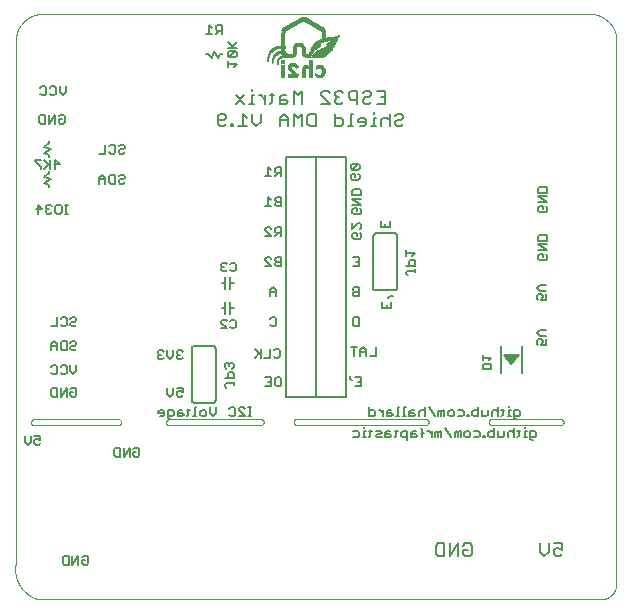
<source format=gbo>
G75*
%MOIN*%
%OFA0B0*%
%FSLAX25Y25*%
%IPPOS*%
%LPD*%
%AMOC8*
5,1,8,0,0,1.08239X$1,22.5*
%
%ADD10C,0.00500*%
%ADD11C,0.00800*%
%ADD12C,0.00100*%
%ADD13C,0.00600*%
%ADD14C,0.00787*%
%ADD15R,0.00150X0.00015*%
%ADD16R,0.00585X0.00015*%
%ADD17R,0.00795X0.00015*%
%ADD18R,0.01095X0.00015*%
%ADD19R,0.01095X0.00015*%
%ADD20R,0.03225X0.00015*%
%ADD21R,0.01110X0.00015*%
%ADD22R,0.00945X0.00015*%
%ADD23R,0.01095X0.00015*%
%ADD24R,0.01095X0.00015*%
%ADD25R,0.03225X0.00015*%
%ADD26R,0.01110X0.00015*%
%ADD27R,0.01080X0.00015*%
%ADD28R,0.03240X0.00015*%
%ADD29R,0.01200X0.00015*%
%ADD30R,0.01305X0.00015*%
%ADD31R,0.01395X0.00015*%
%ADD32R,0.03255X0.00015*%
%ADD33R,0.01485X0.00015*%
%ADD34R,0.03255X0.00015*%
%ADD35R,0.01560X0.00015*%
%ADD36R,0.01650X0.00015*%
%ADD37R,0.03270X0.00015*%
%ADD38R,0.01710X0.00015*%
%ADD39R,0.01770X0.00015*%
%ADD40R,0.03270X0.00015*%
%ADD41R,0.01845X0.00015*%
%ADD42R,0.01905X0.00015*%
%ADD43R,0.03285X0.00015*%
%ADD44R,0.01965X0.00015*%
%ADD45R,0.02025X0.00015*%
%ADD46R,0.02085X0.00015*%
%ADD47R,0.03300X0.00015*%
%ADD48R,0.02115X0.00015*%
%ADD49R,0.03300X0.00015*%
%ADD50R,0.02175X0.00015*%
%ADD51R,0.02235X0.00015*%
%ADD52R,0.03315X0.00015*%
%ADD53R,0.02280X0.00015*%
%ADD54R,0.02325X0.00015*%
%ADD55R,0.03315X0.00015*%
%ADD56R,0.02370X0.00015*%
%ADD57R,0.03330X0.00015*%
%ADD58R,0.02400X0.00015*%
%ADD59R,0.02460X0.00015*%
%ADD60R,0.02490X0.00015*%
%ADD61R,0.02535X0.00015*%
%ADD62R,0.03345X0.00015*%
%ADD63R,0.02565X0.00015*%
%ADD64R,0.03345X0.00015*%
%ADD65R,0.02625X0.00015*%
%ADD66R,0.02655X0.00015*%
%ADD67R,0.03360X0.00015*%
%ADD68R,0.02685X0.00015*%
%ADD69R,0.02730X0.00015*%
%ADD70R,0.03360X0.00015*%
%ADD71R,0.02730X0.00015*%
%ADD72R,0.03375X0.00015*%
%ADD73R,0.02745X0.00015*%
%ADD74R,0.02760X0.00015*%
%ADD75R,0.03390X0.00015*%
%ADD76R,0.02775X0.00015*%
%ADD77R,0.03390X0.00015*%
%ADD78R,0.02790X0.00015*%
%ADD79R,0.02805X0.00015*%
%ADD80R,0.03405X0.00015*%
%ADD81R,0.02820X0.00015*%
%ADD82R,0.02835X0.00015*%
%ADD83R,0.03405X0.00015*%
%ADD84R,0.02835X0.00015*%
%ADD85R,0.03420X0.00015*%
%ADD86R,0.02850X0.00015*%
%ADD87R,0.02865X0.00015*%
%ADD88R,0.03435X0.00015*%
%ADD89R,0.02865X0.00015*%
%ADD90R,0.03435X0.00015*%
%ADD91R,0.02880X0.00015*%
%ADD92R,0.02895X0.00015*%
%ADD93R,0.03450X0.00015*%
%ADD94R,0.02895X0.00015*%
%ADD95R,0.02910X0.00015*%
%ADD96R,0.03465X0.00015*%
%ADD97R,0.02910X0.00015*%
%ADD98R,0.03465X0.00015*%
%ADD99R,0.02925X0.00015*%
%ADD100R,0.02940X0.00015*%
%ADD101R,0.03480X0.00015*%
%ADD102R,0.02925X0.00015*%
%ADD103R,0.03480X0.00015*%
%ADD104R,0.02940X0.00015*%
%ADD105R,0.01035X0.00015*%
%ADD106R,0.03495X0.00015*%
%ADD107R,0.01485X0.00015*%
%ADD108R,0.00945X0.00015*%
%ADD109R,0.01440X0.00015*%
%ADD110R,0.00885X0.00015*%
%ADD111R,0.01410X0.00015*%
%ADD112R,0.00825X0.00015*%
%ADD113R,0.01380X0.00015*%
%ADD114R,0.00780X0.00015*%
%ADD115R,0.01350X0.00015*%
%ADD116R,0.00735X0.00015*%
%ADD117R,0.01335X0.00015*%
%ADD118R,0.00705X0.00015*%
%ADD119R,0.00675X0.00015*%
%ADD120R,0.01305X0.00015*%
%ADD121R,0.00615X0.00015*%
%ADD122R,0.01605X0.00015*%
%ADD123R,0.01275X0.00015*%
%ADD124R,0.00585X0.00015*%
%ADD125R,0.01605X0.00015*%
%ADD126R,0.00570X0.00015*%
%ADD127R,0.01605X0.00015*%
%ADD128R,0.01260X0.00015*%
%ADD129R,0.00525X0.00015*%
%ADD130R,0.01245X0.00015*%
%ADD131R,0.00495X0.00015*%
%ADD132R,0.01230X0.00015*%
%ADD133R,0.00465X0.00015*%
%ADD134R,0.01590X0.00015*%
%ADD135R,0.01215X0.00015*%
%ADD136R,0.00435X0.00015*%
%ADD137R,0.01590X0.00015*%
%ADD138R,0.00405X0.00015*%
%ADD139R,0.00375X0.00015*%
%ADD140R,0.00360X0.00015*%
%ADD141R,0.01200X0.00015*%
%ADD142R,0.00315X0.00015*%
%ADD143R,0.01185X0.00015*%
%ADD144R,0.00300X0.00015*%
%ADD145R,0.00285X0.00015*%
%ADD146R,0.01185X0.00015*%
%ADD147R,0.00240X0.00015*%
%ADD148R,0.01170X0.00015*%
%ADD149R,0.00225X0.00015*%
%ADD150R,0.01185X0.00015*%
%ADD151R,0.00210X0.00015*%
%ADD152R,0.00180X0.00015*%
%ADD153R,0.00135X0.00015*%
%ADD154R,0.00120X0.00015*%
%ADD155R,0.01590X0.00015*%
%ADD156R,0.01155X0.00015*%
%ADD157R,0.00090X0.00015*%
%ADD158R,0.01590X0.00015*%
%ADD159R,0.01155X0.00015*%
%ADD160R,0.00075X0.00015*%
%ADD161R,0.00060X0.00015*%
%ADD162R,0.00045X0.00015*%
%ADD163R,0.00015X0.00015*%
%ADD164R,0.01140X0.00015*%
%ADD165R,0.01140X0.00015*%
%ADD166R,0.01575X0.00015*%
%ADD167R,0.01575X0.00015*%
%ADD168R,0.01125X0.00015*%
%ADD169R,0.01140X0.00015*%
%ADD170R,0.01140X0.00015*%
%ADD171R,0.01125X0.00015*%
%ADD172R,0.01560X0.00015*%
%ADD173R,0.01560X0.00015*%
%ADD174R,0.01545X0.00015*%
%ADD175R,0.01545X0.00015*%
%ADD176R,0.01545X0.00015*%
%ADD177R,0.01530X0.00015*%
%ADD178R,0.01530X0.00015*%
%ADD179R,0.01530X0.00015*%
%ADD180R,0.01515X0.00015*%
%ADD181R,0.01515X0.00015*%
%ADD182R,0.01110X0.00015*%
%ADD183R,0.01500X0.00015*%
%ADD184R,0.01110X0.00015*%
%ADD185R,0.01500X0.00015*%
%ADD186R,0.01485X0.00015*%
%ADD187R,0.01155X0.00015*%
%ADD188R,0.01470X0.00015*%
%ADD189R,0.01470X0.00015*%
%ADD190R,0.01455X0.00015*%
%ADD191R,0.01155X0.00015*%
%ADD192R,0.01455X0.00015*%
%ADD193R,0.01455X0.00015*%
%ADD194R,0.01170X0.00015*%
%ADD195R,0.01425X0.00015*%
%ADD196R,0.01410X0.00015*%
%ADD197R,0.01185X0.00015*%
%ADD198R,0.01395X0.00015*%
%ADD199R,0.01215X0.00015*%
%ADD200R,0.01380X0.00015*%
%ADD201R,0.01230X0.00015*%
%ADD202R,0.01230X0.00015*%
%ADD203R,0.01230X0.00015*%
%ADD204R,0.01365X0.00015*%
%ADD205R,0.01245X0.00015*%
%ADD206R,0.01365X0.00015*%
%ADD207R,0.00015X0.00015*%
%ADD208R,0.01260X0.00015*%
%ADD209R,0.00045X0.00015*%
%ADD210R,0.01290X0.00015*%
%ADD211R,0.01215X0.00015*%
%ADD212R,0.01290X0.00015*%
%ADD213R,0.01320X0.00015*%
%ADD214R,0.01305X0.00015*%
%ADD215R,0.01290X0.00015*%
%ADD216R,0.01335X0.00015*%
%ADD217R,0.00180X0.00015*%
%ADD218R,0.01320X0.00015*%
%ADD219R,0.00210X0.00015*%
%ADD220R,0.01365X0.00015*%
%ADD221R,0.00225X0.00015*%
%ADD222R,0.01380X0.00015*%
%ADD223R,0.01275X0.00015*%
%ADD224R,0.00270X0.00015*%
%ADD225R,0.00285X0.00015*%
%ADD226R,0.01410X0.00015*%
%ADD227R,0.00330X0.00015*%
%ADD228R,0.01440X0.00015*%
%ADD229R,0.00375X0.00015*%
%ADD230R,0.01485X0.00015*%
%ADD231R,0.00420X0.00015*%
%ADD232R,0.01515X0.00015*%
%ADD233R,0.00450X0.00015*%
%ADD234R,0.01320X0.00015*%
%ADD235R,0.01635X0.00015*%
%ADD236R,0.01335X0.00015*%
%ADD237R,0.00555X0.00015*%
%ADD238R,0.01695X0.00015*%
%ADD239R,0.01650X0.00015*%
%ADD240R,0.00600X0.00015*%
%ADD241R,0.03615X0.00015*%
%ADD242R,0.00630X0.00015*%
%ADD243R,0.01395X0.00015*%
%ADD244R,0.00690X0.00015*%
%ADD245R,0.00720X0.00015*%
%ADD246R,0.03600X0.00015*%
%ADD247R,0.00105X0.00015*%
%ADD248R,0.01440X0.00015*%
%ADD249R,0.00765X0.00015*%
%ADD250R,0.03600X0.00015*%
%ADD251R,0.00135X0.00015*%
%ADD252R,0.00825X0.00015*%
%ADD253R,0.00165X0.00015*%
%ADD254R,0.00885X0.00015*%
%ADD255R,0.03585X0.00015*%
%ADD256R,0.00195X0.00015*%
%ADD257R,0.00960X0.00015*%
%ADD258R,0.03570X0.00015*%
%ADD259R,0.00255X0.00015*%
%ADD260R,0.02835X0.00015*%
%ADD261R,0.03570X0.00015*%
%ADD262R,0.00285X0.00015*%
%ADD263R,0.03555X0.00015*%
%ADD264R,0.00315X0.00015*%
%ADD265R,0.02835X0.00015*%
%ADD266R,0.00345X0.00015*%
%ADD267R,0.03540X0.00015*%
%ADD268R,0.00405X0.00015*%
%ADD269R,0.02820X0.00015*%
%ADD270R,0.03525X0.00015*%
%ADD271R,0.00435X0.00015*%
%ADD272R,0.03525X0.00015*%
%ADD273R,0.00465X0.00015*%
%ADD274R,0.03510X0.00015*%
%ADD275R,0.02805X0.00015*%
%ADD276R,0.00555X0.00015*%
%ADD277R,0.02805X0.00015*%
%ADD278R,0.03495X0.00015*%
%ADD279R,0.00585X0.00015*%
%ADD280R,0.00615X0.00015*%
%ADD281R,0.00645X0.00015*%
%ADD282R,0.02775X0.00015*%
%ADD283R,0.00720X0.00015*%
%ADD284R,0.00735X0.00015*%
%ADD285R,0.00765X0.00015*%
%ADD286R,0.00795X0.00015*%
%ADD287R,0.02295X0.00015*%
%ADD288R,0.02265X0.00015*%
%ADD289R,0.00855X0.00015*%
%ADD290R,0.02250X0.00015*%
%ADD291R,0.00885X0.00015*%
%ADD292R,0.02715X0.00015*%
%ADD293R,0.02235X0.00015*%
%ADD294R,0.00930X0.00015*%
%ADD295R,0.02205X0.00015*%
%ADD296R,0.02700X0.00015*%
%ADD297R,0.00990X0.00015*%
%ADD298R,0.02160X0.00015*%
%ADD299R,0.01020X0.00015*%
%ADD300R,0.02685X0.00015*%
%ADD301R,0.02130X0.00015*%
%ADD302R,0.01050X0.00015*%
%ADD303R,0.02670X0.00015*%
%ADD304R,0.02100X0.00015*%
%ADD305R,0.02670X0.00015*%
%ADD306R,0.02070X0.00015*%
%ADD307R,0.02040X0.00015*%
%ADD308R,0.02010X0.00015*%
%ADD309R,0.02595X0.00015*%
%ADD310R,0.01980X0.00015*%
%ADD311R,0.01170X0.00015*%
%ADD312R,0.01950X0.00015*%
%ADD313R,0.02520X0.00015*%
%ADD314R,0.02475X0.00015*%
%ADD315R,0.01875X0.00015*%
%ADD316R,0.02430X0.00015*%
%ADD317R,0.02400X0.00015*%
%ADD318R,0.01800X0.00015*%
%ADD319R,0.01395X0.00015*%
%ADD320R,0.01215X0.00015*%
%ADD321R,0.02340X0.00015*%
%ADD322R,0.01755X0.00015*%
%ADD323R,0.02310X0.00015*%
%ADD324R,0.01725X0.00015*%
%ADD325R,0.02250X0.00015*%
%ADD326R,0.01665X0.00015*%
%ADD327R,0.02205X0.00015*%
%ADD328R,0.02145X0.00015*%
%ADD329R,0.02040X0.00015*%
%ADD330R,0.01980X0.00015*%
%ADD331R,0.01920X0.00015*%
%ADD332R,0.01845X0.00015*%
%ADD333R,0.01305X0.00015*%
%ADD334R,0.01665X0.00015*%
%ADD335R,0.01785X0.00015*%
%ADD336R,0.03315X0.00015*%
%ADD337R,0.01005X0.00015*%
%ADD338R,0.01470X0.00015*%
%ADD339R,0.00900X0.00015*%
%ADD340R,0.03285X0.00015*%
%ADD341R,0.03210X0.00015*%
%ADD342R,0.03195X0.00015*%
%ADD343R,0.03165X0.00015*%
%ADD344R,0.03150X0.00015*%
%ADD345R,0.00390X0.00015*%
%ADD346R,0.03120X0.00015*%
%ADD347R,0.03105X0.00015*%
%ADD348R,0.03060X0.00015*%
%ADD349R,0.03045X0.00015*%
%ADD350R,0.03015X0.00015*%
%ADD351R,0.03000X0.00015*%
%ADD352R,0.02970X0.00015*%
%ADD353R,0.02745X0.00015*%
%ADD354R,0.02625X0.00015*%
%ADD355R,0.02595X0.00015*%
%ADD356R,0.02535X0.00015*%
%ADD357R,0.02460X0.00015*%
%ADD358R,0.02385X0.00015*%
%ADD359R,0.02355X0.00015*%
%ADD360R,0.02325X0.00015*%
%ADD361R,0.02280X0.00015*%
%ADD362R,0.00135X0.00015*%
%ADD363R,0.00345X0.00015*%
%ADD364R,0.02115X0.00015*%
%ADD365R,0.02085X0.00015*%
%ADD366R,0.00435X0.00015*%
%ADD367R,0.00465X0.00015*%
%ADD368R,0.01995X0.00015*%
%ADD369R,0.00495X0.00015*%
%ADD370R,0.00540X0.00015*%
%ADD371R,0.01860X0.00015*%
%ADD372R,0.00480X0.00015*%
%ADD373R,0.01815X0.00015*%
%ADD374R,0.01695X0.00015*%
%ADD375R,0.00660X0.00015*%
%ADD376R,0.00615X0.00015*%
%ADD377R,0.00705X0.00015*%
%ADD378R,0.00750X0.00015*%
%ADD379R,0.00630X0.00015*%
%ADD380R,0.00645X0.00015*%
%ADD381R,0.00810X0.00015*%
%ADD382R,0.00855X0.00015*%
%ADD383R,0.01260X0.00015*%
%ADD384R,0.00915X0.00015*%
%ADD385R,0.00660X0.00015*%
%ADD386R,0.01005X0.00015*%
%ADD387R,0.01035X0.00015*%
%ADD388R,0.01050X0.00015*%
%ADD389R,0.01080X0.00015*%
%ADD390R,0.00390X0.00015*%
%ADD391R,0.00480X0.00015*%
%ADD392R,0.00510X0.00015*%
%ADD393R,0.00540X0.00015*%
%ADD394R,0.00675X0.00015*%
%ADD395R,0.00600X0.00015*%
%ADD396R,0.00660X0.00015*%
%ADD397R,0.00690X0.00015*%
%ADD398R,0.00750X0.00015*%
%ADD399R,0.00255X0.00015*%
%ADD400R,0.00690X0.00015*%
%ADD401R,0.00555X0.00015*%
%ADD402R,0.01080X0.00015*%
%ADD403R,0.00705X0.00015*%
%ADD404R,0.00690X0.00015*%
%ADD405R,0.00960X0.00015*%
%ADD406R,0.00705X0.00015*%
%ADD407R,0.00915X0.00015*%
%ADD408R,0.00720X0.00015*%
%ADD409R,0.00795X0.00015*%
%ADD410R,0.00795X0.00015*%
%ADD411R,0.00420X0.00015*%
%ADD412R,0.00150X0.00015*%
%ADD413R,0.00780X0.00015*%
%ADD414R,0.00765X0.00015*%
%ADD415R,0.00780X0.00015*%
%ADD416R,0.00780X0.00015*%
%ADD417R,0.00810X0.00015*%
%ADD418R,0.00765X0.00015*%
%ADD419R,0.00810X0.00015*%
%ADD420R,0.00840X0.00015*%
%ADD421R,0.00870X0.00015*%
%ADD422R,0.00870X0.00015*%
%ADD423R,0.00870X0.00015*%
%ADD424R,0.00915X0.00015*%
%ADD425R,0.00975X0.00015*%
%ADD426R,0.01020X0.00015*%
%ADD427R,0.00810X0.00015*%
%ADD428R,0.01065X0.00015*%
%ADD429R,0.01245X0.00015*%
%ADD430R,0.00315X0.00015*%
%ADD431R,0.02460X0.00015*%
%ADD432R,0.00840X0.00015*%
%ADD433R,0.04455X0.00015*%
%ADD434R,0.03090X0.00015*%
%ADD435R,0.04575X0.00015*%
%ADD436R,0.04635X0.00015*%
%ADD437R,0.01770X0.00015*%
%ADD438R,0.04665X0.00015*%
%ADD439R,0.03375X0.00015*%
%ADD440R,0.01815X0.00015*%
%ADD441R,0.04710X0.00015*%
%ADD442R,0.00855X0.00015*%
%ADD443R,0.03465X0.00015*%
%ADD444R,0.01890X0.00015*%
%ADD445R,0.04740X0.00015*%
%ADD446R,0.04770X0.00015*%
%ADD447R,0.04800X0.00015*%
%ADD448R,0.03630X0.00015*%
%ADD449R,0.04815X0.00015*%
%ADD450R,0.03675X0.00015*%
%ADD451R,0.02055X0.00015*%
%ADD452R,0.04815X0.00015*%
%ADD453R,0.03720X0.00015*%
%ADD454R,0.04845X0.00015*%
%ADD455R,0.03765X0.00015*%
%ADD456R,0.02130X0.00015*%
%ADD457R,0.04860X0.00015*%
%ADD458R,0.03810X0.00015*%
%ADD459R,0.02160X0.00015*%
%ADD460R,0.03840X0.00015*%
%ADD461R,0.03870X0.00015*%
%ADD462R,0.02220X0.00015*%
%ADD463R,0.04875X0.00015*%
%ADD464R,0.03900X0.00015*%
%ADD465R,0.02265X0.00015*%
%ADD466R,0.04875X0.00015*%
%ADD467R,0.03945X0.00015*%
%ADD468R,0.03975X0.00015*%
%ADD469R,0.02310X0.00015*%
%ADD470R,0.04890X0.00015*%
%ADD471R,0.04005X0.00015*%
%ADD472R,0.04035X0.00015*%
%ADD473R,0.02370X0.00015*%
%ADD474R,0.04890X0.00015*%
%ADD475R,0.00885X0.00015*%
%ADD476R,0.04050X0.00015*%
%ADD477R,0.04095X0.00015*%
%ADD478R,0.04110X0.00015*%
%ADD479R,0.00900X0.00015*%
%ADD480R,0.04140X0.00015*%
%ADD481R,0.04155X0.00015*%
%ADD482R,0.02520X0.00015*%
%ADD483R,0.04845X0.00015*%
%ADD484R,0.04185X0.00015*%
%ADD485R,0.04200X0.00015*%
%ADD486R,0.02550X0.00015*%
%ADD487R,0.04830X0.00015*%
%ADD488R,0.04230X0.00015*%
%ADD489R,0.02580X0.00015*%
%ADD490R,0.04830X0.00015*%
%ADD491R,0.04245X0.00015*%
%ADD492R,0.02595X0.00015*%
%ADD493R,0.04815X0.00015*%
%ADD494R,0.04275X0.00015*%
%ADD495R,0.04800X0.00015*%
%ADD496R,0.00930X0.00015*%
%ADD497R,0.04290X0.00015*%
%ADD498R,0.02640X0.00015*%
%ADD499R,0.04785X0.00015*%
%ADD500R,0.04305X0.00015*%
%ADD501R,0.04755X0.00015*%
%ADD502R,0.04335X0.00015*%
%ADD503R,0.04740X0.00015*%
%ADD504R,0.04350X0.00015*%
%ADD505R,0.04725X0.00015*%
%ADD506R,0.00930X0.00015*%
%ADD507R,0.04365X0.00015*%
%ADD508R,0.04695X0.00015*%
%ADD509R,0.00945X0.00015*%
%ADD510R,0.04380X0.00015*%
%ADD511R,0.04665X0.00015*%
%ADD512R,0.04410X0.00015*%
%ADD513R,0.04425X0.00015*%
%ADD514R,0.04605X0.00015*%
%ADD515R,0.04455X0.00015*%
%ADD516R,0.04530X0.00015*%
%ADD517R,0.04470X0.00015*%
%ADD518R,0.04485X0.00015*%
%ADD519R,0.04500X0.00015*%
%ADD520R,0.04530X0.00015*%
%ADD521R,0.04395X0.00015*%
%ADD522R,0.00975X0.00015*%
%ADD523R,0.04530X0.00015*%
%ADD524R,0.04545X0.00015*%
%ADD525R,0.02955X0.00015*%
%ADD526R,0.04440X0.00015*%
%ADD527R,0.04560X0.00015*%
%ADD528R,0.02970X0.00015*%
%ADD529R,0.04590X0.00015*%
%ADD530R,0.03000X0.00015*%
%ADD531R,0.04500X0.00015*%
%ADD532R,0.01005X0.00015*%
%ADD533R,0.00840X0.00015*%
%ADD534R,0.03030X0.00015*%
%ADD535R,0.00840X0.00015*%
%ADD536R,0.01020X0.00015*%
%ADD537R,0.04635X0.00015*%
%ADD538R,0.03090X0.00015*%
%ADD539R,0.04590X0.00015*%
%ADD540R,0.04650X0.00015*%
%ADD541R,0.04590X0.00015*%
%ADD542R,0.04620X0.00015*%
%ADD543R,0.04680X0.00015*%
%ADD544R,0.04695X0.00015*%
%ADD545R,0.03180X0.00015*%
%ADD546R,0.04665X0.00015*%
%ADD547R,0.01065X0.00015*%
%ADD548R,0.04710X0.00015*%
%ADD549R,0.03180X0.00015*%
%ADD550R,0.03210X0.00015*%
%ADD551R,0.04695X0.00015*%
%ADD552R,0.04740X0.00015*%
%ADD553R,0.03240X0.00015*%
%ADD554R,0.04755X0.00015*%
%ADD555R,0.04770X0.00015*%
%ADD556R,0.03315X0.00015*%
%ADD557R,0.04785X0.00015*%
%ADD558R,0.00870X0.00015*%
%ADD559R,0.04770X0.00015*%
%ADD560R,0.03330X0.00015*%
%ADD561R,0.04785X0.00015*%
%ADD562R,0.03360X0.00015*%
%ADD563R,0.04845X0.00015*%
%ADD564R,0.01380X0.00015*%
%ADD565R,0.02955X0.00015*%
%ADD566R,0.02370X0.00015*%
%ADD567R,0.04830X0.00015*%
%ADD568R,0.02070X0.00015*%
%ADD569R,0.01905X0.00015*%
%ADD570R,0.01860X0.00015*%
%ADD571R,0.04845X0.00015*%
%ADD572R,0.01845X0.00015*%
%ADD573R,0.01350X0.00015*%
%ADD574R,0.01800X0.00015*%
%ADD575R,0.01740X0.00015*%
%ADD576R,0.01695X0.00015*%
%ADD577R,0.00990X0.00015*%
%ADD578R,0.01635X0.00015*%
%ADD579R,0.04860X0.00015*%
%ADD580R,0.01620X0.00015*%
%ADD581R,0.04860X0.00015*%
%ADD582R,0.01605X0.00015*%
%ADD583R,0.01620X0.00015*%
%ADD584R,0.00915X0.00015*%
%ADD585R,0.01035X0.00015*%
%ADD586R,0.03390X0.00015*%
%ADD587R,0.03255X0.00015*%
%ADD588R,0.03240X0.00015*%
%ADD589R,0.03195X0.00015*%
%ADD590R,0.00945X0.00015*%
%ADD591R,0.03165X0.00015*%
%ADD592R,0.03105X0.00015*%
%ADD593R,0.03075X0.00015*%
%ADD594R,0.03045X0.00015*%
%ADD595R,0.03015X0.00015*%
%ADD596R,0.02985X0.00015*%
%ADD597R,0.02955X0.00015*%
%ADD598R,0.02895X0.00015*%
%ADD599R,0.02760X0.00015*%
%ADD600R,0.00990X0.00015*%
%ADD601R,0.02610X0.00015*%
%ADD602R,0.01260X0.00015*%
%ADD603R,0.02565X0.00015*%
%ADD604R,0.02505X0.00015*%
%ADD605R,0.02430X0.00015*%
%ADD606R,0.02280X0.00015*%
%ADD607R,0.04755X0.00015*%
%ADD608R,0.02205X0.00015*%
%ADD609R,0.02130X0.00015*%
%ADD610R,0.04710X0.00015*%
%ADD611R,0.01980X0.00015*%
%ADD612R,0.01065X0.00015*%
%ADD613R,0.01920X0.00015*%
%ADD614R,0.04665X0.00015*%
%ADD615R,0.01425X0.00015*%
%ADD616R,0.04620X0.00015*%
%ADD617R,0.04620X0.00015*%
%ADD618R,0.04605X0.00015*%
%ADD619R,0.04590X0.00015*%
%ADD620R,0.04560X0.00015*%
%ADD621R,0.04560X0.00015*%
%ADD622R,0.04530X0.00015*%
%ADD623R,0.04515X0.00015*%
%ADD624R,0.04515X0.00015*%
%ADD625R,0.01560X0.00015*%
%ADD626R,0.04470X0.00015*%
%ADD627R,0.04455X0.00015*%
%ADD628R,0.04425X0.00015*%
%ADD629R,0.01620X0.00015*%
%ADD630R,0.04395X0.00015*%
%ADD631R,0.04320X0.00015*%
%ADD632R,0.01665X0.00015*%
%ADD633R,0.01680X0.00015*%
%ADD634R,0.04305X0.00015*%
%ADD635R,0.01680X0.00015*%
%ADD636R,0.04290X0.00015*%
%ADD637R,0.01320X0.00015*%
%ADD638R,0.04260X0.00015*%
%ADD639R,0.01710X0.00015*%
%ADD640R,0.04245X0.00015*%
%ADD641R,0.04230X0.00015*%
%ADD642R,0.04200X0.00015*%
%ADD643R,0.01740X0.00015*%
%ADD644R,0.04185X0.00015*%
%ADD645R,0.04170X0.00015*%
%ADD646R,0.04140X0.00015*%
%ADD647R,0.04125X0.00015*%
%ADD648R,0.04110X0.00015*%
%ADD649R,0.01785X0.00015*%
%ADD650R,0.04080X0.00015*%
%ADD651R,0.04065X0.00015*%
%ADD652R,0.01815X0.00015*%
%ADD653R,0.04020X0.00015*%
%ADD654R,0.01845X0.00015*%
%ADD655R,0.04005X0.00015*%
%ADD656R,0.03990X0.00015*%
%ADD657R,0.03960X0.00015*%
%ADD658R,0.03945X0.00015*%
%ADD659R,0.03915X0.00015*%
%ADD660R,0.03885X0.00015*%
%ADD661R,0.01890X0.00015*%
%ADD662R,0.03870X0.00015*%
%ADD663R,0.01695X0.00015*%
%ADD664R,0.03855X0.00015*%
%ADD665R,0.01935X0.00015*%
%ADD666R,0.01755X0.00015*%
%ADD667R,0.03795X0.00015*%
%ADD668R,0.03780X0.00015*%
%ADD669R,0.01950X0.00015*%
%ADD670R,0.03750X0.00015*%
%ADD671R,0.03705X0.00015*%
%ADD672R,0.02055X0.00015*%
%ADD673R,0.03660X0.00015*%
%ADD674R,0.03645X0.00015*%
%ADD675R,0.02010X0.00015*%
%ADD676R,0.04020X0.00015*%
%ADD677R,0.03615X0.00015*%
%ADD678R,0.03585X0.00015*%
%ADD679R,0.03960X0.00015*%
%ADD680R,0.03540X0.00015*%
%ADD681R,0.02055X0.00015*%
%ADD682R,0.03930X0.00015*%
%ADD683R,0.03915X0.00015*%
%ADD684R,0.03480X0.00015*%
%ADD685R,0.03885X0.00015*%
%ADD686R,0.02085X0.00015*%
%ADD687R,0.03405X0.00015*%
%ADD688R,0.03345X0.00015*%
%ADD689R,0.02115X0.00015*%
%ADD690R,0.03780X0.00015*%
%ADD691R,0.03765X0.00015*%
%ADD692R,0.02145X0.00015*%
%ADD693R,0.03735X0.00015*%
%ADD694R,0.03690X0.00015*%
%ADD695R,0.03195X0.00015*%
%ADD696R,0.02175X0.00015*%
%ADD697R,0.03660X0.00015*%
%ADD698R,0.02190X0.00015*%
%ADD699R,0.03630X0.00015*%
%ADD700R,0.03120X0.00015*%
%ADD701R,0.03030X0.00015*%
%ADD702R,0.02235X0.00015*%
%ADD703R,0.02310X0.00015*%
%ADD704R,0.02715X0.00015*%
%ADD705R,0.02340X0.00015*%
%ADD706R,0.02415X0.00015*%
%ADD707R,0.02385X0.00015*%
%ADD708R,0.03045X0.00015*%
%ADD709R,0.02445X0.00015*%
%ADD710R,0.02220X0.00015*%
%ADD711R,0.02040X0.00015*%
%ADD712R,0.02505X0.00015*%
%ADD713R,0.03810X0.00015*%
%ADD714R,0.01860X0.00015*%
%ADD715R,0.01785X0.00015*%
%ADD716R,0.02580X0.00015*%
%ADD717R,0.01725X0.00015*%
%ADD718R,0.02580X0.00015*%
%ADD719R,0.02490X0.00015*%
%ADD720R,0.03780X0.00015*%
%ADD721R,0.02670X0.00015*%
%ADD722R,0.03735X0.00015*%
%ADD723R,0.02685X0.00015*%
%ADD724R,0.03705X0.00015*%
%ADD725R,0.03690X0.00015*%
%ADD726R,0.02760X0.00015*%
%ADD727R,0.03660X0.00015*%
%ADD728R,0.03660X0.00015*%
%ADD729R,0.02820X0.00015*%
%ADD730R,0.02025X0.00015*%
%ADD731R,0.02190X0.00015*%
%ADD732R,0.02955X0.00015*%
%ADD733R,0.03510X0.00015*%
%ADD734R,0.02415X0.00015*%
%ADD735R,0.02790X0.00015*%
%ADD736R,0.02535X0.00015*%
%ADD737R,0.02655X0.00015*%
%ADD738R,0.03345X0.00015*%
%ADD739R,0.02550X0.00015*%
%ADD740R,0.02880X0.00015*%
%ADD741R,0.03090X0.00015*%
%ADD742R,0.03060X0.00015*%
%ADD743R,0.03075X0.00015*%
%ADD744R,0.03030X0.00015*%
%ADD745R,0.01995X0.00015*%
%ADD746R,0.02910X0.00015*%
%ADD747R,0.03015X0.00015*%
%ADD748R,0.02985X0.00015*%
%ADD749R,0.02790X0.00015*%
%ADD750R,0.01830X0.00015*%
%ADD751R,0.02940X0.00015*%
%ADD752R,0.02685X0.00015*%
%ADD753R,0.02640X0.00015*%
%ADD754R,0.02505X0.00015*%
%ADD755R,0.02460X0.00015*%
%ADD756R,0.02355X0.00015*%
%ADD757R,0.01905X0.00015*%
%ADD758R,0.02190X0.00015*%
%ADD759R,0.01890X0.00015*%
%ADD760R,0.02745X0.00015*%
%ADD761R,0.01965X0.00015*%
%ADD762R,0.02670X0.00015*%
%ADD763R,0.01995X0.00015*%
%ADD764R,0.02580X0.00015*%
%ADD765R,0.02085X0.00015*%
%ADD766R,0.02520X0.00015*%
%ADD767R,0.02520X0.00015*%
%ADD768R,0.02160X0.00015*%
%ADD769R,0.02445X0.00015*%
%ADD770R,0.02430X0.00015*%
%ADD771R,0.02265X0.00015*%
%ADD772R,0.02355X0.00015*%
%ADD773R,0.02385X0.00015*%
%ADD774R,0.02505X0.00015*%
%ADD775R,0.02610X0.00015*%
%ADD776R,0.02145X0.00015*%
%ADD777R,0.02850X0.00015*%
%ADD778R,0.01965X0.00015*%
%ADD779R,0.03060X0.00015*%
%ADD780R,0.03195X0.00015*%
%ADD781R,0.01830X0.00015*%
%ADD782R,0.01770X0.00015*%
%ADD783R,0.03585X0.00015*%
%ADD784R,0.03645X0.00015*%
%ADD785R,0.03780X0.00015*%
%ADD786R,0.01620X0.00015*%
%ADD787R,0.03990X0.00015*%
%ADD788R,0.04080X0.00015*%
%ADD789R,0.04155X0.00015*%
%ADD790R,0.01470X0.00015*%
%ADD791R,0.04335X0.00015*%
%ADD792R,0.06105X0.00015*%
%ADD793R,0.06075X0.00015*%
%ADD794R,0.06060X0.00015*%
%ADD795R,0.06030X0.00015*%
%ADD796R,0.06015X0.00015*%
%ADD797R,0.05985X0.00015*%
%ADD798R,0.05970X0.00015*%
%ADD799R,0.05940X0.00015*%
%ADD800R,0.05925X0.00015*%
%ADD801R,0.05895X0.00015*%
%ADD802R,0.05865X0.00015*%
%ADD803R,0.05835X0.00015*%
%ADD804R,0.05820X0.00015*%
%ADD805R,0.05775X0.00015*%
%ADD806R,0.05760X0.00015*%
%ADD807R,0.05715X0.00015*%
%ADD808R,0.05700X0.00015*%
%ADD809R,0.05655X0.00015*%
%ADD810R,0.05640X0.00015*%
%ADD811R,0.05595X0.00015*%
%ADD812R,0.05580X0.00015*%
%ADD813R,0.05535X0.00015*%
%ADD814R,0.05505X0.00015*%
%ADD815R,0.05460X0.00015*%
%ADD816R,0.05445X0.00015*%
%ADD817R,0.05400X0.00015*%
%ADD818R,0.05370X0.00015*%
%ADD819R,0.05325X0.00015*%
%ADD820R,0.05340X0.00015*%
%ADD821R,0.05355X0.00015*%
%ADD822R,0.05355X0.00015*%
%ADD823R,0.05370X0.00015*%
%ADD824R,0.05385X0.00015*%
%ADD825R,0.05385X0.00015*%
%ADD826R,0.05415X0.00015*%
%ADD827R,0.05430X0.00015*%
%ADD828R,0.05430X0.00015*%
%ADD829R,0.05460X0.00015*%
%ADD830R,0.05460X0.00015*%
%ADD831R,0.05475X0.00015*%
%ADD832R,0.05490X0.00015*%
%ADD833R,0.04020X0.00015*%
%ADD834R,0.03870X0.00015*%
%ADD835R,0.03555X0.00015*%
%ADD836R,0.03450X0.00015*%
%ADD837R,0.01635X0.00015*%
%ADD838R,0.00960X0.00015*%
%ADD839R,0.00570X0.00015*%
%ADD840R,0.00525X0.00015*%
%ADD841R,0.00360X0.00015*%
%ADD842R,0.00240X0.00015*%
%ADD843R,0.00210X0.00015*%
%ADD844R,0.00165X0.00015*%
%ADD845R,0.00120X0.00015*%
%ADD846R,0.00075X0.00015*%
%ADD847R,0.00030X0.00015*%
%ADD848R,0.00030X0.00015*%
%ADD849R,0.00030X0.00015*%
%ADD850R,0.01335X0.00015*%
%ADD851R,0.01530X0.00015*%
%ADD852R,0.01740X0.00015*%
%ADD853R,0.01770X0.00015*%
%ADD854R,0.01875X0.00015*%
%ADD855R,0.01860X0.00015*%
%ADD856R,0.02070X0.00015*%
%ADD857R,0.02295X0.00015*%
%ADD858R,0.02340X0.00015*%
%ADD859R,0.02415X0.00015*%
%ADD860R,0.02475X0.00015*%
%ADD861R,0.02595X0.00015*%
%ADD862R,0.02640X0.00015*%
%ADD863R,0.02760X0.00015*%
%ADD864R,0.06000X0.00015*%
%ADD865R,0.05850X0.00015*%
%ADD866R,0.05790X0.00015*%
%ADD867R,0.05730X0.00015*%
%ADD868R,0.05700X0.00015*%
%ADD869R,0.05640X0.00015*%
%ADD870R,0.05535X0.00015*%
%ADD871R,0.05490X0.00015*%
%ADD872R,0.05430X0.00015*%
%ADD873R,0.05280X0.00015*%
%ADD874R,0.05220X0.00015*%
%ADD875R,0.05160X0.00015*%
%ADD876R,0.05115X0.00015*%
%ADD877R,0.05070X0.00015*%
%ADD878R,0.05010X0.00015*%
%ADD879R,0.04950X0.00015*%
%ADD880R,0.04920X0.00015*%
%ADD881R,0.04440X0.00015*%
%ADD882R,0.04380X0.00015*%
%ADD883R,0.04185X0.00015*%
%ADD884R,0.03930X0.00015*%
%ADD885R,0.03870X0.00015*%
%ADD886R,0.03720X0.00015*%
%ADD887R,0.03570X0.00015*%
%ADD888R,0.03405X0.00015*%
%ADD889R,0.03150X0.00015*%
%ADD890R,0.02880X0.00015*%
%ADD891R,0.02730X0.00015*%
%ADD892R,0.02370X0.00015*%
%ADD893R,0.02220X0.00015*%
%ADD894R,0.02100X0.00015*%
D10*
X0022119Y0021980D02*
X0022119Y0023981D01*
X0022619Y0024482D01*
X0024121Y0024482D01*
X0024121Y0021479D01*
X0022619Y0021479D01*
X0022119Y0021980D01*
X0025342Y0021479D02*
X0025342Y0024482D01*
X0027343Y0024482D02*
X0025342Y0021479D01*
X0027343Y0021479D02*
X0027343Y0024482D01*
X0028564Y0023981D02*
X0029065Y0024482D01*
X0030066Y0024482D01*
X0030566Y0023981D01*
X0030566Y0021980D01*
X0030066Y0021479D01*
X0029065Y0021479D01*
X0028564Y0021980D01*
X0028564Y0022981D01*
X0029565Y0022981D01*
X0039737Y0057500D02*
X0039237Y0058000D01*
X0039237Y0060002D01*
X0039737Y0060503D01*
X0041239Y0060503D01*
X0041239Y0057500D01*
X0039737Y0057500D01*
X0042460Y0057500D02*
X0042460Y0060503D01*
X0044461Y0060503D02*
X0042460Y0057500D01*
X0044461Y0057500D02*
X0044461Y0060503D01*
X0045682Y0060002D02*
X0046183Y0060503D01*
X0047184Y0060503D01*
X0047684Y0060002D01*
X0047684Y0058000D01*
X0047184Y0057500D01*
X0046183Y0057500D01*
X0045682Y0058000D01*
X0045682Y0059001D01*
X0046683Y0059001D01*
X0054458Y0071000D02*
X0055459Y0071000D01*
X0055959Y0071500D01*
X0055959Y0072501D01*
X0055459Y0073002D01*
X0054458Y0073002D01*
X0053957Y0072501D01*
X0053957Y0072001D01*
X0055959Y0072001D01*
X0057180Y0073002D02*
X0058681Y0073002D01*
X0059182Y0072501D01*
X0059182Y0071500D01*
X0058681Y0071000D01*
X0057180Y0071000D01*
X0057180Y0070500D02*
X0057180Y0073002D01*
X0057180Y0070500D02*
X0057680Y0069999D01*
X0058181Y0069999D01*
X0060403Y0071000D02*
X0060403Y0072501D01*
X0060903Y0073002D01*
X0061904Y0073002D01*
X0061904Y0072001D02*
X0060403Y0072001D01*
X0060403Y0071000D02*
X0061904Y0071000D01*
X0062405Y0071500D01*
X0061904Y0072001D01*
X0063552Y0073002D02*
X0064553Y0073002D01*
X0064053Y0073502D02*
X0064053Y0071500D01*
X0063552Y0071000D01*
X0065701Y0071000D02*
X0066702Y0071000D01*
X0066201Y0071000D02*
X0066201Y0074003D01*
X0066702Y0074003D01*
X0067923Y0072501D02*
X0068423Y0073002D01*
X0069424Y0073002D01*
X0069924Y0072501D01*
X0069924Y0071500D01*
X0069424Y0071000D01*
X0068423Y0071000D01*
X0067923Y0071500D01*
X0067923Y0072501D01*
X0071145Y0072001D02*
X0072146Y0071000D01*
X0073147Y0072001D01*
X0073147Y0074003D01*
X0071145Y0074003D02*
X0071145Y0072001D01*
X0077591Y0071500D02*
X0078091Y0071000D01*
X0079092Y0071000D01*
X0079593Y0071500D01*
X0079593Y0073502D01*
X0079092Y0074003D01*
X0078091Y0074003D01*
X0077591Y0073502D01*
X0080814Y0073502D02*
X0081314Y0074003D01*
X0082315Y0074003D01*
X0082815Y0073502D01*
X0083963Y0074003D02*
X0084964Y0074003D01*
X0084463Y0074003D02*
X0084463Y0071000D01*
X0083963Y0071000D02*
X0084964Y0071000D01*
X0082815Y0071000D02*
X0080814Y0073002D01*
X0080814Y0073502D01*
X0080814Y0071000D02*
X0082815Y0071000D01*
X0076600Y0080416D02*
X0076100Y0080916D01*
X0076100Y0081417D01*
X0076600Y0081917D01*
X0079103Y0081917D01*
X0079103Y0081417D02*
X0079103Y0082418D01*
X0079103Y0083639D02*
X0079103Y0085140D01*
X0078602Y0085640D01*
X0077601Y0085640D01*
X0077101Y0085140D01*
X0077101Y0083639D01*
X0076100Y0083639D02*
X0079103Y0083639D01*
X0078602Y0086861D02*
X0079103Y0087362D01*
X0079103Y0088363D01*
X0078602Y0088863D01*
X0078102Y0088863D01*
X0077601Y0088363D01*
X0077101Y0088863D01*
X0076600Y0088863D01*
X0076100Y0088363D01*
X0076100Y0087362D01*
X0076600Y0086861D01*
X0077601Y0087862D02*
X0077601Y0088363D01*
X0086105Y0090521D02*
X0087606Y0092022D01*
X0088107Y0091522D02*
X0086105Y0093523D01*
X0088107Y0093523D02*
X0088107Y0090521D01*
X0089328Y0090521D02*
X0091329Y0090521D01*
X0091329Y0093523D01*
X0092551Y0093023D02*
X0093051Y0093523D01*
X0094052Y0093523D01*
X0094552Y0093023D01*
X0094552Y0091021D01*
X0094052Y0090521D01*
X0093051Y0090521D01*
X0092551Y0091021D01*
X0091718Y0084023D02*
X0089716Y0084023D01*
X0090717Y0082522D02*
X0091718Y0082522D01*
X0091718Y0084023D02*
X0091718Y0081021D01*
X0089716Y0081021D01*
X0092939Y0081521D02*
X0092939Y0083523D01*
X0093440Y0084023D01*
X0094440Y0084023D01*
X0094941Y0083523D01*
X0094941Y0081521D01*
X0094440Y0081021D01*
X0093440Y0081021D01*
X0092939Y0081521D01*
X0079346Y0100400D02*
X0078445Y0100400D01*
X0077995Y0100850D01*
X0076850Y0100400D02*
X0075048Y0100400D01*
X0075048Y0102202D02*
X0075048Y0102652D01*
X0075499Y0103102D01*
X0076400Y0103102D01*
X0076850Y0102652D01*
X0077995Y0102652D02*
X0078445Y0103102D01*
X0079346Y0103102D01*
X0079797Y0102652D01*
X0079797Y0100850D01*
X0079346Y0100400D01*
X0076850Y0100400D02*
X0075048Y0102202D01*
X0062184Y0092502D02*
X0061684Y0093003D01*
X0060683Y0093003D01*
X0060182Y0092502D01*
X0060182Y0092002D01*
X0060683Y0091501D01*
X0060182Y0091001D01*
X0060182Y0090500D01*
X0060683Y0090000D01*
X0061684Y0090000D01*
X0062184Y0090500D01*
X0061183Y0091501D02*
X0060683Y0091501D01*
X0058961Y0091001D02*
X0058961Y0093003D01*
X0056960Y0093003D02*
X0056960Y0091001D01*
X0057961Y0090000D01*
X0058961Y0091001D01*
X0055739Y0090500D02*
X0055238Y0090000D01*
X0054237Y0090000D01*
X0053737Y0090500D01*
X0053737Y0091001D01*
X0054237Y0091501D01*
X0054738Y0091501D01*
X0054237Y0091501D02*
X0053737Y0092002D01*
X0053737Y0092502D01*
X0054237Y0093003D01*
X0055238Y0093003D01*
X0055739Y0092502D01*
X0056848Y0080503D02*
X0056848Y0078501D01*
X0057849Y0077500D01*
X0058850Y0078501D01*
X0058850Y0080503D01*
X0060071Y0080503D02*
X0062073Y0080503D01*
X0062073Y0079001D01*
X0061072Y0079502D01*
X0060571Y0079502D01*
X0060071Y0079001D01*
X0060071Y0078000D01*
X0060571Y0077500D01*
X0061572Y0077500D01*
X0062073Y0078000D01*
X0091328Y0101521D02*
X0091828Y0101021D01*
X0092829Y0101021D01*
X0093329Y0101521D01*
X0093329Y0103523D01*
X0092829Y0104023D01*
X0091828Y0104023D01*
X0091328Y0103523D01*
X0091328Y0111021D02*
X0091328Y0113022D01*
X0092329Y0114023D01*
X0093329Y0113022D01*
X0093329Y0111021D01*
X0093329Y0112522D02*
X0091328Y0112522D01*
X0091718Y0121021D02*
X0089716Y0123022D01*
X0089716Y0123523D01*
X0090217Y0124023D01*
X0091218Y0124023D01*
X0091718Y0123523D01*
X0092939Y0123523D02*
X0092939Y0123022D01*
X0093440Y0122522D01*
X0094941Y0122522D01*
X0094941Y0121021D02*
X0094941Y0124023D01*
X0093440Y0124023D01*
X0092939Y0123523D01*
X0093440Y0122522D02*
X0092939Y0122022D01*
X0092939Y0121521D01*
X0093440Y0121021D01*
X0094941Y0121021D01*
X0091718Y0121021D02*
X0089716Y0121021D01*
X0089716Y0131021D02*
X0091718Y0131021D01*
X0089716Y0133022D01*
X0089716Y0133523D01*
X0090217Y0134023D01*
X0091218Y0134023D01*
X0091718Y0133523D01*
X0092939Y0133523D02*
X0092939Y0132522D01*
X0093440Y0132022D01*
X0094941Y0132022D01*
X0093940Y0132022D02*
X0092939Y0131021D01*
X0094941Y0131021D02*
X0094941Y0134023D01*
X0093440Y0134023D01*
X0092939Y0133523D01*
X0093440Y0141021D02*
X0094941Y0141021D01*
X0094941Y0144023D01*
X0093440Y0144023D01*
X0092939Y0143523D01*
X0092939Y0143022D01*
X0093440Y0142522D01*
X0094941Y0142522D01*
X0093440Y0142522D02*
X0092939Y0142022D01*
X0092939Y0141521D01*
X0093440Y0141021D01*
X0091718Y0141021D02*
X0089716Y0141021D01*
X0090717Y0141021D02*
X0090717Y0144023D01*
X0091718Y0143022D01*
X0091718Y0151021D02*
X0089716Y0151021D01*
X0090717Y0151021D02*
X0090717Y0154023D01*
X0091718Y0153022D01*
X0092939Y0152522D02*
X0093440Y0152022D01*
X0094941Y0152022D01*
X0093940Y0152022D02*
X0092939Y0151021D01*
X0092939Y0152522D02*
X0092939Y0153523D01*
X0093440Y0154023D01*
X0094941Y0154023D01*
X0094941Y0151021D01*
X0118079Y0151397D02*
X0118580Y0151897D01*
X0119581Y0151897D01*
X0119581Y0150896D01*
X0120581Y0149895D02*
X0121082Y0150396D01*
X0121082Y0151397D01*
X0120581Y0151897D01*
X0120581Y0153118D02*
X0118580Y0153118D01*
X0120581Y0155120D01*
X0118580Y0155120D01*
X0118079Y0154619D01*
X0118079Y0153619D01*
X0118580Y0153118D01*
X0118079Y0151397D02*
X0118079Y0150396D01*
X0118580Y0149895D01*
X0120581Y0149895D01*
X0121081Y0146731D02*
X0119080Y0146731D01*
X0118579Y0146231D01*
X0118579Y0144729D01*
X0121582Y0144729D01*
X0121582Y0146231D01*
X0121081Y0146731D01*
X0121582Y0143508D02*
X0118579Y0143508D01*
X0121582Y0141507D01*
X0118579Y0141507D01*
X0119080Y0140286D02*
X0120081Y0140286D01*
X0120081Y0139285D01*
X0121081Y0140286D02*
X0121582Y0139785D01*
X0121582Y0138784D01*
X0121081Y0138284D01*
X0119080Y0138284D01*
X0118579Y0138784D01*
X0118579Y0139785D01*
X0119080Y0140286D01*
X0118621Y0135384D02*
X0118621Y0133382D01*
X0120622Y0135384D01*
X0121123Y0135384D01*
X0121623Y0134883D01*
X0121623Y0133882D01*
X0121123Y0133382D01*
X0121123Y0132161D02*
X0121623Y0131660D01*
X0121623Y0130660D01*
X0121123Y0130159D01*
X0119121Y0130159D01*
X0118621Y0130660D01*
X0118621Y0131660D01*
X0119121Y0132161D01*
X0120122Y0132161D01*
X0120122Y0131160D01*
X0120829Y0124023D02*
X0118828Y0124023D01*
X0119829Y0122522D02*
X0120829Y0122522D01*
X0120829Y0124023D02*
X0120829Y0121021D01*
X0118828Y0121021D01*
X0119328Y0114023D02*
X0118828Y0113523D01*
X0118828Y0113022D01*
X0119328Y0112522D01*
X0120829Y0112522D01*
X0119328Y0112522D02*
X0118828Y0112022D01*
X0118828Y0111521D01*
X0119328Y0111021D01*
X0120829Y0111021D01*
X0120829Y0114023D01*
X0119328Y0114023D01*
X0119328Y0104023D02*
X0120829Y0104023D01*
X0120829Y0101021D01*
X0119328Y0101021D01*
X0118828Y0101521D01*
X0118828Y0103523D01*
X0119328Y0104023D01*
X0128579Y0107201D02*
X0128579Y0109203D01*
X0130081Y0108202D02*
X0130081Y0107201D01*
X0131582Y0107201D02*
X0128579Y0107201D01*
X0131582Y0107201D02*
X0131582Y0109203D01*
X0130581Y0110424D02*
X0131081Y0110924D01*
X0132082Y0110924D01*
X0137100Y0117916D02*
X0136600Y0118416D01*
X0136600Y0118917D01*
X0137100Y0119417D01*
X0139603Y0119417D01*
X0139603Y0118917D02*
X0139603Y0119918D01*
X0139603Y0121139D02*
X0136600Y0121139D01*
X0137601Y0121139D02*
X0137601Y0122640D01*
X0138101Y0123140D01*
X0139102Y0123140D01*
X0139603Y0122640D01*
X0139603Y0121139D01*
X0138602Y0124361D02*
X0139603Y0125362D01*
X0136600Y0125362D01*
X0136600Y0124361D02*
X0136600Y0126363D01*
X0131082Y0134007D02*
X0128079Y0134007D01*
X0128079Y0136008D01*
X0129581Y0135008D02*
X0129581Y0134007D01*
X0131082Y0134007D02*
X0131082Y0136008D01*
X0120581Y0153118D02*
X0121082Y0153619D01*
X0121082Y0154619D01*
X0120581Y0155120D01*
X0080103Y0188417D02*
X0079102Y0187416D01*
X0080103Y0188417D02*
X0077100Y0188417D01*
X0077100Y0187416D02*
X0077100Y0189418D01*
X0077600Y0190639D02*
X0079602Y0192640D01*
X0077600Y0192640D01*
X0077100Y0192140D01*
X0077100Y0191139D01*
X0077600Y0190639D01*
X0079602Y0190639D01*
X0080103Y0191139D01*
X0080103Y0192140D01*
X0079602Y0192640D01*
X0080103Y0193861D02*
X0077100Y0193861D01*
X0078101Y0193861D02*
X0080103Y0195863D01*
X0078601Y0194362D02*
X0077100Y0195863D01*
X0075073Y0198500D02*
X0075073Y0201503D01*
X0073571Y0201503D01*
X0073071Y0201002D01*
X0073071Y0200001D01*
X0073571Y0199501D01*
X0075073Y0199501D01*
X0074072Y0199501D02*
X0073071Y0198500D01*
X0071850Y0198500D02*
X0069848Y0198500D01*
X0070849Y0198500D02*
X0070849Y0201503D01*
X0071850Y0200502D01*
X0042302Y0161523D02*
X0042802Y0161023D01*
X0042802Y0160522D01*
X0042302Y0160022D01*
X0041301Y0160022D01*
X0040801Y0159522D01*
X0040801Y0159021D01*
X0041301Y0158521D01*
X0042302Y0158521D01*
X0042802Y0159021D01*
X0040801Y0161023D02*
X0041301Y0161523D01*
X0042302Y0161523D01*
X0039579Y0161023D02*
X0039579Y0159021D01*
X0039079Y0158521D01*
X0038078Y0158521D01*
X0037578Y0159021D01*
X0036357Y0158521D02*
X0034355Y0158521D01*
X0036357Y0158521D02*
X0036357Y0161523D01*
X0037578Y0161023D02*
X0038078Y0161523D01*
X0039079Y0161523D01*
X0039579Y0161023D01*
X0039579Y0151523D02*
X0038078Y0151523D01*
X0037578Y0151023D01*
X0037578Y0149021D01*
X0038078Y0148521D01*
X0039579Y0148521D01*
X0039579Y0151523D01*
X0040801Y0151023D02*
X0041301Y0151523D01*
X0042302Y0151523D01*
X0042802Y0151023D01*
X0042802Y0150522D01*
X0042302Y0150022D01*
X0041301Y0150022D01*
X0040801Y0149522D01*
X0040801Y0149021D01*
X0041301Y0148521D01*
X0042302Y0148521D01*
X0042802Y0149021D01*
X0036357Y0148521D02*
X0036357Y0150522D01*
X0035356Y0151523D01*
X0034355Y0150522D01*
X0034355Y0148521D01*
X0034355Y0150022D02*
X0036357Y0150022D01*
X0023876Y0141523D02*
X0022876Y0141523D01*
X0023376Y0141523D02*
X0023376Y0138521D01*
X0023876Y0138521D02*
X0022876Y0138521D01*
X0021728Y0139021D02*
X0021228Y0138521D01*
X0020227Y0138521D01*
X0019726Y0139021D01*
X0019726Y0141023D01*
X0020227Y0141523D01*
X0021228Y0141523D01*
X0021728Y0141023D01*
X0021728Y0139021D01*
X0018505Y0139021D02*
X0018005Y0138521D01*
X0017004Y0138521D01*
X0016504Y0139021D01*
X0016504Y0139522D01*
X0017004Y0140022D01*
X0017504Y0140022D01*
X0017004Y0140022D02*
X0016504Y0140522D01*
X0016504Y0141023D01*
X0017004Y0141523D01*
X0018005Y0141523D01*
X0018505Y0141023D01*
X0015282Y0140022D02*
X0013281Y0140022D01*
X0013781Y0138521D02*
X0013781Y0141523D01*
X0015282Y0140022D01*
X0014739Y0153500D02*
X0014739Y0154000D01*
X0012737Y0156002D01*
X0012737Y0156503D01*
X0014739Y0156503D01*
X0015960Y0156503D02*
X0017961Y0154501D01*
X0017461Y0155001D02*
X0015960Y0153500D01*
X0017961Y0153500D02*
X0017961Y0156503D01*
X0019683Y0156503D02*
X0019683Y0153500D01*
X0019182Y0155001D02*
X0021184Y0155001D01*
X0019683Y0156503D01*
X0019579Y0168521D02*
X0019579Y0171523D01*
X0017578Y0168521D01*
X0017578Y0171523D01*
X0016357Y0171523D02*
X0016357Y0168521D01*
X0014855Y0168521D01*
X0014355Y0169021D01*
X0014355Y0171023D01*
X0014855Y0171523D01*
X0016357Y0171523D01*
X0020801Y0171023D02*
X0021301Y0171523D01*
X0022302Y0171523D01*
X0022802Y0171023D01*
X0022802Y0169021D01*
X0022302Y0168521D01*
X0021301Y0168521D01*
X0020801Y0169021D01*
X0020801Y0170022D01*
X0021801Y0170022D01*
X0022065Y0177979D02*
X0021064Y0178980D01*
X0021064Y0180982D01*
X0019843Y0180481D02*
X0019843Y0178480D01*
X0019343Y0177979D01*
X0018342Y0177979D01*
X0017842Y0178480D01*
X0016621Y0178480D02*
X0016621Y0180481D01*
X0016120Y0180982D01*
X0015119Y0180982D01*
X0014619Y0180481D01*
X0014619Y0178480D02*
X0015119Y0177979D01*
X0016120Y0177979D01*
X0016621Y0178480D01*
X0017842Y0180481D02*
X0018342Y0180982D01*
X0019343Y0180982D01*
X0019843Y0180481D01*
X0023066Y0180982D02*
X0023066Y0178980D01*
X0022065Y0177979D01*
X0075499Y0122102D02*
X0075048Y0121652D01*
X0075048Y0121202D01*
X0075499Y0120751D01*
X0075048Y0120301D01*
X0075048Y0119850D01*
X0075499Y0119400D01*
X0076400Y0119400D01*
X0076850Y0119850D01*
X0077995Y0119850D02*
X0078445Y0119400D01*
X0079346Y0119400D01*
X0079797Y0119850D01*
X0079797Y0121652D01*
X0079346Y0122102D01*
X0078445Y0122102D01*
X0077995Y0121652D01*
X0076850Y0121652D02*
X0076400Y0122102D01*
X0075499Y0122102D01*
X0075499Y0120751D02*
X0075949Y0120751D01*
X0118105Y0094023D02*
X0120107Y0094023D01*
X0119106Y0094023D02*
X0119106Y0091021D01*
X0121328Y0091021D02*
X0121328Y0093022D01*
X0122329Y0094023D01*
X0123329Y0093022D01*
X0123329Y0091021D01*
X0124551Y0091021D02*
X0126552Y0091021D01*
X0126552Y0094023D01*
X0123329Y0092522D02*
X0121328Y0092522D01*
X0121635Y0084023D02*
X0119633Y0084023D01*
X0118412Y0083022D02*
X0117912Y0083523D01*
X0117912Y0084524D01*
X0120634Y0082522D02*
X0121635Y0082522D01*
X0121635Y0084023D02*
X0121635Y0081021D01*
X0119633Y0081021D01*
X0124289Y0074003D02*
X0124289Y0071000D01*
X0125790Y0071000D01*
X0126291Y0071500D01*
X0126291Y0072501D01*
X0125790Y0073002D01*
X0124289Y0073002D01*
X0127475Y0073002D02*
X0127976Y0073002D01*
X0128976Y0072001D01*
X0128976Y0071000D02*
X0128976Y0073002D01*
X0130197Y0072501D02*
X0130197Y0071000D01*
X0131699Y0071000D01*
X0132199Y0071500D01*
X0131699Y0072001D01*
X0130197Y0072001D01*
X0130197Y0072501D02*
X0130698Y0073002D01*
X0131699Y0073002D01*
X0133847Y0074003D02*
X0133847Y0071000D01*
X0133347Y0071000D02*
X0134348Y0071000D01*
X0135495Y0071000D02*
X0136496Y0071000D01*
X0135996Y0071000D02*
X0135996Y0074003D01*
X0136496Y0074003D01*
X0137717Y0072501D02*
X0137717Y0071000D01*
X0139219Y0071000D01*
X0139719Y0071500D01*
X0139219Y0072001D01*
X0137717Y0072001D01*
X0137717Y0072501D02*
X0138218Y0073002D01*
X0139219Y0073002D01*
X0140940Y0072501D02*
X0140940Y0071000D01*
X0140940Y0072501D02*
X0141440Y0073002D01*
X0142441Y0073002D01*
X0142942Y0072501D01*
X0142942Y0071000D02*
X0142942Y0074003D01*
X0144163Y0074003D02*
X0146164Y0071000D01*
X0147385Y0071000D02*
X0147385Y0072501D01*
X0147886Y0073002D01*
X0148386Y0072501D01*
X0148386Y0071000D01*
X0149387Y0071000D02*
X0149387Y0073002D01*
X0148887Y0073002D01*
X0148386Y0072501D01*
X0150608Y0072501D02*
X0150608Y0071500D01*
X0151109Y0071000D01*
X0152110Y0071000D01*
X0152610Y0071500D01*
X0152610Y0072501D01*
X0152110Y0073002D01*
X0151109Y0073002D01*
X0150608Y0072501D01*
X0153831Y0073002D02*
X0155332Y0073002D01*
X0155833Y0072501D01*
X0155833Y0071500D01*
X0155332Y0071000D01*
X0153831Y0071000D01*
X0156944Y0071000D02*
X0157444Y0071000D01*
X0157444Y0071500D01*
X0156944Y0071500D01*
X0156944Y0071000D01*
X0158665Y0071500D02*
X0158665Y0072501D01*
X0159166Y0073002D01*
X0160667Y0073002D01*
X0160667Y0074003D02*
X0160667Y0071000D01*
X0159166Y0071000D01*
X0158665Y0071500D01*
X0161888Y0071000D02*
X0161888Y0073002D01*
X0163890Y0073002D02*
X0163890Y0071500D01*
X0163389Y0071000D01*
X0161888Y0071000D01*
X0165111Y0071000D02*
X0165111Y0072501D01*
X0165611Y0073002D01*
X0166612Y0073002D01*
X0167112Y0072501D01*
X0168260Y0073002D02*
X0169261Y0073002D01*
X0168760Y0073502D02*
X0168760Y0071500D01*
X0168260Y0071000D01*
X0167112Y0071000D02*
X0167112Y0074003D01*
X0170909Y0074003D02*
X0170909Y0074503D01*
X0170909Y0073002D02*
X0170909Y0071000D01*
X0171409Y0071000D02*
X0170408Y0071000D01*
X0170909Y0073002D02*
X0171409Y0073002D01*
X0172630Y0073002D02*
X0174132Y0073002D01*
X0174632Y0072501D01*
X0174632Y0071500D01*
X0174132Y0071000D01*
X0172630Y0071000D01*
X0172630Y0070500D02*
X0172630Y0073002D01*
X0172630Y0070500D02*
X0173131Y0069999D01*
X0173631Y0069999D01*
X0176280Y0067503D02*
X0176280Y0067003D01*
X0176280Y0066002D02*
X0176280Y0064000D01*
X0175780Y0064000D02*
X0176781Y0064000D01*
X0178002Y0064000D02*
X0179503Y0064000D01*
X0180003Y0064500D01*
X0180003Y0065501D01*
X0179503Y0066002D01*
X0178002Y0066002D01*
X0178002Y0063500D01*
X0178502Y0062999D01*
X0179002Y0062999D01*
X0176781Y0066002D02*
X0176280Y0066002D01*
X0174632Y0066002D02*
X0173631Y0066002D01*
X0174132Y0066502D02*
X0174132Y0064500D01*
X0173631Y0064000D01*
X0172484Y0064000D02*
X0172484Y0067003D01*
X0171983Y0066002D02*
X0170982Y0066002D01*
X0170482Y0065501D01*
X0170482Y0064000D01*
X0169261Y0064500D02*
X0168760Y0064000D01*
X0167259Y0064000D01*
X0167259Y0066002D01*
X0166038Y0066002D02*
X0164537Y0066002D01*
X0164036Y0065501D01*
X0164036Y0064500D01*
X0164537Y0064000D01*
X0166038Y0064000D01*
X0166038Y0067003D01*
X0162815Y0064500D02*
X0162315Y0064500D01*
X0162315Y0064000D01*
X0162815Y0064000D01*
X0162815Y0064500D01*
X0161204Y0064500D02*
X0161204Y0065501D01*
X0160704Y0066002D01*
X0159202Y0066002D01*
X0157981Y0065501D02*
X0157981Y0064500D01*
X0157481Y0064000D01*
X0156480Y0064000D01*
X0155979Y0064500D01*
X0155979Y0065501D01*
X0156480Y0066002D01*
X0157481Y0066002D01*
X0157981Y0065501D01*
X0159202Y0064000D02*
X0160704Y0064000D01*
X0161204Y0064500D01*
X0154758Y0064000D02*
X0154758Y0066002D01*
X0154258Y0066002D01*
X0153758Y0065501D01*
X0153257Y0066002D01*
X0152757Y0065501D01*
X0152757Y0064000D01*
X0153758Y0064000D02*
X0153758Y0065501D01*
X0151536Y0064000D02*
X0149534Y0067003D01*
X0148313Y0066002D02*
X0148313Y0064000D01*
X0147312Y0064000D02*
X0147312Y0065501D01*
X0146812Y0066002D01*
X0146311Y0065501D01*
X0146311Y0064000D01*
X0145090Y0064000D02*
X0145090Y0066002D01*
X0145090Y0065001D02*
X0144089Y0066002D01*
X0143589Y0066002D01*
X0142405Y0065501D02*
X0141404Y0065501D01*
X0141904Y0066502D02*
X0141404Y0067003D01*
X0141904Y0066502D02*
X0141904Y0064000D01*
X0140256Y0064500D02*
X0139756Y0065001D01*
X0138254Y0065001D01*
X0138254Y0065501D02*
X0138254Y0064000D01*
X0139756Y0064000D01*
X0140256Y0064500D01*
X0139756Y0066002D02*
X0138755Y0066002D01*
X0138254Y0065501D01*
X0137033Y0066002D02*
X0135532Y0066002D01*
X0135032Y0065501D01*
X0135032Y0064500D01*
X0135532Y0064000D01*
X0137033Y0064000D01*
X0137033Y0062999D02*
X0137033Y0066002D01*
X0133811Y0066002D02*
X0132810Y0066002D01*
X0133310Y0066502D02*
X0133310Y0064500D01*
X0132810Y0064000D01*
X0131662Y0064500D02*
X0131162Y0065001D01*
X0129660Y0065001D01*
X0129660Y0065501D02*
X0129660Y0064000D01*
X0131162Y0064000D01*
X0131662Y0064500D01*
X0131162Y0066002D02*
X0130161Y0066002D01*
X0129660Y0065501D01*
X0128439Y0065501D02*
X0127939Y0066002D01*
X0126438Y0066002D01*
X0126938Y0065001D02*
X0127939Y0065001D01*
X0128439Y0065501D01*
X0128439Y0064000D02*
X0126938Y0064000D01*
X0126438Y0064500D01*
X0126938Y0065001D01*
X0125217Y0066002D02*
X0124216Y0066002D01*
X0124716Y0066502D02*
X0124716Y0064500D01*
X0124216Y0064000D01*
X0123068Y0064000D02*
X0122067Y0064000D01*
X0122568Y0064000D02*
X0122568Y0066002D01*
X0123068Y0066002D01*
X0122568Y0067003D02*
X0122568Y0067503D01*
X0120920Y0065501D02*
X0120920Y0064500D01*
X0120419Y0064000D01*
X0118918Y0064000D01*
X0118918Y0066002D02*
X0120419Y0066002D01*
X0120920Y0065501D01*
X0133847Y0074003D02*
X0134348Y0074003D01*
X0147312Y0065501D02*
X0147813Y0066002D01*
X0148313Y0066002D01*
X0162271Y0086685D02*
X0162271Y0088037D01*
X0162721Y0088487D01*
X0164523Y0088487D01*
X0164973Y0088037D01*
X0164973Y0086685D01*
X0162271Y0086685D01*
X0162271Y0089632D02*
X0162271Y0091433D01*
X0162271Y0090533D02*
X0164973Y0090533D01*
X0164072Y0089632D01*
X0168100Y0085500D02*
X0168100Y0094500D01*
X0169100Y0091500D02*
X0171600Y0088500D01*
X0173600Y0091500D01*
X0169600Y0091000D01*
X0171600Y0089000D01*
X0173100Y0091500D01*
X0170100Y0091000D01*
X0171600Y0089500D01*
X0172600Y0091000D01*
X0172100Y0091000D01*
X0171100Y0090500D01*
X0171600Y0090500D01*
X0171600Y0090000D02*
X0172100Y0091000D01*
X0170600Y0091000D01*
X0171100Y0090500D01*
X0171600Y0090000D01*
X0171600Y0088500D02*
X0174100Y0091500D01*
X0173600Y0091500D01*
X0173100Y0091500D01*
X0169100Y0091500D01*
X0175100Y0094500D02*
X0175100Y0085500D01*
X0180580Y0094645D02*
X0180079Y0095146D01*
X0180079Y0096147D01*
X0180580Y0096647D01*
X0181581Y0096647D01*
X0182081Y0096147D01*
X0182081Y0095646D01*
X0181581Y0094645D01*
X0183082Y0094645D01*
X0183082Y0096647D01*
X0183082Y0097868D02*
X0181080Y0097868D01*
X0180079Y0098869D01*
X0181080Y0099870D01*
X0183082Y0099870D01*
X0183082Y0109645D02*
X0181581Y0109645D01*
X0182081Y0110646D01*
X0182081Y0111147D01*
X0181581Y0111647D01*
X0180580Y0111647D01*
X0180079Y0111147D01*
X0180079Y0110146D01*
X0180580Y0109645D01*
X0183082Y0109645D02*
X0183082Y0111647D01*
X0183082Y0112868D02*
X0181080Y0112868D01*
X0180079Y0113869D01*
X0181080Y0114870D01*
X0183082Y0114870D01*
X0183081Y0123034D02*
X0181080Y0123034D01*
X0180579Y0123534D01*
X0180579Y0124535D01*
X0181080Y0125036D01*
X0182081Y0125036D01*
X0182081Y0124035D01*
X0183081Y0125036D02*
X0183582Y0124535D01*
X0183582Y0123534D01*
X0183081Y0123034D01*
X0183582Y0126257D02*
X0180579Y0126257D01*
X0180579Y0128258D02*
X0183582Y0128258D01*
X0183582Y0129479D02*
X0183582Y0130981D01*
X0183081Y0131481D01*
X0181080Y0131481D01*
X0180579Y0130981D01*
X0180579Y0129479D01*
X0183582Y0129479D01*
X0183582Y0126257D02*
X0180579Y0128258D01*
X0181080Y0139034D02*
X0180579Y0139534D01*
X0180579Y0140535D01*
X0181080Y0141036D01*
X0182081Y0141036D01*
X0182081Y0140035D01*
X0183081Y0141036D02*
X0183582Y0140535D01*
X0183582Y0139534D01*
X0183081Y0139034D01*
X0181080Y0139034D01*
X0180579Y0142257D02*
X0183582Y0142257D01*
X0180579Y0144258D01*
X0183582Y0144258D01*
X0183582Y0145479D02*
X0183582Y0146981D01*
X0183081Y0147481D01*
X0181080Y0147481D01*
X0180579Y0146981D01*
X0180579Y0145479D01*
X0183582Y0145479D01*
X0171983Y0066002D02*
X0172484Y0065501D01*
X0169261Y0066002D02*
X0169261Y0064500D01*
X0026684Y0078000D02*
X0026184Y0077500D01*
X0025183Y0077500D01*
X0024682Y0078000D01*
X0024682Y0079001D01*
X0025683Y0079001D01*
X0026684Y0080002D02*
X0026684Y0078000D01*
X0026684Y0080002D02*
X0026184Y0080503D01*
X0025183Y0080503D01*
X0024682Y0080002D01*
X0023461Y0080503D02*
X0021460Y0077500D01*
X0021460Y0080503D01*
X0020239Y0080503D02*
X0020239Y0077500D01*
X0018737Y0077500D01*
X0018237Y0078000D01*
X0018237Y0080002D01*
X0018737Y0080503D01*
X0020239Y0080503D01*
X0023461Y0080503D02*
X0023461Y0077500D01*
X0022961Y0085000D02*
X0021960Y0085000D01*
X0021460Y0085500D01*
X0020239Y0085500D02*
X0019738Y0085000D01*
X0018737Y0085000D01*
X0018237Y0085500D01*
X0020239Y0085500D02*
X0020239Y0087502D01*
X0019738Y0088003D01*
X0018737Y0088003D01*
X0018237Y0087502D01*
X0021460Y0087502D02*
X0021960Y0088003D01*
X0022961Y0088003D01*
X0023461Y0087502D01*
X0023461Y0085500D01*
X0022961Y0085000D01*
X0024682Y0086001D02*
X0024682Y0088003D01*
X0026684Y0088003D02*
X0026684Y0086001D01*
X0025683Y0085000D01*
X0024682Y0086001D01*
X0025183Y0093000D02*
X0026184Y0093000D01*
X0026684Y0093500D01*
X0026184Y0094501D02*
X0025183Y0094501D01*
X0024682Y0094001D01*
X0024682Y0093500D01*
X0025183Y0093000D01*
X0023461Y0093000D02*
X0021960Y0093000D01*
X0021460Y0093500D01*
X0021460Y0095502D01*
X0021960Y0096003D01*
X0023461Y0096003D01*
X0023461Y0093000D01*
X0024682Y0095502D02*
X0025183Y0096003D01*
X0026184Y0096003D01*
X0026684Y0095502D01*
X0026684Y0095002D01*
X0026184Y0094501D01*
X0020239Y0094501D02*
X0018237Y0094501D01*
X0018237Y0095002D02*
X0018237Y0093000D01*
X0020239Y0093000D02*
X0020239Y0095002D01*
X0019238Y0096003D01*
X0018237Y0095002D01*
X0018237Y0101000D02*
X0020239Y0101000D01*
X0020239Y0104003D01*
X0021460Y0103502D02*
X0021960Y0104003D01*
X0022961Y0104003D01*
X0023461Y0103502D01*
X0023461Y0101500D01*
X0022961Y0101000D01*
X0021960Y0101000D01*
X0021460Y0101500D01*
X0024682Y0101500D02*
X0025183Y0101000D01*
X0026184Y0101000D01*
X0026684Y0101500D01*
X0026184Y0102501D02*
X0025183Y0102501D01*
X0024682Y0102001D01*
X0024682Y0101500D01*
X0026184Y0102501D02*
X0026684Y0103002D01*
X0026684Y0103502D01*
X0026184Y0104003D01*
X0025183Y0104003D01*
X0024682Y0103502D01*
X0014691Y0064523D02*
X0012689Y0064523D01*
X0013190Y0063522D02*
X0012689Y0063022D01*
X0012689Y0062021D01*
X0013190Y0061521D01*
X0014190Y0061521D01*
X0014691Y0062021D01*
X0014691Y0063022D02*
X0013690Y0063522D01*
X0013190Y0063522D01*
X0014691Y0063022D02*
X0014691Y0064523D01*
X0011468Y0064523D02*
X0011468Y0062522D01*
X0010467Y0061521D01*
X0009466Y0062522D01*
X0009466Y0064523D01*
D11*
X0074483Y0167650D02*
X0073783Y0168351D01*
X0073783Y0171153D01*
X0074483Y0171854D01*
X0075885Y0171854D01*
X0076585Y0171153D01*
X0076585Y0170452D01*
X0075885Y0169752D01*
X0073783Y0169752D01*
X0074483Y0167650D02*
X0075885Y0167650D01*
X0076585Y0168351D01*
X0078187Y0168351D02*
X0078187Y0167650D01*
X0078887Y0167650D01*
X0078887Y0168351D01*
X0078187Y0168351D01*
X0080689Y0167650D02*
X0083491Y0167650D01*
X0082090Y0167650D02*
X0082090Y0171854D01*
X0083491Y0170452D01*
X0085293Y0169051D02*
X0085293Y0171854D01*
X0088095Y0171854D02*
X0088095Y0169051D01*
X0086694Y0167650D01*
X0085293Y0169051D01*
X0085092Y0175150D02*
X0085092Y0177952D01*
X0085793Y0177952D01*
X0085092Y0179354D02*
X0085092Y0180054D01*
X0082724Y0177952D02*
X0079921Y0175150D01*
X0079921Y0177952D02*
X0082724Y0175150D01*
X0084392Y0175150D02*
X0085793Y0175150D01*
X0087528Y0177952D02*
X0088228Y0177952D01*
X0089630Y0176551D01*
X0089630Y0175150D02*
X0089630Y0177952D01*
X0091298Y0177952D02*
X0092699Y0177952D01*
X0091998Y0178653D02*
X0091998Y0175851D01*
X0091298Y0175150D01*
X0094500Y0175150D02*
X0096602Y0175150D01*
X0097303Y0175851D01*
X0096602Y0176551D01*
X0094500Y0176551D01*
X0094500Y0177252D02*
X0094500Y0175150D01*
X0094500Y0177252D02*
X0095201Y0177952D01*
X0096602Y0177952D01*
X0099104Y0179354D02*
X0099104Y0175150D01*
X0101907Y0175150D02*
X0101907Y0179354D01*
X0100506Y0177952D01*
X0099104Y0179354D01*
X0099104Y0171854D02*
X0099104Y0167650D01*
X0097303Y0167650D02*
X0097303Y0170452D01*
X0095902Y0171854D01*
X0094500Y0170452D01*
X0094500Y0167650D01*
X0094500Y0169752D02*
X0097303Y0169752D01*
X0099104Y0171854D02*
X0100506Y0170452D01*
X0101907Y0171854D01*
X0101907Y0167650D01*
X0103708Y0168351D02*
X0103708Y0171153D01*
X0104409Y0171854D01*
X0106511Y0171854D01*
X0106511Y0167650D01*
X0104409Y0167650D01*
X0103708Y0168351D01*
X0108312Y0175150D02*
X0111115Y0175150D01*
X0108312Y0177952D01*
X0108312Y0178653D01*
X0109013Y0179354D01*
X0110414Y0179354D01*
X0111115Y0178653D01*
X0112916Y0178653D02*
X0112916Y0177952D01*
X0113617Y0177252D01*
X0112916Y0176551D01*
X0112916Y0175851D01*
X0113617Y0175150D01*
X0115018Y0175150D01*
X0115719Y0175851D01*
X0114317Y0177252D02*
X0113617Y0177252D01*
X0112916Y0178653D02*
X0113617Y0179354D01*
X0115018Y0179354D01*
X0115719Y0178653D01*
X0117520Y0178653D02*
X0118221Y0179354D01*
X0120322Y0179354D01*
X0120322Y0175150D01*
X0120322Y0176551D02*
X0118221Y0176551D01*
X0117520Y0177252D01*
X0117520Y0178653D01*
X0122124Y0178653D02*
X0122825Y0179354D01*
X0124226Y0179354D01*
X0124926Y0178653D01*
X0124926Y0177952D01*
X0124226Y0177252D01*
X0122825Y0177252D01*
X0122124Y0176551D01*
X0122124Y0175851D01*
X0122825Y0175150D01*
X0124226Y0175150D01*
X0124926Y0175851D01*
X0126728Y0175150D02*
X0129530Y0175150D01*
X0129530Y0179354D01*
X0126728Y0179354D01*
X0128129Y0177252D02*
X0129530Y0177252D01*
X0125760Y0172554D02*
X0125760Y0171854D01*
X0125760Y0170452D02*
X0125760Y0167650D01*
X0125060Y0167650D02*
X0126461Y0167650D01*
X0128263Y0167650D02*
X0128263Y0169752D01*
X0128963Y0170452D01*
X0130364Y0170452D01*
X0131065Y0169752D01*
X0132866Y0169051D02*
X0132866Y0168351D01*
X0133567Y0167650D01*
X0134968Y0167650D01*
X0135669Y0168351D01*
X0134968Y0169752D02*
X0133567Y0169752D01*
X0132866Y0169051D01*
X0132866Y0171153D02*
X0133567Y0171854D01*
X0134968Y0171854D01*
X0135669Y0171153D01*
X0135669Y0170452D01*
X0134968Y0169752D01*
X0131065Y0171854D02*
X0131065Y0167650D01*
X0126461Y0170452D02*
X0125760Y0170452D01*
X0123392Y0169752D02*
X0122691Y0170452D01*
X0121290Y0170452D01*
X0120589Y0169752D01*
X0120589Y0169051D01*
X0123392Y0169051D01*
X0123392Y0168351D02*
X0123392Y0169752D01*
X0123392Y0168351D02*
X0122691Y0167650D01*
X0121290Y0167650D01*
X0118788Y0167650D02*
X0117387Y0167650D01*
X0118087Y0167650D02*
X0118087Y0171854D01*
X0118788Y0171854D01*
X0115719Y0169752D02*
X0115018Y0170452D01*
X0112916Y0170452D01*
X0112916Y0171854D02*
X0112916Y0167650D01*
X0115018Y0167650D01*
X0115719Y0168351D01*
X0115719Y0169752D01*
X0147178Y0028583D02*
X0146478Y0027882D01*
X0146478Y0025080D01*
X0147178Y0024379D01*
X0149280Y0024379D01*
X0149280Y0028583D01*
X0147178Y0028583D01*
X0151081Y0028583D02*
X0151081Y0024379D01*
X0153884Y0028583D01*
X0153884Y0024379D01*
X0155685Y0025080D02*
X0155685Y0026481D01*
X0157087Y0026481D01*
X0158488Y0025080D02*
X0157787Y0024379D01*
X0156386Y0024379D01*
X0155685Y0025080D01*
X0155685Y0027882D02*
X0156386Y0028583D01*
X0157787Y0028583D01*
X0158488Y0027882D01*
X0158488Y0025080D01*
X0181280Y0025781D02*
X0182681Y0024379D01*
X0184082Y0025781D01*
X0184082Y0028583D01*
X0185883Y0028583D02*
X0188686Y0028583D01*
X0188686Y0026481D01*
X0187285Y0027182D01*
X0186584Y0027182D01*
X0185883Y0026481D01*
X0185883Y0025080D01*
X0186584Y0024379D01*
X0187985Y0024379D01*
X0188686Y0025080D01*
X0181280Y0025781D02*
X0181280Y0028583D01*
D12*
X0201600Y0010000D02*
X0014100Y0010000D01*
X0013859Y0010063D01*
X0013620Y0010132D01*
X0013382Y0010207D01*
X0013146Y0010288D01*
X0012913Y0010374D01*
X0012681Y0010466D01*
X0012452Y0010563D01*
X0012225Y0010666D01*
X0012001Y0010775D01*
X0011779Y0010889D01*
X0011561Y0011008D01*
X0011345Y0011132D01*
X0011132Y0011262D01*
X0010923Y0011396D01*
X0010716Y0011536D01*
X0010513Y0011681D01*
X0010314Y0011830D01*
X0010119Y0011985D01*
X0009927Y0012144D01*
X0009739Y0012307D01*
X0009555Y0012475D01*
X0009375Y0012648D01*
X0009200Y0012824D01*
X0009029Y0013005D01*
X0008862Y0013190D01*
X0008699Y0013379D01*
X0008542Y0013572D01*
X0008389Y0013769D01*
X0008241Y0013969D01*
X0008097Y0014173D01*
X0007959Y0014380D01*
X0007826Y0014590D01*
X0007698Y0014804D01*
X0007575Y0015020D01*
X0007457Y0015240D01*
X0007345Y0015462D01*
X0007238Y0015687D01*
X0007136Y0015915D01*
X0007040Y0016145D01*
X0006950Y0016377D01*
X0006865Y0016611D01*
X0006786Y0016847D01*
X0006713Y0017085D01*
X0006645Y0017325D01*
X0006583Y0017566D01*
X0006528Y0017809D01*
X0006478Y0018053D01*
X0006433Y0018298D01*
X0006395Y0018544D01*
X0006363Y0018791D01*
X0006337Y0019039D01*
X0006317Y0019287D01*
X0006302Y0019536D01*
X0006294Y0019785D01*
X0006292Y0020034D01*
X0006296Y0020283D01*
X0006306Y0020532D01*
X0006322Y0020781D01*
X0006343Y0021029D01*
X0006371Y0021276D01*
X0006405Y0021523D01*
X0006445Y0021769D01*
X0006491Y0022014D01*
X0006542Y0022258D01*
X0006600Y0022500D01*
X0006600Y0195000D01*
X0006572Y0195215D01*
X0006549Y0195431D01*
X0006532Y0195647D01*
X0006519Y0195864D01*
X0006513Y0196080D01*
X0006511Y0196297D01*
X0006515Y0196514D01*
X0006524Y0196731D01*
X0006539Y0196948D01*
X0006558Y0197164D01*
X0006583Y0197379D01*
X0006614Y0197594D01*
X0006649Y0197808D01*
X0006690Y0198021D01*
X0006736Y0198233D01*
X0006788Y0198444D01*
X0006844Y0198653D01*
X0006905Y0198861D01*
X0006972Y0199068D01*
X0007044Y0199272D01*
X0007120Y0199475D01*
X0007202Y0199676D01*
X0007289Y0199875D01*
X0007380Y0200072D01*
X0007476Y0200266D01*
X0007577Y0200458D01*
X0007683Y0200648D01*
X0007793Y0200835D01*
X0007908Y0201019D01*
X0008027Y0201200D01*
X0008151Y0201378D01*
X0008279Y0201553D01*
X0008411Y0201725D01*
X0008548Y0201894D01*
X0008688Y0202059D01*
X0008833Y0202221D01*
X0008981Y0202379D01*
X0009134Y0202534D01*
X0009290Y0202684D01*
X0009449Y0202831D01*
X0009613Y0202974D01*
X0009779Y0203113D01*
X0009949Y0203247D01*
X0010123Y0203378D01*
X0010299Y0203504D01*
X0010479Y0203626D01*
X0010661Y0203743D01*
X0010847Y0203856D01*
X0011035Y0203964D01*
X0011225Y0204068D01*
X0011418Y0204166D01*
X0011614Y0204261D01*
X0011811Y0204350D01*
X0012011Y0204434D01*
X0012213Y0204514D01*
X0012417Y0204588D01*
X0012622Y0204658D01*
X0012830Y0204722D01*
X0013038Y0204781D01*
X0013248Y0204836D01*
X0013460Y0204884D01*
X0013672Y0204928D01*
X0013886Y0204967D01*
X0014100Y0205000D01*
X0199100Y0205000D01*
X0199311Y0204967D01*
X0199521Y0204930D01*
X0199731Y0204887D01*
X0199939Y0204839D01*
X0200146Y0204786D01*
X0200351Y0204728D01*
X0200555Y0204665D01*
X0200758Y0204597D01*
X0200959Y0204524D01*
X0201158Y0204447D01*
X0201355Y0204364D01*
X0201550Y0204277D01*
X0201743Y0204186D01*
X0201933Y0204089D01*
X0202122Y0203988D01*
X0202307Y0203883D01*
X0202491Y0203773D01*
X0202671Y0203659D01*
X0202849Y0203540D01*
X0203023Y0203417D01*
X0203195Y0203290D01*
X0203363Y0203159D01*
X0203529Y0203023D01*
X0203691Y0202884D01*
X0203849Y0202741D01*
X0204005Y0202594D01*
X0204156Y0202444D01*
X0204304Y0202290D01*
X0204448Y0202132D01*
X0204588Y0201971D01*
X0204724Y0201806D01*
X0204857Y0201638D01*
X0204985Y0201468D01*
X0205109Y0201294D01*
X0205229Y0201117D01*
X0205344Y0200937D01*
X0205455Y0200755D01*
X0205562Y0200570D01*
X0205664Y0200382D01*
X0205761Y0200192D01*
X0205854Y0200000D01*
X0205943Y0199805D01*
X0206026Y0199608D01*
X0206105Y0199410D01*
X0206179Y0199210D01*
X0206248Y0199007D01*
X0206312Y0198804D01*
X0206371Y0198598D01*
X0206426Y0198392D01*
X0206475Y0198184D01*
X0206519Y0197975D01*
X0206558Y0197765D01*
X0206592Y0197554D01*
X0206621Y0197343D01*
X0206645Y0197130D01*
X0206664Y0196918D01*
X0206677Y0196704D01*
X0206686Y0196491D01*
X0206689Y0196277D01*
X0206687Y0196064D01*
X0206680Y0195850D01*
X0206668Y0195637D01*
X0206650Y0195424D01*
X0206628Y0195212D01*
X0206600Y0195000D01*
X0206600Y0015000D01*
X0206598Y0014860D01*
X0206592Y0014720D01*
X0206582Y0014580D01*
X0206569Y0014440D01*
X0206551Y0014301D01*
X0206529Y0014162D01*
X0206504Y0014025D01*
X0206475Y0013887D01*
X0206442Y0013751D01*
X0206405Y0013616D01*
X0206364Y0013482D01*
X0206319Y0013349D01*
X0206271Y0013217D01*
X0206219Y0013087D01*
X0206164Y0012958D01*
X0206105Y0012831D01*
X0206042Y0012705D01*
X0205976Y0012581D01*
X0205907Y0012460D01*
X0205834Y0012340D01*
X0205757Y0012222D01*
X0205678Y0012107D01*
X0205595Y0011993D01*
X0205509Y0011883D01*
X0205420Y0011774D01*
X0205328Y0011668D01*
X0205233Y0011565D01*
X0205136Y0011464D01*
X0205035Y0011367D01*
X0204932Y0011272D01*
X0204826Y0011180D01*
X0204717Y0011091D01*
X0204607Y0011005D01*
X0204493Y0010922D01*
X0204378Y0010843D01*
X0204260Y0010766D01*
X0204140Y0010693D01*
X0204019Y0010624D01*
X0203895Y0010558D01*
X0203769Y0010495D01*
X0203642Y0010436D01*
X0203513Y0010381D01*
X0203383Y0010329D01*
X0203251Y0010281D01*
X0203118Y0010236D01*
X0202984Y0010195D01*
X0202849Y0010158D01*
X0202713Y0010125D01*
X0202575Y0010096D01*
X0202438Y0010071D01*
X0202299Y0010049D01*
X0202160Y0010031D01*
X0202020Y0010018D01*
X0201880Y0010008D01*
X0201740Y0010002D01*
X0201600Y0010000D01*
X0188100Y0068000D02*
X0165100Y0068000D01*
X0165040Y0068002D01*
X0164979Y0068007D01*
X0164920Y0068016D01*
X0164861Y0068029D01*
X0164802Y0068045D01*
X0164745Y0068065D01*
X0164690Y0068088D01*
X0164635Y0068115D01*
X0164583Y0068144D01*
X0164532Y0068177D01*
X0164483Y0068213D01*
X0164437Y0068251D01*
X0164393Y0068293D01*
X0164351Y0068337D01*
X0164313Y0068383D01*
X0164277Y0068432D01*
X0164244Y0068483D01*
X0164215Y0068535D01*
X0164188Y0068590D01*
X0164165Y0068645D01*
X0164145Y0068702D01*
X0164129Y0068761D01*
X0164116Y0068820D01*
X0164107Y0068879D01*
X0164102Y0068940D01*
X0164100Y0069000D01*
X0164102Y0069060D01*
X0164107Y0069121D01*
X0164116Y0069180D01*
X0164129Y0069239D01*
X0164145Y0069298D01*
X0164165Y0069355D01*
X0164188Y0069410D01*
X0164215Y0069465D01*
X0164244Y0069517D01*
X0164277Y0069568D01*
X0164313Y0069617D01*
X0164351Y0069663D01*
X0164393Y0069707D01*
X0164437Y0069749D01*
X0164483Y0069787D01*
X0164532Y0069823D01*
X0164583Y0069856D01*
X0164635Y0069885D01*
X0164690Y0069912D01*
X0164745Y0069935D01*
X0164802Y0069955D01*
X0164861Y0069971D01*
X0164920Y0069984D01*
X0164979Y0069993D01*
X0165040Y0069998D01*
X0165100Y0070000D01*
X0188100Y0070000D01*
X0189100Y0069000D02*
X0189098Y0068940D01*
X0189093Y0068879D01*
X0189084Y0068820D01*
X0189071Y0068761D01*
X0189055Y0068702D01*
X0189035Y0068645D01*
X0189012Y0068590D01*
X0188985Y0068535D01*
X0188956Y0068483D01*
X0188923Y0068432D01*
X0188887Y0068383D01*
X0188849Y0068337D01*
X0188807Y0068293D01*
X0188763Y0068251D01*
X0188717Y0068213D01*
X0188668Y0068177D01*
X0188617Y0068144D01*
X0188565Y0068115D01*
X0188510Y0068088D01*
X0188455Y0068065D01*
X0188398Y0068045D01*
X0188339Y0068029D01*
X0188280Y0068016D01*
X0188221Y0068007D01*
X0188160Y0068002D01*
X0188100Y0068000D01*
X0189100Y0069000D02*
X0189098Y0069060D01*
X0189093Y0069121D01*
X0189084Y0069180D01*
X0189071Y0069239D01*
X0189055Y0069298D01*
X0189035Y0069355D01*
X0189012Y0069410D01*
X0188985Y0069465D01*
X0188956Y0069517D01*
X0188923Y0069568D01*
X0188887Y0069617D01*
X0188849Y0069663D01*
X0188807Y0069707D01*
X0188763Y0069749D01*
X0188717Y0069787D01*
X0188668Y0069823D01*
X0188617Y0069856D01*
X0188565Y0069885D01*
X0188510Y0069912D01*
X0188455Y0069935D01*
X0188398Y0069955D01*
X0188339Y0069971D01*
X0188280Y0069984D01*
X0188221Y0069993D01*
X0188160Y0069998D01*
X0188100Y0070000D01*
X0143100Y0070000D02*
X0100100Y0070000D01*
X0099100Y0069000D02*
X0099102Y0068940D01*
X0099107Y0068879D01*
X0099116Y0068820D01*
X0099129Y0068761D01*
X0099145Y0068702D01*
X0099165Y0068645D01*
X0099188Y0068590D01*
X0099215Y0068535D01*
X0099244Y0068483D01*
X0099277Y0068432D01*
X0099313Y0068383D01*
X0099351Y0068337D01*
X0099393Y0068293D01*
X0099437Y0068251D01*
X0099483Y0068213D01*
X0099532Y0068177D01*
X0099583Y0068144D01*
X0099635Y0068115D01*
X0099690Y0068088D01*
X0099745Y0068065D01*
X0099802Y0068045D01*
X0099861Y0068029D01*
X0099920Y0068016D01*
X0099979Y0068007D01*
X0100040Y0068002D01*
X0100100Y0068000D01*
X0143100Y0068000D01*
X0143160Y0068002D01*
X0143221Y0068007D01*
X0143280Y0068016D01*
X0143339Y0068029D01*
X0143398Y0068045D01*
X0143455Y0068065D01*
X0143510Y0068088D01*
X0143565Y0068115D01*
X0143617Y0068144D01*
X0143668Y0068177D01*
X0143717Y0068213D01*
X0143763Y0068251D01*
X0143807Y0068293D01*
X0143849Y0068337D01*
X0143887Y0068383D01*
X0143923Y0068432D01*
X0143956Y0068483D01*
X0143985Y0068535D01*
X0144012Y0068590D01*
X0144035Y0068645D01*
X0144055Y0068702D01*
X0144071Y0068761D01*
X0144084Y0068820D01*
X0144093Y0068879D01*
X0144098Y0068940D01*
X0144100Y0069000D01*
X0144098Y0069060D01*
X0144093Y0069121D01*
X0144084Y0069180D01*
X0144071Y0069239D01*
X0144055Y0069298D01*
X0144035Y0069355D01*
X0144012Y0069410D01*
X0143985Y0069465D01*
X0143956Y0069517D01*
X0143923Y0069568D01*
X0143887Y0069617D01*
X0143849Y0069663D01*
X0143807Y0069707D01*
X0143763Y0069749D01*
X0143717Y0069787D01*
X0143668Y0069823D01*
X0143617Y0069856D01*
X0143565Y0069885D01*
X0143510Y0069912D01*
X0143455Y0069935D01*
X0143398Y0069955D01*
X0143339Y0069971D01*
X0143280Y0069984D01*
X0143221Y0069993D01*
X0143160Y0069998D01*
X0143100Y0070000D01*
X0100100Y0070000D02*
X0100040Y0069998D01*
X0099979Y0069993D01*
X0099920Y0069984D01*
X0099861Y0069971D01*
X0099802Y0069955D01*
X0099745Y0069935D01*
X0099690Y0069912D01*
X0099635Y0069885D01*
X0099583Y0069856D01*
X0099532Y0069823D01*
X0099483Y0069787D01*
X0099437Y0069749D01*
X0099393Y0069707D01*
X0099351Y0069663D01*
X0099313Y0069617D01*
X0099277Y0069568D01*
X0099244Y0069517D01*
X0099215Y0069465D01*
X0099188Y0069410D01*
X0099165Y0069355D01*
X0099145Y0069298D01*
X0099129Y0069239D01*
X0099116Y0069180D01*
X0099107Y0069121D01*
X0099102Y0069060D01*
X0099100Y0069000D01*
X0089100Y0069000D02*
X0089098Y0068940D01*
X0089093Y0068879D01*
X0089084Y0068820D01*
X0089071Y0068761D01*
X0089055Y0068702D01*
X0089035Y0068645D01*
X0089012Y0068590D01*
X0088985Y0068535D01*
X0088956Y0068483D01*
X0088923Y0068432D01*
X0088887Y0068383D01*
X0088849Y0068337D01*
X0088807Y0068293D01*
X0088763Y0068251D01*
X0088717Y0068213D01*
X0088668Y0068177D01*
X0088617Y0068144D01*
X0088565Y0068115D01*
X0088510Y0068088D01*
X0088455Y0068065D01*
X0088398Y0068045D01*
X0088339Y0068029D01*
X0088280Y0068016D01*
X0088221Y0068007D01*
X0088160Y0068002D01*
X0088100Y0068000D01*
X0057600Y0068000D01*
X0057540Y0068002D01*
X0057479Y0068007D01*
X0057420Y0068016D01*
X0057361Y0068029D01*
X0057302Y0068045D01*
X0057245Y0068065D01*
X0057190Y0068088D01*
X0057135Y0068115D01*
X0057083Y0068144D01*
X0057032Y0068177D01*
X0056983Y0068213D01*
X0056937Y0068251D01*
X0056893Y0068293D01*
X0056851Y0068337D01*
X0056813Y0068383D01*
X0056777Y0068432D01*
X0056744Y0068483D01*
X0056715Y0068535D01*
X0056688Y0068590D01*
X0056665Y0068645D01*
X0056645Y0068702D01*
X0056629Y0068761D01*
X0056616Y0068820D01*
X0056607Y0068879D01*
X0056602Y0068940D01*
X0056600Y0069000D01*
X0056602Y0069060D01*
X0056607Y0069121D01*
X0056616Y0069180D01*
X0056629Y0069239D01*
X0056645Y0069298D01*
X0056665Y0069355D01*
X0056688Y0069410D01*
X0056715Y0069465D01*
X0056744Y0069517D01*
X0056777Y0069568D01*
X0056813Y0069617D01*
X0056851Y0069663D01*
X0056893Y0069707D01*
X0056937Y0069749D01*
X0056983Y0069787D01*
X0057032Y0069823D01*
X0057083Y0069856D01*
X0057135Y0069885D01*
X0057190Y0069912D01*
X0057245Y0069935D01*
X0057302Y0069955D01*
X0057361Y0069971D01*
X0057420Y0069984D01*
X0057479Y0069993D01*
X0057540Y0069998D01*
X0057600Y0070000D01*
X0088100Y0070000D01*
X0088160Y0069998D01*
X0088221Y0069993D01*
X0088280Y0069984D01*
X0088339Y0069971D01*
X0088398Y0069955D01*
X0088455Y0069935D01*
X0088510Y0069912D01*
X0088565Y0069885D01*
X0088617Y0069856D01*
X0088668Y0069823D01*
X0088717Y0069787D01*
X0088763Y0069749D01*
X0088807Y0069707D01*
X0088849Y0069663D01*
X0088887Y0069617D01*
X0088923Y0069568D01*
X0088956Y0069517D01*
X0088985Y0069465D01*
X0089012Y0069410D01*
X0089035Y0069355D01*
X0089055Y0069298D01*
X0089071Y0069239D01*
X0089084Y0069180D01*
X0089093Y0069121D01*
X0089098Y0069060D01*
X0089100Y0069000D01*
X0041600Y0069000D02*
X0041598Y0068940D01*
X0041593Y0068879D01*
X0041584Y0068820D01*
X0041571Y0068761D01*
X0041555Y0068702D01*
X0041535Y0068645D01*
X0041512Y0068590D01*
X0041485Y0068535D01*
X0041456Y0068483D01*
X0041423Y0068432D01*
X0041387Y0068383D01*
X0041349Y0068337D01*
X0041307Y0068293D01*
X0041263Y0068251D01*
X0041217Y0068213D01*
X0041168Y0068177D01*
X0041117Y0068144D01*
X0041065Y0068115D01*
X0041010Y0068088D01*
X0040955Y0068065D01*
X0040898Y0068045D01*
X0040839Y0068029D01*
X0040780Y0068016D01*
X0040721Y0068007D01*
X0040660Y0068002D01*
X0040600Y0068000D01*
X0012600Y0068000D01*
X0012540Y0068002D01*
X0012479Y0068007D01*
X0012420Y0068016D01*
X0012361Y0068029D01*
X0012302Y0068045D01*
X0012245Y0068065D01*
X0012190Y0068088D01*
X0012135Y0068115D01*
X0012083Y0068144D01*
X0012032Y0068177D01*
X0011983Y0068213D01*
X0011937Y0068251D01*
X0011893Y0068293D01*
X0011851Y0068337D01*
X0011813Y0068383D01*
X0011777Y0068432D01*
X0011744Y0068483D01*
X0011715Y0068535D01*
X0011688Y0068590D01*
X0011665Y0068645D01*
X0011645Y0068702D01*
X0011629Y0068761D01*
X0011616Y0068820D01*
X0011607Y0068879D01*
X0011602Y0068940D01*
X0011600Y0069000D01*
X0011602Y0069060D01*
X0011607Y0069121D01*
X0011616Y0069180D01*
X0011629Y0069239D01*
X0011645Y0069298D01*
X0011665Y0069355D01*
X0011688Y0069410D01*
X0011715Y0069465D01*
X0011744Y0069517D01*
X0011777Y0069568D01*
X0011813Y0069617D01*
X0011851Y0069663D01*
X0011893Y0069707D01*
X0011937Y0069749D01*
X0011983Y0069787D01*
X0012032Y0069823D01*
X0012083Y0069856D01*
X0012135Y0069885D01*
X0012190Y0069912D01*
X0012245Y0069935D01*
X0012302Y0069955D01*
X0012361Y0069971D01*
X0012420Y0069984D01*
X0012479Y0069993D01*
X0012540Y0069998D01*
X0012600Y0070000D01*
X0040600Y0070000D01*
X0040660Y0069998D01*
X0040721Y0069993D01*
X0040780Y0069984D01*
X0040839Y0069971D01*
X0040898Y0069955D01*
X0040955Y0069935D01*
X0041010Y0069912D01*
X0041065Y0069885D01*
X0041117Y0069856D01*
X0041168Y0069823D01*
X0041217Y0069787D01*
X0041263Y0069749D01*
X0041307Y0069707D01*
X0041349Y0069663D01*
X0041387Y0069617D01*
X0041423Y0069568D01*
X0041456Y0069517D01*
X0041485Y0069465D01*
X0041512Y0069410D01*
X0041535Y0069355D01*
X0041555Y0069298D01*
X0041571Y0069239D01*
X0041584Y0069180D01*
X0041593Y0069121D01*
X0041598Y0069060D01*
X0041600Y0069000D01*
D13*
X0065100Y0076500D02*
X0065100Y0093500D01*
X0065102Y0093560D01*
X0065107Y0093621D01*
X0065116Y0093680D01*
X0065129Y0093739D01*
X0065145Y0093798D01*
X0065165Y0093855D01*
X0065188Y0093910D01*
X0065215Y0093965D01*
X0065244Y0094017D01*
X0065277Y0094068D01*
X0065313Y0094117D01*
X0065351Y0094163D01*
X0065393Y0094207D01*
X0065437Y0094249D01*
X0065483Y0094287D01*
X0065532Y0094323D01*
X0065583Y0094356D01*
X0065635Y0094385D01*
X0065690Y0094412D01*
X0065745Y0094435D01*
X0065802Y0094455D01*
X0065861Y0094471D01*
X0065920Y0094484D01*
X0065979Y0094493D01*
X0066040Y0094498D01*
X0066100Y0094500D01*
X0072100Y0094500D01*
X0072160Y0094498D01*
X0072221Y0094493D01*
X0072280Y0094484D01*
X0072339Y0094471D01*
X0072398Y0094455D01*
X0072455Y0094435D01*
X0072510Y0094412D01*
X0072565Y0094385D01*
X0072617Y0094356D01*
X0072668Y0094323D01*
X0072717Y0094287D01*
X0072763Y0094249D01*
X0072807Y0094207D01*
X0072849Y0094163D01*
X0072887Y0094117D01*
X0072923Y0094068D01*
X0072956Y0094017D01*
X0072985Y0093965D01*
X0073012Y0093910D01*
X0073035Y0093855D01*
X0073055Y0093798D01*
X0073071Y0093739D01*
X0073084Y0093680D01*
X0073093Y0093621D01*
X0073098Y0093560D01*
X0073100Y0093500D01*
X0073100Y0076500D01*
X0073098Y0076440D01*
X0073093Y0076379D01*
X0073084Y0076320D01*
X0073071Y0076261D01*
X0073055Y0076202D01*
X0073035Y0076145D01*
X0073012Y0076090D01*
X0072985Y0076035D01*
X0072956Y0075983D01*
X0072923Y0075932D01*
X0072887Y0075883D01*
X0072849Y0075837D01*
X0072807Y0075793D01*
X0072763Y0075751D01*
X0072717Y0075713D01*
X0072668Y0075677D01*
X0072617Y0075644D01*
X0072565Y0075615D01*
X0072510Y0075588D01*
X0072455Y0075565D01*
X0072398Y0075545D01*
X0072339Y0075529D01*
X0072280Y0075516D01*
X0072221Y0075507D01*
X0072160Y0075502D01*
X0072100Y0075500D01*
X0066100Y0075500D01*
X0066040Y0075502D01*
X0065979Y0075507D01*
X0065920Y0075516D01*
X0065861Y0075529D01*
X0065802Y0075545D01*
X0065745Y0075565D01*
X0065690Y0075588D01*
X0065635Y0075615D01*
X0065583Y0075644D01*
X0065532Y0075677D01*
X0065483Y0075713D01*
X0065437Y0075751D01*
X0065393Y0075793D01*
X0065351Y0075837D01*
X0065313Y0075883D01*
X0065277Y0075932D01*
X0065244Y0075983D01*
X0065215Y0076035D01*
X0065188Y0076090D01*
X0065165Y0076145D01*
X0065145Y0076202D01*
X0065129Y0076261D01*
X0065116Y0076320D01*
X0065107Y0076379D01*
X0065102Y0076440D01*
X0065100Y0076500D01*
X0096600Y0077500D02*
X0096600Y0157500D01*
X0106600Y0157500D01*
X0106600Y0077500D01*
X0096600Y0077500D01*
X0106600Y0077500D02*
X0116600Y0077500D01*
X0116600Y0157500D01*
X0106600Y0157500D01*
X0126600Y0132000D02*
X0132600Y0132000D01*
X0132660Y0131998D01*
X0132721Y0131993D01*
X0132780Y0131984D01*
X0132839Y0131971D01*
X0132898Y0131955D01*
X0132955Y0131935D01*
X0133010Y0131912D01*
X0133065Y0131885D01*
X0133117Y0131856D01*
X0133168Y0131823D01*
X0133217Y0131787D01*
X0133263Y0131749D01*
X0133307Y0131707D01*
X0133349Y0131663D01*
X0133387Y0131617D01*
X0133423Y0131568D01*
X0133456Y0131517D01*
X0133485Y0131465D01*
X0133512Y0131410D01*
X0133535Y0131355D01*
X0133555Y0131298D01*
X0133571Y0131239D01*
X0133584Y0131180D01*
X0133593Y0131121D01*
X0133598Y0131060D01*
X0133600Y0131000D01*
X0133600Y0114000D01*
X0133598Y0113940D01*
X0133593Y0113879D01*
X0133584Y0113820D01*
X0133571Y0113761D01*
X0133555Y0113702D01*
X0133535Y0113645D01*
X0133512Y0113590D01*
X0133485Y0113535D01*
X0133456Y0113483D01*
X0133423Y0113432D01*
X0133387Y0113383D01*
X0133349Y0113337D01*
X0133307Y0113293D01*
X0133263Y0113251D01*
X0133217Y0113213D01*
X0133168Y0113177D01*
X0133117Y0113144D01*
X0133065Y0113115D01*
X0133010Y0113088D01*
X0132955Y0113065D01*
X0132898Y0113045D01*
X0132839Y0113029D01*
X0132780Y0113016D01*
X0132721Y0113007D01*
X0132660Y0113002D01*
X0132600Y0113000D01*
X0126600Y0113000D01*
X0126540Y0113002D01*
X0126479Y0113007D01*
X0126420Y0113016D01*
X0126361Y0113029D01*
X0126302Y0113045D01*
X0126245Y0113065D01*
X0126190Y0113088D01*
X0126135Y0113115D01*
X0126083Y0113144D01*
X0126032Y0113177D01*
X0125983Y0113213D01*
X0125937Y0113251D01*
X0125893Y0113293D01*
X0125851Y0113337D01*
X0125813Y0113383D01*
X0125777Y0113432D01*
X0125744Y0113483D01*
X0125715Y0113535D01*
X0125688Y0113590D01*
X0125665Y0113645D01*
X0125645Y0113702D01*
X0125629Y0113761D01*
X0125616Y0113820D01*
X0125607Y0113879D01*
X0125602Y0113940D01*
X0125600Y0114000D01*
X0125600Y0131000D01*
X0125602Y0131060D01*
X0125607Y0131121D01*
X0125616Y0131180D01*
X0125629Y0131239D01*
X0125645Y0131298D01*
X0125665Y0131355D01*
X0125688Y0131410D01*
X0125715Y0131465D01*
X0125744Y0131517D01*
X0125777Y0131568D01*
X0125813Y0131617D01*
X0125851Y0131663D01*
X0125893Y0131707D01*
X0125937Y0131749D01*
X0125983Y0131787D01*
X0126032Y0131823D01*
X0126083Y0131856D01*
X0126135Y0131885D01*
X0126190Y0131912D01*
X0126245Y0131935D01*
X0126302Y0131955D01*
X0126361Y0131971D01*
X0126420Y0131984D01*
X0126479Y0131993D01*
X0126540Y0131998D01*
X0126600Y0132000D01*
D14*
X0079069Y0115500D02*
X0078281Y0115500D01*
X0077887Y0113531D02*
X0077887Y0117469D01*
X0076313Y0117469D02*
X0076313Y0113531D01*
X0075919Y0115500D02*
X0075131Y0115500D01*
X0076313Y0108969D02*
X0076313Y0105031D01*
X0077887Y0105031D02*
X0077887Y0108969D01*
X0078281Y0107000D02*
X0079069Y0107000D01*
X0075919Y0107000D02*
X0075131Y0107000D01*
X0017494Y0147244D02*
X0017494Y0148031D01*
X0015919Y0148819D01*
X0018281Y0150000D01*
X0015919Y0150787D01*
X0017494Y0151969D01*
X0017494Y0152756D01*
X0017494Y0157244D02*
X0017494Y0158031D01*
X0015919Y0158819D01*
X0018281Y0160000D01*
X0015919Y0160787D01*
X0017494Y0161969D01*
X0017494Y0162756D01*
X0069844Y0191894D02*
X0070631Y0191894D01*
X0071813Y0190319D01*
X0072600Y0192681D01*
X0073781Y0190319D01*
X0074569Y0191894D01*
X0075356Y0191894D01*
D15*
X0106792Y0186530D03*
X0106687Y0184880D03*
X0107767Y0183620D03*
D16*
X0107775Y0183635D03*
D17*
X0107775Y0183650D03*
X0092385Y0189950D03*
X0090735Y0190400D03*
X0090750Y0190475D03*
X0090765Y0190550D03*
X0090690Y0189575D03*
D18*
X0091875Y0192500D03*
X0097860Y0187100D03*
X0097860Y0187025D03*
X0104985Y0187175D03*
X0104985Y0187250D03*
X0104985Y0187325D03*
X0104985Y0187400D03*
X0104985Y0187475D03*
X0104985Y0187550D03*
X0104985Y0187625D03*
X0104985Y0187700D03*
X0104985Y0187775D03*
X0104985Y0187850D03*
X0104985Y0187925D03*
X0104985Y0188000D03*
X0104985Y0188075D03*
X0104985Y0188150D03*
X0104985Y0188225D03*
X0104985Y0188300D03*
X0104985Y0188375D03*
X0104985Y0188450D03*
X0104985Y0188525D03*
X0104985Y0188600D03*
X0104985Y0188675D03*
X0104985Y0188750D03*
X0104985Y0188825D03*
X0104985Y0188900D03*
X0104985Y0188975D03*
X0104985Y0189050D03*
X0104985Y0189125D03*
X0104985Y0189200D03*
X0104985Y0189275D03*
X0104985Y0186050D03*
X0104985Y0185975D03*
X0104985Y0185900D03*
X0104985Y0185825D03*
X0104985Y0185750D03*
X0104985Y0185675D03*
X0104985Y0185600D03*
X0104985Y0185525D03*
X0104985Y0185450D03*
X0104985Y0185375D03*
X0104985Y0185300D03*
X0104985Y0185225D03*
X0104985Y0185150D03*
X0104985Y0185075D03*
X0104985Y0185000D03*
X0104985Y0184925D03*
X0104985Y0184850D03*
X0104985Y0184775D03*
X0104985Y0184700D03*
X0104985Y0184625D03*
X0104985Y0184550D03*
X0104985Y0184475D03*
X0104985Y0184400D03*
X0104985Y0184325D03*
X0104985Y0184250D03*
X0104985Y0184175D03*
X0104985Y0184100D03*
X0104985Y0184025D03*
X0104985Y0183950D03*
X0104985Y0183875D03*
X0104985Y0183800D03*
X0104985Y0183725D03*
X0104985Y0183650D03*
D19*
X0102405Y0183650D03*
X0102405Y0183725D03*
X0102405Y0183800D03*
X0102405Y0183875D03*
X0102405Y0183950D03*
X0102405Y0184025D03*
X0102405Y0184100D03*
X0102405Y0184175D03*
X0102405Y0184250D03*
X0102405Y0184325D03*
X0102405Y0184400D03*
X0102405Y0184475D03*
X0102405Y0184550D03*
X0102405Y0184625D03*
X0102405Y0184700D03*
X0102405Y0184775D03*
X0102405Y0184850D03*
X0102405Y0184925D03*
X0102405Y0185000D03*
X0102405Y0185075D03*
X0102405Y0185150D03*
X0102405Y0185225D03*
X0102405Y0185300D03*
X0102405Y0185375D03*
X0102405Y0185450D03*
X0102405Y0185525D03*
X0102405Y0185600D03*
X0102405Y0185675D03*
X0102405Y0185750D03*
X0102405Y0185825D03*
X0102405Y0185900D03*
X0102405Y0185975D03*
X0102405Y0186050D03*
X0105045Y0191900D03*
X0099555Y0191900D03*
X0099555Y0191975D03*
X0099555Y0192050D03*
X0099555Y0192125D03*
X0099555Y0192200D03*
X0099555Y0192275D03*
X0099555Y0192350D03*
X0099555Y0192425D03*
X0099555Y0192500D03*
X0099555Y0192575D03*
X0099555Y0192650D03*
X0099555Y0192725D03*
X0099555Y0192800D03*
X0099555Y0192875D03*
X0099555Y0192950D03*
X0099555Y0193025D03*
X0099555Y0193100D03*
X0099555Y0193175D03*
X0099555Y0193250D03*
X0099555Y0193325D03*
X0099555Y0193400D03*
X0099555Y0193475D03*
X0099555Y0193550D03*
X0099555Y0191825D03*
D20*
X0098955Y0183650D03*
D21*
X0095648Y0183650D03*
X0095648Y0183725D03*
X0095648Y0183800D03*
X0095648Y0183875D03*
X0095648Y0183950D03*
X0095648Y0184025D03*
X0095648Y0184100D03*
X0095648Y0184175D03*
X0095648Y0184250D03*
X0095648Y0184325D03*
X0095648Y0184400D03*
X0095648Y0184475D03*
X0095648Y0184550D03*
X0095648Y0184625D03*
X0095648Y0184700D03*
X0095648Y0184775D03*
X0095648Y0184850D03*
X0095648Y0184925D03*
X0095648Y0185000D03*
X0095648Y0185075D03*
X0095648Y0185150D03*
X0095648Y0185225D03*
X0095648Y0185300D03*
X0095648Y0185375D03*
X0095648Y0185450D03*
X0095648Y0185525D03*
X0095648Y0185600D03*
X0095648Y0185675D03*
X0095648Y0185750D03*
X0095648Y0185825D03*
X0095648Y0185900D03*
X0095648Y0185975D03*
X0095648Y0186050D03*
X0095648Y0186125D03*
X0095648Y0186200D03*
X0095648Y0186275D03*
X0095648Y0186350D03*
X0095648Y0186425D03*
X0095648Y0186500D03*
X0095648Y0186575D03*
X0095648Y0186650D03*
X0095648Y0186725D03*
X0095648Y0186800D03*
X0095648Y0186875D03*
X0095648Y0186950D03*
X0095648Y0187025D03*
X0095648Y0187100D03*
X0095648Y0187175D03*
X0095648Y0187250D03*
X0095648Y0187325D03*
X0095648Y0187400D03*
X0095648Y0187475D03*
X0095648Y0187550D03*
X0095648Y0187625D03*
X0095648Y0187700D03*
X0097868Y0187175D03*
X0097868Y0186950D03*
X0094598Y0190175D03*
X0102428Y0191750D03*
X0102398Y0193700D03*
X0104978Y0186125D03*
D22*
X0107775Y0183665D03*
X0104925Y0191585D03*
X0092865Y0190865D03*
X0091365Y0191885D03*
X0091350Y0191870D03*
X0091335Y0191840D03*
D23*
X0091860Y0192485D03*
X0091890Y0192515D03*
X0097860Y0187160D03*
X0097860Y0187145D03*
X0097860Y0187130D03*
X0097860Y0187115D03*
X0097860Y0187085D03*
X0097860Y0187070D03*
X0097860Y0187055D03*
X0097860Y0187040D03*
X0097860Y0187010D03*
X0097860Y0186995D03*
X0097860Y0186980D03*
X0097860Y0186965D03*
X0103290Y0187595D03*
X0104985Y0187595D03*
X0104985Y0187610D03*
X0104985Y0187640D03*
X0104985Y0187655D03*
X0104985Y0187670D03*
X0104985Y0187685D03*
X0104985Y0187715D03*
X0104985Y0187730D03*
X0104985Y0187745D03*
X0104985Y0187760D03*
X0104985Y0187790D03*
X0104985Y0187805D03*
X0104985Y0187820D03*
X0104985Y0187835D03*
X0104985Y0187865D03*
X0104985Y0187880D03*
X0104985Y0187895D03*
X0104985Y0187910D03*
X0104985Y0187940D03*
X0104985Y0187955D03*
X0104985Y0187970D03*
X0104985Y0187985D03*
X0104985Y0188015D03*
X0104985Y0188030D03*
X0104985Y0188045D03*
X0104985Y0188060D03*
X0104985Y0188090D03*
X0104985Y0188105D03*
X0104985Y0188120D03*
X0104985Y0188135D03*
X0104985Y0188165D03*
X0104985Y0188180D03*
X0104985Y0188195D03*
X0104985Y0188210D03*
X0104985Y0188240D03*
X0104985Y0188255D03*
X0104985Y0188270D03*
X0104985Y0188285D03*
X0104985Y0188315D03*
X0104985Y0188330D03*
X0104985Y0188345D03*
X0104985Y0188360D03*
X0104985Y0188390D03*
X0104985Y0188405D03*
X0104985Y0188420D03*
X0104985Y0188435D03*
X0104985Y0188465D03*
X0104985Y0188480D03*
X0104985Y0188495D03*
X0104985Y0188510D03*
X0104985Y0188540D03*
X0104985Y0188555D03*
X0104985Y0188570D03*
X0104985Y0188585D03*
X0104985Y0188615D03*
X0104985Y0188630D03*
X0104985Y0188645D03*
X0104985Y0188660D03*
X0104985Y0188690D03*
X0104985Y0188705D03*
X0104985Y0188720D03*
X0104985Y0188735D03*
X0104985Y0188765D03*
X0104985Y0188780D03*
X0104985Y0188795D03*
X0104985Y0188810D03*
X0104985Y0188840D03*
X0104985Y0188855D03*
X0104985Y0188870D03*
X0104985Y0188885D03*
X0104985Y0188915D03*
X0104985Y0188930D03*
X0104985Y0188945D03*
X0104985Y0188960D03*
X0104985Y0188990D03*
X0104985Y0189005D03*
X0104985Y0189020D03*
X0104985Y0189035D03*
X0104985Y0189065D03*
X0104985Y0189080D03*
X0104985Y0189095D03*
X0104985Y0189110D03*
X0104985Y0189140D03*
X0104985Y0189155D03*
X0104985Y0189170D03*
X0104985Y0189185D03*
X0104985Y0189215D03*
X0104985Y0189230D03*
X0104985Y0189245D03*
X0104985Y0189260D03*
X0104985Y0189290D03*
X0104985Y0189305D03*
X0104985Y0189320D03*
X0104985Y0189335D03*
X0104985Y0187580D03*
X0104985Y0187565D03*
X0104985Y0187535D03*
X0104985Y0187520D03*
X0104985Y0187505D03*
X0104985Y0187490D03*
X0104985Y0187460D03*
X0104985Y0187445D03*
X0104985Y0187430D03*
X0104985Y0187415D03*
X0104985Y0187385D03*
X0104985Y0187370D03*
X0104985Y0187355D03*
X0104985Y0187340D03*
X0104985Y0187310D03*
X0104985Y0187295D03*
X0104985Y0187280D03*
X0104985Y0187265D03*
X0104985Y0187235D03*
X0104985Y0187220D03*
X0104985Y0187205D03*
X0104985Y0187190D03*
X0104985Y0187160D03*
X0104985Y0187145D03*
X0104985Y0186065D03*
X0104985Y0186035D03*
X0104985Y0186020D03*
X0104985Y0186005D03*
X0104985Y0185990D03*
X0104985Y0185960D03*
X0104985Y0185945D03*
X0104985Y0185930D03*
X0104985Y0185915D03*
X0104985Y0185885D03*
X0104985Y0185870D03*
X0104985Y0185855D03*
X0104985Y0185840D03*
X0104985Y0185810D03*
X0104985Y0185795D03*
X0104985Y0185780D03*
X0104985Y0185765D03*
X0104985Y0185735D03*
X0104985Y0185720D03*
X0104985Y0185705D03*
X0104985Y0185690D03*
X0104985Y0185660D03*
X0104985Y0185645D03*
X0104985Y0185630D03*
X0104985Y0185615D03*
X0104985Y0185585D03*
X0104985Y0185570D03*
X0104985Y0185555D03*
X0104985Y0185540D03*
X0104985Y0185510D03*
X0104985Y0185495D03*
X0104985Y0185480D03*
X0104985Y0185465D03*
X0104985Y0185435D03*
X0104985Y0185420D03*
X0104985Y0185405D03*
X0104985Y0185390D03*
X0104985Y0185360D03*
X0104985Y0185345D03*
X0104985Y0185330D03*
X0104985Y0185315D03*
X0104985Y0185285D03*
X0104985Y0185270D03*
X0104985Y0185255D03*
X0104985Y0185240D03*
X0104985Y0185210D03*
X0104985Y0185195D03*
X0104985Y0185180D03*
X0104985Y0185165D03*
X0104985Y0185135D03*
X0104985Y0185120D03*
X0104985Y0185105D03*
X0104985Y0185090D03*
X0104985Y0185060D03*
X0104985Y0185045D03*
X0104985Y0185030D03*
X0104985Y0185015D03*
X0104985Y0184985D03*
X0104985Y0184970D03*
X0104985Y0184955D03*
X0104985Y0184940D03*
X0104985Y0184910D03*
X0104985Y0184895D03*
X0104985Y0184880D03*
X0104985Y0184865D03*
X0104985Y0184835D03*
X0104985Y0184820D03*
X0104985Y0184805D03*
X0104985Y0184790D03*
X0104985Y0184760D03*
X0104985Y0184745D03*
X0104985Y0184730D03*
X0104985Y0184715D03*
X0104985Y0184685D03*
X0104985Y0184670D03*
X0104985Y0184655D03*
X0104985Y0184640D03*
X0104985Y0184610D03*
X0104985Y0184595D03*
X0104985Y0184580D03*
X0104985Y0184565D03*
X0104985Y0184535D03*
X0104985Y0184520D03*
X0104985Y0184505D03*
X0104985Y0184490D03*
X0104985Y0184460D03*
X0104985Y0184445D03*
X0104985Y0184430D03*
X0104985Y0184415D03*
X0104985Y0184385D03*
X0104985Y0184370D03*
X0104985Y0184355D03*
X0104985Y0184340D03*
X0104985Y0184310D03*
X0104985Y0184295D03*
X0104985Y0184280D03*
X0104985Y0184265D03*
X0104985Y0184235D03*
X0104985Y0184220D03*
X0104985Y0184205D03*
X0104985Y0184190D03*
X0104985Y0184160D03*
X0104985Y0184145D03*
X0104985Y0184130D03*
X0104985Y0184115D03*
X0104985Y0184085D03*
X0104985Y0184070D03*
X0104985Y0184055D03*
X0104985Y0184040D03*
X0104985Y0184010D03*
X0104985Y0183995D03*
X0104985Y0183980D03*
X0104985Y0183965D03*
X0104985Y0183935D03*
X0104985Y0183920D03*
X0104985Y0183905D03*
X0104985Y0183890D03*
X0104985Y0183860D03*
X0104985Y0183845D03*
X0104985Y0183830D03*
X0104985Y0183815D03*
X0104985Y0183785D03*
X0104985Y0183770D03*
X0104985Y0183755D03*
X0104985Y0183740D03*
X0104985Y0183710D03*
X0104985Y0183695D03*
X0104985Y0183680D03*
X0104985Y0183665D03*
D24*
X0102405Y0183665D03*
X0102405Y0183680D03*
X0102405Y0183695D03*
X0102405Y0183710D03*
X0102405Y0183740D03*
X0102405Y0183755D03*
X0102405Y0183770D03*
X0102405Y0183785D03*
X0102405Y0183815D03*
X0102405Y0183830D03*
X0102405Y0183845D03*
X0102405Y0183860D03*
X0102405Y0183890D03*
X0102405Y0183905D03*
X0102405Y0183920D03*
X0102405Y0183935D03*
X0102405Y0183965D03*
X0102405Y0183980D03*
X0102405Y0183995D03*
X0102405Y0184010D03*
X0102405Y0184040D03*
X0102405Y0184055D03*
X0102405Y0184070D03*
X0102405Y0184085D03*
X0102405Y0184115D03*
X0102405Y0184130D03*
X0102405Y0184145D03*
X0102405Y0184160D03*
X0102405Y0184190D03*
X0102405Y0184205D03*
X0102405Y0184220D03*
X0102405Y0184235D03*
X0102405Y0184265D03*
X0102405Y0184280D03*
X0102405Y0184295D03*
X0102405Y0184310D03*
X0102405Y0184340D03*
X0102405Y0184355D03*
X0102405Y0184370D03*
X0102405Y0184385D03*
X0102405Y0184415D03*
X0102405Y0184430D03*
X0102405Y0184445D03*
X0102405Y0184460D03*
X0102405Y0184490D03*
X0102405Y0184505D03*
X0102405Y0184520D03*
X0102405Y0184535D03*
X0102405Y0184565D03*
X0102405Y0184580D03*
X0102405Y0184595D03*
X0102405Y0184610D03*
X0102405Y0184640D03*
X0102405Y0184655D03*
X0102405Y0184670D03*
X0102405Y0184685D03*
X0102405Y0184715D03*
X0102405Y0184730D03*
X0102405Y0184745D03*
X0102405Y0184760D03*
X0102405Y0184790D03*
X0102405Y0184805D03*
X0102405Y0184820D03*
X0102405Y0184835D03*
X0102405Y0184865D03*
X0102405Y0184880D03*
X0102405Y0184895D03*
X0102405Y0184910D03*
X0102405Y0184940D03*
X0102405Y0184955D03*
X0102405Y0184970D03*
X0102405Y0184985D03*
X0102405Y0185015D03*
X0102405Y0185030D03*
X0102405Y0185045D03*
X0102405Y0185060D03*
X0102405Y0185090D03*
X0102405Y0185105D03*
X0102405Y0185120D03*
X0102405Y0185135D03*
X0102405Y0185165D03*
X0102405Y0185180D03*
X0102405Y0185195D03*
X0102405Y0185210D03*
X0102405Y0185240D03*
X0102405Y0185255D03*
X0102405Y0185270D03*
X0102405Y0185285D03*
X0102405Y0185315D03*
X0102405Y0185330D03*
X0102405Y0185345D03*
X0102405Y0185360D03*
X0102405Y0185390D03*
X0102405Y0185405D03*
X0102405Y0185420D03*
X0102405Y0185435D03*
X0102405Y0185465D03*
X0102405Y0185480D03*
X0102405Y0185495D03*
X0102405Y0185510D03*
X0102405Y0185540D03*
X0102405Y0185555D03*
X0102405Y0185570D03*
X0102405Y0185585D03*
X0102405Y0185615D03*
X0102405Y0185630D03*
X0102405Y0185645D03*
X0102405Y0185660D03*
X0102405Y0185690D03*
X0102405Y0185705D03*
X0102405Y0185720D03*
X0102405Y0185735D03*
X0102405Y0185765D03*
X0102405Y0185780D03*
X0102405Y0185795D03*
X0102405Y0185810D03*
X0102405Y0185840D03*
X0102405Y0185855D03*
X0102405Y0185870D03*
X0102405Y0185885D03*
X0102405Y0185915D03*
X0102405Y0185930D03*
X0102405Y0185945D03*
X0102405Y0185960D03*
X0102405Y0185990D03*
X0102405Y0186005D03*
X0102405Y0186020D03*
X0102405Y0186035D03*
X0102405Y0186065D03*
X0102405Y0186080D03*
X0100095Y0187265D03*
X0098895Y0188480D03*
X0099555Y0191840D03*
X0099555Y0191855D03*
X0099555Y0191870D03*
X0099555Y0191885D03*
X0099555Y0191915D03*
X0099555Y0191930D03*
X0099555Y0191945D03*
X0099555Y0191960D03*
X0099555Y0191990D03*
X0099555Y0192005D03*
X0099555Y0192020D03*
X0099555Y0192035D03*
X0099555Y0192065D03*
X0099555Y0192080D03*
X0099555Y0192095D03*
X0099555Y0192110D03*
X0099555Y0192140D03*
X0099555Y0192155D03*
X0099555Y0192170D03*
X0099555Y0192185D03*
X0099555Y0192215D03*
X0099555Y0192230D03*
X0099555Y0192245D03*
X0099555Y0192260D03*
X0099555Y0192290D03*
X0099555Y0192305D03*
X0099555Y0192320D03*
X0099555Y0192335D03*
X0099555Y0192365D03*
X0099555Y0192380D03*
X0099555Y0192395D03*
X0099555Y0192410D03*
X0099555Y0192440D03*
X0099555Y0192455D03*
X0099555Y0192470D03*
X0099555Y0192485D03*
X0099555Y0192515D03*
X0099555Y0192530D03*
X0099555Y0192545D03*
X0099555Y0192560D03*
X0099555Y0192590D03*
X0099555Y0192605D03*
X0099555Y0192620D03*
X0099555Y0192635D03*
X0099555Y0192665D03*
X0099555Y0192680D03*
X0099555Y0192695D03*
X0099555Y0192710D03*
X0099555Y0192740D03*
X0099555Y0192755D03*
X0099555Y0192770D03*
X0099555Y0192785D03*
X0099555Y0192815D03*
X0099555Y0192830D03*
X0099555Y0192845D03*
X0099555Y0192860D03*
X0099555Y0192890D03*
X0099555Y0192905D03*
X0099555Y0192920D03*
X0099555Y0192935D03*
X0099555Y0192965D03*
X0099555Y0192980D03*
X0099555Y0192995D03*
X0099555Y0193010D03*
X0099555Y0193040D03*
X0099555Y0193055D03*
X0099555Y0193070D03*
X0099555Y0193085D03*
X0099555Y0193115D03*
X0099555Y0193130D03*
X0099555Y0193145D03*
X0099555Y0193160D03*
X0099555Y0193190D03*
X0099555Y0193205D03*
X0099555Y0193220D03*
X0099555Y0193235D03*
X0099555Y0193265D03*
X0099555Y0193280D03*
X0099555Y0193295D03*
X0099555Y0193310D03*
X0099555Y0193340D03*
X0099555Y0193355D03*
X0099555Y0193370D03*
X0099555Y0193385D03*
X0099555Y0193415D03*
X0099555Y0193430D03*
X0099555Y0193445D03*
X0099555Y0193460D03*
X0099555Y0193490D03*
X0099555Y0193505D03*
X0099555Y0193520D03*
X0099555Y0193535D03*
X0099555Y0193565D03*
X0099555Y0193580D03*
X0099555Y0193595D03*
X0099555Y0193610D03*
X0102405Y0193670D03*
X0102420Y0191795D03*
X0105045Y0191885D03*
X0091905Y0192530D03*
X0091845Y0192470D03*
X0091830Y0192455D03*
D25*
X0094725Y0193835D03*
X0100980Y0194570D03*
X0103605Y0191285D03*
X0110775Y0193610D03*
X0098955Y0183665D03*
D26*
X0095648Y0183665D03*
X0095648Y0183680D03*
X0095648Y0183695D03*
X0095648Y0183710D03*
X0095648Y0183740D03*
X0095648Y0183755D03*
X0095648Y0183770D03*
X0095648Y0183785D03*
X0095648Y0183815D03*
X0095648Y0183830D03*
X0095648Y0183845D03*
X0095648Y0183860D03*
X0095648Y0183890D03*
X0095648Y0183905D03*
X0095648Y0183920D03*
X0095648Y0183935D03*
X0095648Y0183965D03*
X0095648Y0183980D03*
X0095648Y0183995D03*
X0095648Y0184010D03*
X0095648Y0184040D03*
X0095648Y0184055D03*
X0095648Y0184070D03*
X0095648Y0184085D03*
X0095648Y0184115D03*
X0095648Y0184130D03*
X0095648Y0184145D03*
X0095648Y0184160D03*
X0095648Y0184190D03*
X0095648Y0184205D03*
X0095648Y0184220D03*
X0095648Y0184235D03*
X0095648Y0184265D03*
X0095648Y0184280D03*
X0095648Y0184295D03*
X0095648Y0184310D03*
X0095648Y0184340D03*
X0095648Y0184355D03*
X0095648Y0184370D03*
X0095648Y0184385D03*
X0095648Y0184415D03*
X0095648Y0184430D03*
X0095648Y0184445D03*
X0095648Y0184460D03*
X0095648Y0184490D03*
X0095648Y0184505D03*
X0095648Y0184520D03*
X0095648Y0184535D03*
X0095648Y0184565D03*
X0095648Y0184580D03*
X0095648Y0184595D03*
X0095648Y0184610D03*
X0095648Y0184640D03*
X0095648Y0184655D03*
X0095648Y0184670D03*
X0095648Y0184685D03*
X0095648Y0184715D03*
X0095648Y0184730D03*
X0095648Y0184745D03*
X0095648Y0184760D03*
X0095648Y0184790D03*
X0095648Y0184805D03*
X0095648Y0184820D03*
X0095648Y0184835D03*
X0095648Y0184865D03*
X0095648Y0184880D03*
X0095648Y0184895D03*
X0095648Y0184910D03*
X0095648Y0184940D03*
X0095648Y0184955D03*
X0095648Y0184970D03*
X0095648Y0184985D03*
X0095648Y0185015D03*
X0095648Y0185030D03*
X0095648Y0185045D03*
X0095648Y0185060D03*
X0095648Y0185090D03*
X0095648Y0185105D03*
X0095648Y0185120D03*
X0095648Y0185135D03*
X0095648Y0185165D03*
X0095648Y0185180D03*
X0095648Y0185195D03*
X0095648Y0185210D03*
X0095648Y0185240D03*
X0095648Y0185255D03*
X0095648Y0185270D03*
X0095648Y0185285D03*
X0095648Y0185315D03*
X0095648Y0185330D03*
X0095648Y0185345D03*
X0095648Y0185360D03*
X0095648Y0185390D03*
X0095648Y0185405D03*
X0095648Y0185420D03*
X0095648Y0185435D03*
X0095648Y0185465D03*
X0095648Y0185480D03*
X0095648Y0185495D03*
X0095648Y0185510D03*
X0095648Y0185540D03*
X0095648Y0185555D03*
X0095648Y0185570D03*
X0095648Y0185585D03*
X0095648Y0185615D03*
X0095648Y0185630D03*
X0095648Y0185645D03*
X0095648Y0185660D03*
X0095648Y0185690D03*
X0095648Y0185705D03*
X0095648Y0185720D03*
X0095648Y0185735D03*
X0095648Y0185765D03*
X0095648Y0185780D03*
X0095648Y0185795D03*
X0095648Y0185810D03*
X0095648Y0185840D03*
X0095648Y0185855D03*
X0095648Y0185870D03*
X0095648Y0185885D03*
X0095648Y0185915D03*
X0095648Y0185930D03*
X0095648Y0185945D03*
X0095648Y0185960D03*
X0095648Y0185990D03*
X0095648Y0186005D03*
X0095648Y0186020D03*
X0095648Y0186035D03*
X0095648Y0186065D03*
X0095648Y0186080D03*
X0095648Y0186095D03*
X0095648Y0186110D03*
X0095648Y0186140D03*
X0095648Y0186155D03*
X0095648Y0186170D03*
X0095648Y0186185D03*
X0095648Y0186215D03*
X0095648Y0186230D03*
X0095648Y0186245D03*
X0095648Y0186260D03*
X0095648Y0186290D03*
X0095648Y0186305D03*
X0095648Y0186320D03*
X0095648Y0186335D03*
X0095648Y0186365D03*
X0095648Y0186380D03*
X0095648Y0186395D03*
X0095648Y0186410D03*
X0095648Y0186440D03*
X0095648Y0186455D03*
X0095648Y0186470D03*
X0095648Y0186485D03*
X0095648Y0186515D03*
X0095648Y0186530D03*
X0095648Y0186545D03*
X0095648Y0186560D03*
X0095648Y0186590D03*
X0095648Y0186605D03*
X0095648Y0186620D03*
X0095648Y0186635D03*
X0095648Y0186665D03*
X0095648Y0186680D03*
X0095648Y0186695D03*
X0095648Y0186710D03*
X0095648Y0186740D03*
X0095648Y0186755D03*
X0095648Y0186770D03*
X0095648Y0186785D03*
X0095648Y0186815D03*
X0095648Y0186830D03*
X0095648Y0186845D03*
X0095648Y0186860D03*
X0095648Y0186890D03*
X0095648Y0186905D03*
X0095648Y0186920D03*
X0095648Y0186935D03*
X0095648Y0186965D03*
X0095648Y0186980D03*
X0095648Y0186995D03*
X0095648Y0187010D03*
X0095648Y0187040D03*
X0095648Y0187055D03*
X0095648Y0187070D03*
X0095648Y0187085D03*
X0095648Y0187115D03*
X0095648Y0187130D03*
X0095648Y0187145D03*
X0095648Y0187160D03*
X0095648Y0187190D03*
X0095648Y0187205D03*
X0095648Y0187220D03*
X0095648Y0187235D03*
X0095648Y0187265D03*
X0095648Y0187280D03*
X0095648Y0187295D03*
X0095648Y0187310D03*
X0095648Y0187340D03*
X0095648Y0187355D03*
X0095648Y0187370D03*
X0095648Y0187385D03*
X0095648Y0187415D03*
X0095648Y0187430D03*
X0095648Y0187445D03*
X0095648Y0187460D03*
X0095648Y0187490D03*
X0095648Y0187505D03*
X0095648Y0187520D03*
X0095648Y0187535D03*
X0095648Y0187565D03*
X0095648Y0187580D03*
X0095648Y0187595D03*
X0095648Y0187610D03*
X0095648Y0187640D03*
X0095648Y0187655D03*
X0095648Y0187670D03*
X0095648Y0187685D03*
X0095648Y0187715D03*
X0095648Y0187730D03*
X0095648Y0187745D03*
X0095648Y0188585D03*
X0095648Y0189170D03*
X0097868Y0187205D03*
X0097868Y0187190D03*
X0097868Y0186935D03*
X0097868Y0186920D03*
X0099548Y0191765D03*
X0099548Y0191780D03*
X0099548Y0191795D03*
X0099548Y0191810D03*
X0102428Y0191780D03*
X0102428Y0191765D03*
X0102398Y0193685D03*
X0102398Y0193715D03*
X0105053Y0191915D03*
X0105068Y0191930D03*
X0104978Y0186170D03*
X0104978Y0186155D03*
X0104978Y0186140D03*
X0104978Y0186110D03*
X0104978Y0186095D03*
X0104978Y0186080D03*
X0093278Y0191315D03*
X0102443Y0203780D03*
D27*
X0093233Y0191270D03*
X0093218Y0191255D03*
X0094583Y0190160D03*
X0107768Y0183680D03*
D28*
X0098962Y0183680D03*
X0098962Y0183695D03*
X0098962Y0183710D03*
X0099037Y0187655D03*
X0108637Y0195785D03*
D29*
X0105142Y0192110D03*
X0105142Y0192095D03*
X0102502Y0191570D03*
X0102487Y0191585D03*
X0102337Y0193880D03*
X0102323Y0193895D03*
X0099637Y0193895D03*
X0099473Y0191570D03*
X0097927Y0187370D03*
X0097958Y0186695D03*
X0095648Y0188690D03*
X0095648Y0188705D03*
X0095648Y0189065D03*
X0092137Y0192740D03*
X0092152Y0192755D03*
X0102458Y0186380D03*
X0102458Y0186365D03*
X0104933Y0186365D03*
X0104933Y0186380D03*
X0107767Y0183695D03*
X0108983Y0184805D03*
X0108998Y0186485D03*
X0108983Y0186515D03*
X0102442Y0203765D03*
D30*
X0109140Y0198665D03*
X0109140Y0198635D03*
X0113610Y0197270D03*
X0105240Y0192305D03*
X0105240Y0192290D03*
X0102525Y0186530D03*
X0107775Y0183710D03*
X0108840Y0184610D03*
X0098025Y0187505D03*
X0098010Y0187490D03*
X0093615Y0191570D03*
D31*
X0107775Y0183725D03*
D32*
X0098970Y0183725D03*
D33*
X0107775Y0183740D03*
X0109050Y0199040D03*
X0092700Y0193130D03*
D34*
X0099045Y0187640D03*
X0098970Y0183755D03*
X0098970Y0183740D03*
X0103605Y0191315D03*
X0100980Y0194555D03*
D35*
X0105473Y0192710D03*
X0108998Y0199160D03*
X0112808Y0195980D03*
X0107753Y0187610D03*
X0108668Y0184505D03*
X0107768Y0183755D03*
X0099218Y0185315D03*
X0099203Y0185330D03*
X0099173Y0185360D03*
X0099143Y0185390D03*
X0099128Y0185405D03*
X0099098Y0185435D03*
X0099068Y0185465D03*
X0099053Y0185480D03*
X0099023Y0185510D03*
X0098993Y0185540D03*
X0095873Y0191795D03*
X0095873Y0199145D03*
D36*
X0095948Y0199280D03*
X0095948Y0191705D03*
X0098902Y0188360D03*
X0107752Y0187595D03*
X0107767Y0183770D03*
X0111848Y0194090D03*
X0108937Y0199265D03*
D37*
X0100987Y0194540D03*
X0094702Y0193820D03*
X0098977Y0183815D03*
X0098977Y0183785D03*
X0098977Y0183770D03*
D38*
X0099893Y0187565D03*
X0105653Y0192980D03*
X0108893Y0199340D03*
X0095993Y0199340D03*
X0107768Y0183785D03*
D39*
X0107768Y0183800D03*
D40*
X0098977Y0183800D03*
D41*
X0103290Y0187385D03*
X0107760Y0183815D03*
X0106785Y0194810D03*
X0106815Y0194840D03*
X0106860Y0194885D03*
X0111825Y0194240D03*
X0094140Y0191795D03*
D42*
X0098910Y0188285D03*
X0103290Y0187355D03*
X0107760Y0183830D03*
X0111810Y0194255D03*
X0113265Y0197195D03*
D43*
X0110730Y0193580D03*
X0106815Y0190385D03*
X0103605Y0191330D03*
X0103605Y0191345D03*
X0098985Y0183860D03*
X0098985Y0183845D03*
X0098985Y0183830D03*
D44*
X0103830Y0190445D03*
X0105915Y0193340D03*
X0105930Y0193355D03*
X0107085Y0195065D03*
X0107760Y0183845D03*
X0096135Y0191555D03*
X0093240Y0193355D03*
D45*
X0095355Y0192410D03*
X0096240Y0199595D03*
X0105975Y0193415D03*
X0105990Y0193430D03*
X0107220Y0195155D03*
X0108660Y0199580D03*
X0108645Y0199595D03*
X0112425Y0195680D03*
X0106635Y0190295D03*
X0107760Y0183860D03*
D46*
X0107760Y0183875D03*
D47*
X0098992Y0183875D03*
X0100987Y0194525D03*
X0108683Y0195800D03*
D48*
X0107355Y0195245D03*
X0106080Y0193535D03*
X0100980Y0194990D03*
X0111735Y0194330D03*
X0112335Y0195605D03*
X0107760Y0183890D03*
D49*
X0103612Y0191360D03*
X0099052Y0187610D03*
X0098992Y0183905D03*
X0098992Y0183890D03*
X0094942Y0191855D03*
X0094687Y0193805D03*
X0102442Y0203180D03*
D50*
X0108510Y0199715D03*
X0107445Y0195290D03*
X0113115Y0197165D03*
X0103275Y0187220D03*
X0098925Y0188195D03*
X0095250Y0194135D03*
X0096375Y0199715D03*
X0107760Y0183905D03*
D51*
X0107760Y0183920D03*
X0106215Y0193685D03*
X0106830Y0194630D03*
X0107520Y0195335D03*
X0108465Y0199760D03*
X0112230Y0195515D03*
X0096420Y0199760D03*
D52*
X0110700Y0193565D03*
X0099000Y0183935D03*
X0099000Y0183920D03*
D53*
X0107752Y0183935D03*
X0106837Y0194615D03*
X0107573Y0195365D03*
X0096473Y0199805D03*
D54*
X0106860Y0194600D03*
X0111405Y0193925D03*
X0113040Y0197150D03*
X0107760Y0183950D03*
D55*
X0099000Y0183950D03*
D56*
X0095212Y0192290D03*
X0096562Y0199880D03*
X0111652Y0194420D03*
X0107752Y0183965D03*
D57*
X0099008Y0183965D03*
X0099008Y0183980D03*
X0099008Y0183995D03*
X0099008Y0184010D03*
X0094943Y0191840D03*
D58*
X0100987Y0194915D03*
X0103702Y0190640D03*
X0106402Y0193880D03*
X0107723Y0195440D03*
X0112087Y0195380D03*
X0108277Y0199910D03*
X0096608Y0199910D03*
X0107752Y0183980D03*
D59*
X0107753Y0183995D03*
X0107798Y0195470D03*
X0112028Y0195320D03*
X0108203Y0199970D03*
X0102443Y0203420D03*
X0096698Y0199985D03*
X0096683Y0199970D03*
X0095168Y0192245D03*
D60*
X0098948Y0188060D03*
X0107753Y0184010D03*
X0107828Y0195485D03*
X0111998Y0195290D03*
X0108143Y0200015D03*
D61*
X0107745Y0184025D03*
D62*
X0099015Y0184025D03*
D63*
X0098955Y0188030D03*
X0096465Y0191465D03*
X0095055Y0194060D03*
X0096855Y0200105D03*
X0108030Y0200105D03*
X0108045Y0200090D03*
X0107730Y0187340D03*
X0107745Y0184040D03*
D64*
X0099015Y0184040D03*
X0099015Y0184055D03*
X0099060Y0187580D03*
X0108735Y0195815D03*
D65*
X0108000Y0195560D03*
X0106665Y0194120D03*
X0106650Y0194105D03*
X0111210Y0193835D03*
X0111570Y0194510D03*
X0107895Y0200195D03*
X0107880Y0200210D03*
X0097005Y0200210D03*
X0096990Y0200195D03*
X0096960Y0200180D03*
X0095025Y0194045D03*
X0107730Y0187310D03*
X0107745Y0184055D03*
D66*
X0107745Y0184070D03*
X0107745Y0187295D03*
X0106680Y0194135D03*
X0111180Y0193820D03*
X0111855Y0195140D03*
X0107805Y0200255D03*
X0097095Y0200270D03*
D67*
X0102443Y0203165D03*
X0112448Y0197015D03*
X0099023Y0184085D03*
X0099023Y0184070D03*
D68*
X0103635Y0190820D03*
X0107745Y0184085D03*
X0111810Y0195095D03*
X0107535Y0200420D03*
X0107430Y0200480D03*
X0107145Y0200645D03*
X0107040Y0200705D03*
X0106935Y0200765D03*
X0106860Y0200810D03*
X0106755Y0200870D03*
X0106470Y0201035D03*
X0106365Y0201095D03*
X0106260Y0201155D03*
X0106080Y0201260D03*
X0105870Y0201380D03*
X0105690Y0201485D03*
X0105585Y0201545D03*
X0105480Y0201605D03*
X0105195Y0201770D03*
X0104910Y0201935D03*
X0104805Y0201995D03*
X0104730Y0202040D03*
X0104520Y0202160D03*
X0104415Y0202220D03*
X0104385Y0202235D03*
X0100440Y0202205D03*
X0100335Y0202145D03*
X0100155Y0202040D03*
X0099945Y0201920D03*
X0099765Y0201815D03*
X0099660Y0201755D03*
X0099555Y0201695D03*
X0099270Y0201530D03*
X0099165Y0201470D03*
X0098985Y0201365D03*
X0098880Y0201305D03*
X0098595Y0201140D03*
X0098490Y0201080D03*
X0098415Y0201035D03*
X0098205Y0200915D03*
X0097815Y0200690D03*
X0097710Y0200630D03*
X0097635Y0200585D03*
X0097245Y0200360D03*
D69*
X0095077Y0192125D03*
X0103627Y0190850D03*
X0107827Y0187175D03*
X0107737Y0184100D03*
D70*
X0099023Y0184100D03*
X0094943Y0191825D03*
X0094658Y0193775D03*
D71*
X0094973Y0194015D03*
X0100987Y0194810D03*
X0106777Y0194210D03*
X0108112Y0195605D03*
X0104227Y0202310D03*
X0098962Y0187955D03*
X0107752Y0184115D03*
D72*
X0103620Y0191435D03*
X0099030Y0184145D03*
X0099030Y0184130D03*
X0099030Y0184115D03*
D73*
X0107760Y0184130D03*
X0107850Y0187145D03*
X0107835Y0187160D03*
X0106965Y0194465D03*
X0111750Y0195035D03*
X0100650Y0202310D03*
D74*
X0103628Y0190865D03*
X0107858Y0187130D03*
X0107783Y0184160D03*
X0107768Y0184145D03*
X0111533Y0194555D03*
D75*
X0100987Y0194465D03*
X0099037Y0184190D03*
X0099037Y0184160D03*
D76*
X0098970Y0187925D03*
X0094950Y0194000D03*
X0107880Y0187100D03*
X0107790Y0184175D03*
D77*
X0099037Y0184175D03*
D78*
X0103628Y0190895D03*
X0107903Y0187055D03*
X0107798Y0184190D03*
X0111518Y0194570D03*
X0104153Y0202340D03*
X0102443Y0203330D03*
X0100733Y0202340D03*
D79*
X0108195Y0195635D03*
X0106845Y0194270D03*
X0103620Y0190910D03*
X0098970Y0187910D03*
X0095055Y0192095D03*
X0107805Y0184205D03*
X0107820Y0184220D03*
D80*
X0099045Y0184220D03*
X0099045Y0184235D03*
X0099045Y0184205D03*
X0108780Y0195830D03*
D81*
X0107948Y0186980D03*
X0107827Y0184235D03*
X0100777Y0202355D03*
D82*
X0106890Y0194300D03*
X0107835Y0184250D03*
D83*
X0099045Y0184250D03*
X0100980Y0194450D03*
D84*
X0104100Y0202355D03*
X0107850Y0184265D03*
D85*
X0103823Y0187130D03*
X0099052Y0184610D03*
X0099052Y0184295D03*
X0099052Y0184280D03*
X0099052Y0184265D03*
D86*
X0098977Y0187895D03*
X0103612Y0190940D03*
X0107992Y0186890D03*
X0108008Y0186860D03*
X0107873Y0184310D03*
X0107858Y0184280D03*
X0111652Y0194930D03*
X0111667Y0194945D03*
D87*
X0111645Y0194915D03*
X0106905Y0194315D03*
X0103605Y0190955D03*
X0098985Y0187880D03*
X0095040Y0192065D03*
X0107865Y0184295D03*
D88*
X0103815Y0187115D03*
X0099060Y0184595D03*
X0099060Y0184340D03*
X0099060Y0184310D03*
X0100980Y0194435D03*
X0094620Y0193745D03*
D89*
X0107880Y0184325D03*
D90*
X0103815Y0187100D03*
X0099060Y0184325D03*
D91*
X0103612Y0190970D03*
X0106927Y0194330D03*
X0108277Y0195665D03*
X0111023Y0193745D03*
X0107887Y0184340D03*
X0094898Y0193970D03*
D92*
X0103605Y0190985D03*
X0106995Y0194420D03*
X0107895Y0184355D03*
D93*
X0103808Y0187085D03*
X0099067Y0184580D03*
X0099067Y0184385D03*
X0099067Y0184370D03*
X0099067Y0184355D03*
X0100987Y0194420D03*
X0102442Y0203135D03*
X0110602Y0193505D03*
D94*
X0111615Y0194885D03*
X0106950Y0194345D03*
X0107910Y0184385D03*
X0107910Y0184370D03*
X0098985Y0187865D03*
D95*
X0107918Y0184400D03*
D96*
X0099075Y0184400D03*
D97*
X0107933Y0184415D03*
X0107933Y0184430D03*
X0111608Y0194870D03*
X0104033Y0202370D03*
D98*
X0103800Y0187070D03*
X0103800Y0187055D03*
X0099075Y0184565D03*
X0099075Y0184445D03*
X0099075Y0184430D03*
X0099075Y0184415D03*
D99*
X0095025Y0192035D03*
X0094875Y0193955D03*
X0106965Y0194360D03*
X0107010Y0194405D03*
X0108315Y0195680D03*
X0111000Y0193730D03*
X0111480Y0194615D03*
X0111585Y0194855D03*
X0107940Y0184445D03*
D100*
X0107948Y0184460D03*
X0103598Y0191015D03*
X0098993Y0187835D03*
X0111578Y0194840D03*
X0102443Y0203285D03*
D101*
X0103793Y0187040D03*
X0099083Y0184490D03*
X0099083Y0184460D03*
D102*
X0098985Y0187850D03*
X0103605Y0191000D03*
X0107955Y0184475D03*
D103*
X0099083Y0184475D03*
X0099083Y0184550D03*
D104*
X0107962Y0184490D03*
X0100987Y0194720D03*
D105*
X0095655Y0189230D03*
X0094515Y0190115D03*
X0093135Y0191180D03*
X0093120Y0191165D03*
X0093090Y0191135D03*
X0091695Y0192305D03*
X0091680Y0192290D03*
X0107760Y0187685D03*
X0107010Y0184505D03*
D106*
X0103785Y0187010D03*
X0099090Y0184535D03*
X0099090Y0184520D03*
X0099090Y0184505D03*
X0094590Y0193715D03*
D107*
X0095610Y0192530D03*
X0098340Y0186185D03*
X0098355Y0186170D03*
X0102630Y0186665D03*
X0103290Y0187505D03*
X0108720Y0186815D03*
X0108705Y0184520D03*
X0105405Y0192605D03*
X0105420Y0192620D03*
X0095835Y0199040D03*
X0095835Y0199055D03*
D108*
X0091395Y0191930D03*
X0091380Y0191915D03*
X0092880Y0190895D03*
X0092880Y0190880D03*
X0092895Y0190910D03*
X0094380Y0190010D03*
X0095655Y0189290D03*
X0106980Y0184520D03*
D109*
X0108743Y0184535D03*
X0106658Y0190280D03*
X0105368Y0192530D03*
X0100073Y0187415D03*
X0092618Y0193085D03*
X0095798Y0198935D03*
X0109073Y0198965D03*
X0109073Y0198980D03*
D110*
X0106950Y0184535D03*
X0094275Y0189905D03*
X0092700Y0190640D03*
X0091125Y0191495D03*
D111*
X0095783Y0198875D03*
X0098198Y0186350D03*
X0108758Y0184550D03*
D112*
X0106920Y0184550D03*
X0095655Y0189350D03*
X0094185Y0189800D03*
X0092490Y0190250D03*
X0090855Y0190850D03*
X0090870Y0190925D03*
X0090900Y0191000D03*
X0090825Y0190775D03*
X0102435Y0203825D03*
D113*
X0109102Y0198860D03*
X0109102Y0198845D03*
X0102202Y0194015D03*
X0102577Y0186605D03*
X0102562Y0186590D03*
X0098152Y0186410D03*
X0094852Y0190295D03*
X0107752Y0187640D03*
X0108802Y0186755D03*
X0108787Y0184565D03*
D114*
X0106912Y0184565D03*
X0095648Y0188390D03*
X0095648Y0189365D03*
X0094087Y0189665D03*
X0094073Y0189635D03*
X0092377Y0189935D03*
X0092362Y0189890D03*
X0092348Y0189845D03*
X0092348Y0189830D03*
X0092348Y0189815D03*
X0092302Y0189635D03*
X0090712Y0189410D03*
X0090712Y0189395D03*
X0090698Y0189485D03*
X0090698Y0189515D03*
X0090698Y0189530D03*
X0090698Y0189545D03*
X0090698Y0189560D03*
X0090698Y0190085D03*
X0090698Y0190115D03*
X0090698Y0190130D03*
X0090698Y0190145D03*
X0090698Y0190160D03*
X0090712Y0190235D03*
X0090712Y0190265D03*
X0090727Y0190355D03*
D115*
X0093698Y0191615D03*
X0092483Y0192995D03*
X0095662Y0193370D03*
X0095752Y0198740D03*
X0095752Y0198755D03*
X0095752Y0198770D03*
X0102442Y0203735D03*
X0109117Y0198785D03*
X0109117Y0198770D03*
X0105277Y0192365D03*
X0102592Y0191465D03*
X0098902Y0188435D03*
X0098108Y0186470D03*
X0098123Y0186455D03*
X0104858Y0186545D03*
X0108817Y0186740D03*
X0108802Y0184580D03*
D116*
X0106890Y0184580D03*
X0093960Y0189440D03*
X0093960Y0189455D03*
X0093945Y0189410D03*
X0093930Y0189395D03*
X0093930Y0189380D03*
X0092280Y0188840D03*
X0092280Y0188810D03*
X0090705Y0189290D03*
X0090705Y0189305D03*
D117*
X0098100Y0186485D03*
X0099375Y0191465D03*
X0108825Y0184595D03*
X0109125Y0198740D03*
X0109125Y0198755D03*
D118*
X0106875Y0184595D03*
X0093900Y0189320D03*
X0093885Y0189290D03*
X0093840Y0189155D03*
D119*
X0093825Y0189095D03*
X0093810Y0189035D03*
X0093810Y0189020D03*
X0093795Y0188990D03*
X0093795Y0188960D03*
X0093795Y0188945D03*
X0093780Y0188915D03*
X0093780Y0188885D03*
X0093780Y0188870D03*
X0093765Y0188705D03*
X0093765Y0188690D03*
X0093765Y0188660D03*
X0093765Y0188645D03*
X0092280Y0188735D03*
X0090705Y0189230D03*
X0090705Y0189245D03*
X0106860Y0184610D03*
D120*
X0108855Y0184625D03*
X0104880Y0186500D03*
X0095730Y0198575D03*
D121*
X0106845Y0184625D03*
D122*
X0099945Y0184625D03*
X0099705Y0184850D03*
D123*
X0098040Y0186560D03*
X0094770Y0190265D03*
X0093570Y0191540D03*
X0092325Y0192890D03*
X0095715Y0192695D03*
X0095715Y0192680D03*
X0095715Y0192665D03*
X0095715Y0192635D03*
X0095715Y0192620D03*
X0095715Y0192605D03*
X0095715Y0192590D03*
X0095715Y0192560D03*
X0095715Y0198365D03*
X0095715Y0198380D03*
X0095715Y0198395D03*
X0095715Y0198410D03*
X0095715Y0198440D03*
X0095715Y0198455D03*
X0095715Y0198470D03*
X0095715Y0198485D03*
X0102270Y0193970D03*
X0102555Y0191495D03*
X0105210Y0192230D03*
X0105210Y0192245D03*
X0104895Y0186470D03*
X0102495Y0186470D03*
X0102495Y0186485D03*
X0108870Y0184640D03*
X0108885Y0184655D03*
X0109155Y0198485D03*
X0109155Y0198515D03*
X0109155Y0198530D03*
X0109155Y0198545D03*
X0109155Y0198560D03*
D124*
X0098880Y0188540D03*
X0093780Y0188330D03*
X0093780Y0188315D03*
X0090705Y0189170D03*
X0106830Y0184640D03*
D125*
X0103980Y0190355D03*
X0099720Y0184835D03*
X0099930Y0184640D03*
D126*
X0092287Y0188660D03*
X0106823Y0184655D03*
D127*
X0099915Y0184655D03*
X0099900Y0184670D03*
X0099885Y0184685D03*
X0099690Y0184865D03*
X0099975Y0187520D03*
X0105540Y0192815D03*
X0108975Y0199205D03*
X0095910Y0199220D03*
D128*
X0095708Y0198335D03*
X0095708Y0198320D03*
X0095708Y0198305D03*
X0095708Y0198290D03*
X0095708Y0198260D03*
X0095708Y0198245D03*
X0095708Y0198230D03*
X0095708Y0198215D03*
X0095708Y0198185D03*
X0095708Y0198170D03*
X0095708Y0198155D03*
X0095708Y0198140D03*
X0095708Y0198110D03*
X0095708Y0198095D03*
X0095708Y0198080D03*
X0095708Y0198065D03*
X0095708Y0198035D03*
X0095708Y0198020D03*
X0095708Y0198005D03*
X0095708Y0197990D03*
X0095708Y0197960D03*
X0095708Y0197945D03*
X0095708Y0197930D03*
X0095708Y0197915D03*
X0095708Y0197885D03*
X0095708Y0197870D03*
X0095708Y0197855D03*
X0095708Y0197840D03*
X0095708Y0197810D03*
X0095708Y0197795D03*
X0095708Y0197780D03*
X0095708Y0197765D03*
X0095708Y0197735D03*
X0095708Y0197720D03*
X0095708Y0197705D03*
X0095708Y0197690D03*
X0095708Y0197660D03*
X0095708Y0197645D03*
X0095708Y0197630D03*
X0095708Y0197615D03*
X0095708Y0197585D03*
X0095708Y0197570D03*
X0095708Y0197555D03*
X0095708Y0197540D03*
X0095708Y0197510D03*
X0095708Y0197495D03*
X0095708Y0197480D03*
X0095708Y0197465D03*
X0095708Y0197435D03*
X0095708Y0197420D03*
X0095708Y0197405D03*
X0095708Y0197390D03*
X0095708Y0197360D03*
X0095708Y0197345D03*
X0095708Y0197330D03*
X0095708Y0197315D03*
X0095708Y0197285D03*
X0095708Y0197270D03*
X0095708Y0197255D03*
X0095708Y0197240D03*
X0095708Y0197210D03*
X0095708Y0197195D03*
X0095708Y0197180D03*
X0095708Y0197165D03*
X0095708Y0197135D03*
X0095708Y0197120D03*
X0095708Y0197105D03*
X0095708Y0197090D03*
X0095708Y0197060D03*
X0095708Y0197045D03*
X0095708Y0197030D03*
X0095708Y0197015D03*
X0095708Y0196985D03*
X0095708Y0196970D03*
X0095708Y0196955D03*
X0095708Y0196940D03*
X0095708Y0196910D03*
X0095708Y0196895D03*
X0095708Y0196880D03*
X0095708Y0196865D03*
X0095708Y0196835D03*
X0095708Y0196820D03*
X0095708Y0196805D03*
X0095708Y0196790D03*
X0095708Y0196760D03*
X0095708Y0196745D03*
X0095708Y0196730D03*
X0095708Y0196715D03*
X0095708Y0196685D03*
X0095708Y0196670D03*
X0095708Y0196655D03*
X0095708Y0196640D03*
X0095708Y0196610D03*
X0095708Y0196595D03*
X0095708Y0196580D03*
X0095708Y0196565D03*
X0095708Y0196535D03*
X0095708Y0196520D03*
X0095708Y0196505D03*
X0095708Y0196490D03*
X0095708Y0196460D03*
X0095708Y0196445D03*
X0095708Y0196430D03*
X0095708Y0196415D03*
X0095708Y0196385D03*
X0095708Y0196370D03*
X0095708Y0196355D03*
X0095708Y0196340D03*
X0095708Y0196310D03*
X0095708Y0196295D03*
X0095708Y0196280D03*
X0095708Y0196265D03*
X0095708Y0196235D03*
X0095708Y0196220D03*
X0095708Y0196205D03*
X0095708Y0196190D03*
X0095708Y0196160D03*
X0095708Y0196145D03*
X0095708Y0196130D03*
X0095708Y0196115D03*
X0095708Y0196085D03*
X0095708Y0196070D03*
X0095708Y0196055D03*
X0095708Y0196040D03*
X0095708Y0196010D03*
X0095708Y0195995D03*
X0095708Y0195980D03*
X0095708Y0195965D03*
X0095708Y0195935D03*
X0095708Y0195920D03*
X0095708Y0195905D03*
X0095708Y0195890D03*
X0095708Y0195860D03*
X0095708Y0195845D03*
X0095708Y0195830D03*
X0095708Y0195815D03*
X0095708Y0195785D03*
X0095708Y0195770D03*
X0095708Y0195755D03*
X0095708Y0195740D03*
X0095708Y0195710D03*
X0095708Y0195695D03*
X0095708Y0195680D03*
X0095708Y0195665D03*
X0095708Y0195635D03*
X0095708Y0195620D03*
X0095708Y0195605D03*
X0095708Y0195590D03*
X0095708Y0195560D03*
X0095708Y0195545D03*
X0095708Y0195530D03*
X0095708Y0195515D03*
X0095708Y0195485D03*
X0095708Y0195470D03*
X0095708Y0195455D03*
X0095708Y0195440D03*
X0095708Y0195410D03*
X0095708Y0195395D03*
X0095708Y0195380D03*
X0095708Y0195365D03*
X0095708Y0195335D03*
X0095708Y0195320D03*
X0095708Y0195305D03*
X0095708Y0195290D03*
X0095708Y0195260D03*
X0095708Y0195245D03*
X0095708Y0195230D03*
X0095708Y0195215D03*
X0095708Y0195185D03*
X0095708Y0195170D03*
X0095708Y0195155D03*
X0095708Y0195140D03*
X0095708Y0195110D03*
X0095708Y0195095D03*
X0095708Y0195080D03*
X0095708Y0195065D03*
X0095708Y0195035D03*
X0095708Y0195020D03*
X0095708Y0195005D03*
X0095708Y0194990D03*
X0095708Y0194960D03*
X0095708Y0194945D03*
X0095708Y0194930D03*
X0095708Y0194915D03*
X0095708Y0194885D03*
X0095708Y0194870D03*
X0095708Y0194855D03*
X0095708Y0194840D03*
X0095708Y0194810D03*
X0095708Y0194795D03*
X0095708Y0194780D03*
X0095708Y0194765D03*
X0095708Y0194735D03*
X0095708Y0194720D03*
X0095708Y0194705D03*
X0095708Y0194690D03*
X0095708Y0194660D03*
X0095708Y0194645D03*
X0095708Y0194630D03*
X0095708Y0194615D03*
X0095708Y0194585D03*
X0095708Y0194570D03*
X0095708Y0194555D03*
X0095708Y0194540D03*
X0095708Y0194510D03*
X0095708Y0194495D03*
X0095708Y0194480D03*
X0095708Y0194465D03*
X0095708Y0194435D03*
X0095708Y0194420D03*
X0095708Y0194405D03*
X0095708Y0194390D03*
X0095708Y0194360D03*
X0095708Y0194345D03*
X0095708Y0194330D03*
X0095708Y0194315D03*
X0095708Y0194285D03*
X0095708Y0194270D03*
X0095708Y0194255D03*
X0095708Y0194240D03*
X0095708Y0194210D03*
X0095708Y0194195D03*
X0095708Y0194180D03*
X0095708Y0194165D03*
X0095708Y0193355D03*
X0095708Y0193340D03*
X0095708Y0193310D03*
X0095708Y0193295D03*
X0095708Y0193280D03*
X0095708Y0193265D03*
X0095708Y0193235D03*
X0095708Y0193220D03*
X0095708Y0193205D03*
X0095708Y0193190D03*
X0095708Y0193160D03*
X0095708Y0193145D03*
X0095708Y0193130D03*
X0095708Y0193115D03*
X0095708Y0193085D03*
X0095708Y0193070D03*
X0095708Y0193055D03*
X0095708Y0193040D03*
X0095708Y0193010D03*
X0095708Y0192995D03*
X0095708Y0192980D03*
X0095708Y0192965D03*
X0095708Y0192935D03*
X0095708Y0192920D03*
X0095708Y0192905D03*
X0095708Y0192890D03*
X0095708Y0192860D03*
X0095708Y0192845D03*
X0095708Y0192830D03*
X0095708Y0192815D03*
X0095708Y0192785D03*
X0095708Y0192770D03*
X0095708Y0192755D03*
X0095708Y0192740D03*
X0095708Y0192710D03*
X0095648Y0188930D03*
X0095648Y0188915D03*
X0095648Y0188885D03*
X0095648Y0188870D03*
X0095648Y0188855D03*
X0095648Y0188840D03*
X0097973Y0187445D03*
X0098018Y0186590D03*
X0099428Y0191510D03*
X0099683Y0193955D03*
X0102278Y0193955D03*
X0102548Y0191510D03*
X0105203Y0192215D03*
X0104903Y0186455D03*
X0108908Y0186635D03*
X0108923Y0186620D03*
X0108893Y0184670D03*
D129*
X0106815Y0184670D03*
X0106905Y0186710D03*
X0100125Y0186995D03*
X0093780Y0188270D03*
X0090705Y0189140D03*
D130*
X0093525Y0191510D03*
X0092250Y0192830D03*
X0092265Y0192845D03*
X0099675Y0193940D03*
X0102300Y0193940D03*
X0103290Y0187565D03*
X0104910Y0186440D03*
X0108915Y0184685D03*
X0098010Y0186605D03*
X0097965Y0187430D03*
D131*
X0100125Y0186980D03*
X0106890Y0186695D03*
X0106800Y0184685D03*
D132*
X0108923Y0184700D03*
X0108952Y0186575D03*
X0102473Y0186425D03*
X0100087Y0187325D03*
X0097987Y0186650D03*
X0095648Y0188750D03*
X0095648Y0188975D03*
X0092212Y0192800D03*
D133*
X0106785Y0184700D03*
D134*
X0099862Y0184700D03*
X0099787Y0184775D03*
D135*
X0097965Y0186680D03*
X0097935Y0187385D03*
X0095655Y0188720D03*
X0095655Y0189035D03*
X0094710Y0190235D03*
X0093465Y0191465D03*
X0092190Y0192785D03*
X0099465Y0191555D03*
X0099645Y0193910D03*
X0102315Y0193910D03*
X0102510Y0191555D03*
X0102465Y0186395D03*
X0108930Y0184715D03*
X0108945Y0184730D03*
X0108945Y0184745D03*
X0108960Y0184760D03*
X0113670Y0197285D03*
D136*
X0106770Y0184715D03*
X0090705Y0189110D03*
D137*
X0092843Y0193205D03*
X0095558Y0192515D03*
X0099998Y0187505D03*
X0099503Y0185045D03*
X0099518Y0185030D03*
X0099533Y0185015D03*
X0099578Y0184970D03*
X0099593Y0184955D03*
X0099608Y0184940D03*
X0099653Y0184895D03*
X0099668Y0184880D03*
X0099743Y0184820D03*
X0099758Y0184805D03*
X0099773Y0184790D03*
X0099803Y0184760D03*
X0099818Y0184745D03*
X0099833Y0184730D03*
X0099848Y0184715D03*
X0102698Y0186710D03*
X0108653Y0186845D03*
X0105518Y0192785D03*
X0108983Y0199190D03*
X0112778Y0195965D03*
X0095903Y0199190D03*
X0095903Y0199205D03*
D138*
X0095655Y0188285D03*
X0093780Y0188210D03*
X0106770Y0184730D03*
D139*
X0106755Y0184745D03*
X0100125Y0186920D03*
D140*
X0106853Y0186635D03*
X0106748Y0184760D03*
D141*
X0108967Y0184775D03*
X0097942Y0186725D03*
X0095648Y0189050D03*
X0093442Y0191450D03*
D142*
X0106740Y0184775D03*
D143*
X0108975Y0184790D03*
X0102450Y0186335D03*
X0097950Y0186710D03*
X0092100Y0192710D03*
D144*
X0095648Y0189485D03*
X0095648Y0188270D03*
X0093773Y0188180D03*
X0106733Y0184790D03*
X0114262Y0197555D03*
D145*
X0106725Y0184805D03*
D146*
X0108990Y0184820D03*
X0109020Y0186440D03*
X0109005Y0186455D03*
X0109005Y0186470D03*
X0104940Y0186335D03*
X0105120Y0192065D03*
X0105135Y0192080D03*
X0102345Y0193865D03*
X0099630Y0193865D03*
X0099630Y0193880D03*
X0099480Y0191585D03*
X0098895Y0188465D03*
X0097920Y0187355D03*
X0097935Y0186740D03*
X0100095Y0187310D03*
X0095655Y0189080D03*
X0094680Y0190220D03*
X0093420Y0191435D03*
X0092085Y0192695D03*
D147*
X0106718Y0184820D03*
D148*
X0108998Y0184835D03*
X0109012Y0184865D03*
X0109012Y0184880D03*
X0109027Y0184895D03*
X0109027Y0184910D03*
X0109027Y0186395D03*
X0109027Y0186410D03*
X0107752Y0187670D03*
X0104948Y0186320D03*
X0104948Y0186305D03*
X0105112Y0192035D03*
X0102473Y0191615D03*
X0099502Y0191615D03*
X0099502Y0191630D03*
X0097912Y0187340D03*
X0097927Y0186755D03*
X0095648Y0188645D03*
X0095648Y0188660D03*
X0095648Y0189095D03*
X0095648Y0189110D03*
X0093412Y0191420D03*
X0092062Y0192680D03*
D149*
X0093780Y0188165D03*
X0100125Y0186845D03*
X0106710Y0184835D03*
D150*
X0109005Y0184850D03*
X0109020Y0186425D03*
X0104940Y0186350D03*
X0105120Y0192050D03*
X0102480Y0191600D03*
X0095655Y0188675D03*
X0092115Y0192725D03*
D151*
X0106703Y0184850D03*
D152*
X0106687Y0184865D03*
X0092287Y0188540D03*
D153*
X0095655Y0188255D03*
X0106680Y0184895D03*
X0114420Y0197690D03*
D154*
X0106777Y0186515D03*
X0106673Y0184910D03*
D155*
X0104737Y0186695D03*
X0099637Y0184910D03*
X0099562Y0184985D03*
X0100987Y0195080D03*
D156*
X0102435Y0186275D03*
X0109050Y0186350D03*
X0109065Y0186275D03*
X0109035Y0184925D03*
X0092040Y0192650D03*
D157*
X0106778Y0186500D03*
X0106673Y0184925D03*
D158*
X0099623Y0184925D03*
X0099548Y0185000D03*
X0098903Y0188375D03*
X0111908Y0194150D03*
X0102443Y0203675D03*
D159*
X0102360Y0193835D03*
X0102360Y0193820D03*
X0102375Y0193805D03*
X0102450Y0191660D03*
X0102465Y0191645D03*
X0102465Y0191630D03*
X0105090Y0191990D03*
X0102435Y0186290D03*
X0099510Y0191645D03*
X0099600Y0193805D03*
X0099600Y0193820D03*
X0094650Y0190205D03*
X0093390Y0191405D03*
X0093375Y0191390D03*
X0097890Y0187295D03*
X0097890Y0187280D03*
X0109050Y0186335D03*
X0109050Y0186320D03*
X0109065Y0186305D03*
X0109065Y0186290D03*
X0109065Y0185030D03*
X0109050Y0184985D03*
X0109050Y0184970D03*
X0109050Y0184955D03*
X0109035Y0184940D03*
D160*
X0106665Y0184940D03*
X0106770Y0186485D03*
X0100125Y0186770D03*
X0114495Y0197765D03*
D161*
X0114503Y0197780D03*
X0114518Y0197795D03*
X0106658Y0184955D03*
D162*
X0106650Y0184970D03*
X0100125Y0186755D03*
D163*
X0100125Y0186740D03*
X0106650Y0184985D03*
D164*
X0109058Y0185000D03*
X0109073Y0185075D03*
X0109103Y0185300D03*
X0109103Y0186050D03*
X0105083Y0191975D03*
X0102443Y0191675D03*
X0102383Y0193775D03*
X0099593Y0193775D03*
X0099518Y0191675D03*
X0095648Y0189125D03*
X0097883Y0187250D03*
X0093353Y0191375D03*
D165*
X0092018Y0192635D03*
X0092003Y0192620D03*
X0095648Y0189140D03*
X0095648Y0188630D03*
X0095648Y0188615D03*
X0097883Y0187265D03*
X0097898Y0186845D03*
X0097898Y0186830D03*
X0099518Y0191660D03*
X0099533Y0191705D03*
X0099593Y0193790D03*
X0102383Y0193790D03*
X0102443Y0191690D03*
X0105098Y0192005D03*
X0102428Y0186260D03*
X0102428Y0186245D03*
X0102428Y0186230D03*
X0109073Y0186230D03*
X0109073Y0186245D03*
X0109073Y0186260D03*
X0109103Y0186065D03*
X0109103Y0186035D03*
X0109103Y0186020D03*
X0109103Y0186005D03*
X0109103Y0185285D03*
X0109103Y0185270D03*
X0109073Y0185060D03*
X0109073Y0185045D03*
X0109058Y0185015D03*
D166*
X0105495Y0192755D03*
X0105510Y0192770D03*
X0111885Y0194105D03*
X0100020Y0187490D03*
X0099255Y0185285D03*
X0099270Y0185270D03*
X0099285Y0185255D03*
X0099300Y0185240D03*
X0099330Y0185210D03*
X0099345Y0185195D03*
X0099360Y0185180D03*
X0099375Y0185165D03*
X0099405Y0185135D03*
X0099420Y0185120D03*
X0099435Y0185105D03*
X0099450Y0185090D03*
X0099480Y0185060D03*
X0095895Y0191765D03*
X0093945Y0191735D03*
X0095880Y0199160D03*
D167*
X0095895Y0199175D03*
X0103290Y0187475D03*
X0099465Y0185075D03*
X0099390Y0185150D03*
X0099315Y0185225D03*
X0108990Y0199175D03*
D168*
X0105075Y0191960D03*
X0105075Y0191945D03*
X0102435Y0191735D03*
X0102435Y0191720D03*
X0102435Y0191705D03*
X0102390Y0193730D03*
X0102390Y0193745D03*
X0102390Y0193760D03*
X0099585Y0193760D03*
X0099585Y0193745D03*
X0099570Y0193730D03*
X0099570Y0193715D03*
X0099540Y0191735D03*
X0099540Y0191720D03*
X0099525Y0191690D03*
X0100095Y0187280D03*
X0097875Y0187235D03*
X0097875Y0187220D03*
X0097875Y0186905D03*
X0097875Y0186890D03*
X0097890Y0186860D03*
X0095655Y0189155D03*
X0094620Y0190190D03*
X0093315Y0191345D03*
X0093300Y0191330D03*
X0091965Y0192590D03*
X0091935Y0192560D03*
X0091920Y0192545D03*
X0102420Y0186215D03*
X0102420Y0186185D03*
X0104970Y0186185D03*
X0104970Y0186215D03*
X0109095Y0186110D03*
X0109095Y0186095D03*
X0109095Y0186080D03*
X0109110Y0185990D03*
X0109110Y0185960D03*
X0109110Y0185945D03*
X0109110Y0185930D03*
X0109110Y0185915D03*
X0109110Y0185885D03*
X0109110Y0185870D03*
X0109110Y0185855D03*
X0109110Y0185840D03*
X0109110Y0185810D03*
X0109110Y0185795D03*
X0109110Y0185780D03*
X0109110Y0185765D03*
X0109110Y0185735D03*
X0109110Y0185720D03*
X0109110Y0185705D03*
X0109110Y0185690D03*
X0109110Y0185660D03*
X0109110Y0185645D03*
X0109110Y0185630D03*
X0109110Y0185615D03*
X0109110Y0185585D03*
X0109110Y0185570D03*
X0109110Y0185555D03*
X0109110Y0185540D03*
X0109110Y0185510D03*
X0109110Y0185495D03*
X0109110Y0185480D03*
X0109110Y0185465D03*
X0109110Y0185435D03*
X0109110Y0185420D03*
X0109110Y0185405D03*
X0109110Y0185390D03*
X0109110Y0185360D03*
X0109110Y0185345D03*
X0109110Y0185330D03*
X0109110Y0185315D03*
X0109095Y0185255D03*
X0109095Y0185240D03*
X0109095Y0185210D03*
X0109095Y0185195D03*
X0109095Y0185180D03*
X0109080Y0185105D03*
X0109080Y0185090D03*
D169*
X0109087Y0185120D03*
X0109087Y0185135D03*
X0109087Y0185165D03*
X0109087Y0186140D03*
X0109087Y0186155D03*
X0109087Y0186170D03*
X0109087Y0186185D03*
X0104962Y0186230D03*
X0104962Y0186245D03*
X0104962Y0186260D03*
X0093337Y0191360D03*
X0091987Y0192605D03*
D170*
X0109087Y0186200D03*
X0109087Y0185150D03*
D171*
X0109095Y0185225D03*
X0109110Y0185375D03*
X0109110Y0185450D03*
X0109110Y0185525D03*
X0109110Y0185600D03*
X0109110Y0185675D03*
X0109110Y0185750D03*
X0109110Y0185825D03*
X0109110Y0185900D03*
X0109110Y0185975D03*
X0109095Y0186125D03*
X0104970Y0186200D03*
X0102420Y0186200D03*
X0099540Y0191750D03*
X0099570Y0193700D03*
X0095655Y0188600D03*
X0097890Y0186875D03*
X0091950Y0192575D03*
X0113715Y0197300D03*
D172*
X0100043Y0187475D03*
X0099008Y0185525D03*
X0099083Y0185450D03*
X0099158Y0185375D03*
X0099233Y0185300D03*
X0094973Y0190325D03*
D173*
X0095887Y0191780D03*
X0092812Y0193190D03*
X0099037Y0185495D03*
X0099112Y0185420D03*
X0099187Y0185345D03*
X0105487Y0192740D03*
D174*
X0109020Y0199115D03*
X0109020Y0199130D03*
X0109005Y0199145D03*
X0098730Y0185795D03*
X0098745Y0185780D03*
X0098805Y0185720D03*
X0098820Y0185705D03*
X0098880Y0185645D03*
X0098895Y0185630D03*
X0098955Y0185570D03*
X0098970Y0185555D03*
D175*
X0098940Y0185585D03*
X0098910Y0185615D03*
X0098865Y0185660D03*
X0098835Y0185690D03*
X0098790Y0185735D03*
X0098760Y0185765D03*
X0100065Y0187460D03*
X0102675Y0186695D03*
X0103290Y0187490D03*
X0104760Y0186680D03*
X0105465Y0192695D03*
X0111915Y0194135D03*
X0095865Y0199130D03*
X0093900Y0191720D03*
D176*
X0098775Y0185750D03*
X0098850Y0185675D03*
X0098925Y0185600D03*
D177*
X0098708Y0185810D03*
X0098633Y0185885D03*
X0098558Y0185960D03*
X0098483Y0186035D03*
X0105458Y0192680D03*
X0113483Y0197240D03*
X0102443Y0203690D03*
X0095858Y0199115D03*
D178*
X0095858Y0199100D03*
X0092783Y0193175D03*
X0098543Y0185975D03*
X0098618Y0185900D03*
X0098693Y0185825D03*
D179*
X0098677Y0185840D03*
X0098662Y0185855D03*
X0098648Y0185870D03*
X0098602Y0185915D03*
X0098587Y0185930D03*
X0098573Y0185945D03*
X0098527Y0185990D03*
X0098512Y0186005D03*
X0098498Y0186020D03*
X0098902Y0188390D03*
X0092752Y0193160D03*
X0111923Y0194120D03*
X0112823Y0195995D03*
D180*
X0105435Y0192650D03*
X0098460Y0186050D03*
D181*
X0098445Y0186065D03*
X0098430Y0186080D03*
X0100065Y0187445D03*
X0093870Y0191705D03*
X0108690Y0186830D03*
X0112845Y0196010D03*
X0109035Y0199085D03*
D182*
X0102412Y0193655D03*
X0102412Y0193640D03*
X0102412Y0193610D03*
X0102412Y0193595D03*
X0102412Y0193580D03*
X0102412Y0193565D03*
X0102412Y0193535D03*
X0102412Y0193520D03*
X0102412Y0193505D03*
X0102412Y0193490D03*
X0102412Y0193460D03*
X0102412Y0193445D03*
X0102412Y0193430D03*
X0102412Y0193415D03*
X0102412Y0193385D03*
X0102412Y0193370D03*
X0102412Y0193355D03*
X0102412Y0193340D03*
X0102412Y0193310D03*
X0102412Y0193295D03*
X0102412Y0193280D03*
X0102412Y0193265D03*
X0102412Y0193235D03*
X0102412Y0193220D03*
X0102412Y0193205D03*
X0102412Y0193190D03*
X0102412Y0193160D03*
X0102412Y0193145D03*
X0102412Y0193130D03*
X0102412Y0193115D03*
X0102412Y0193085D03*
X0102412Y0193070D03*
X0102412Y0193055D03*
X0102412Y0193040D03*
X0102412Y0193010D03*
X0102412Y0192995D03*
X0102412Y0192980D03*
X0102412Y0192965D03*
X0102412Y0192935D03*
X0102412Y0192920D03*
X0102412Y0192905D03*
X0102412Y0192890D03*
X0102412Y0192860D03*
X0102412Y0192845D03*
X0102412Y0192830D03*
X0102412Y0192815D03*
X0102412Y0192785D03*
X0102412Y0192770D03*
X0102412Y0192755D03*
X0102412Y0192740D03*
X0102412Y0192710D03*
X0102412Y0192695D03*
X0102412Y0192680D03*
X0102412Y0192665D03*
X0102412Y0192635D03*
X0102412Y0192620D03*
X0102412Y0192605D03*
X0102412Y0192590D03*
X0102412Y0192560D03*
X0102412Y0192545D03*
X0102412Y0192530D03*
X0102412Y0192515D03*
X0102412Y0192485D03*
X0102412Y0192470D03*
X0102412Y0192455D03*
X0102412Y0192440D03*
X0102412Y0192410D03*
X0102412Y0192395D03*
X0102412Y0192380D03*
X0102412Y0192365D03*
X0102412Y0192335D03*
X0102412Y0192320D03*
X0102412Y0192305D03*
X0102412Y0192290D03*
X0102412Y0192260D03*
X0102412Y0192245D03*
X0102412Y0192230D03*
X0102412Y0192215D03*
X0102412Y0192185D03*
X0102412Y0192170D03*
X0102412Y0192155D03*
X0102412Y0192140D03*
X0102412Y0192110D03*
X0102412Y0192095D03*
X0102412Y0192080D03*
X0102412Y0192065D03*
X0102412Y0192035D03*
X0102412Y0192020D03*
X0102412Y0192005D03*
X0102412Y0191990D03*
X0102412Y0191960D03*
X0102412Y0191945D03*
X0102412Y0191930D03*
X0102412Y0191915D03*
X0102412Y0191885D03*
X0102412Y0191870D03*
X0102412Y0191855D03*
X0102412Y0191840D03*
X0102412Y0191810D03*
X0099562Y0193640D03*
X0099562Y0193655D03*
X0099562Y0193670D03*
X0099562Y0193685D03*
X0102412Y0186170D03*
X0102412Y0186155D03*
X0102412Y0186140D03*
X0102412Y0186110D03*
X0102412Y0186095D03*
D183*
X0102652Y0186680D03*
X0098423Y0186095D03*
X0098408Y0186110D03*
X0098377Y0186140D03*
X0098362Y0186155D03*
X0095587Y0193385D03*
X0092723Y0193145D03*
X0095842Y0199070D03*
X0105427Y0192635D03*
X0109042Y0199055D03*
X0109042Y0199070D03*
D184*
X0102412Y0193625D03*
X0102412Y0193550D03*
X0102412Y0193475D03*
X0102412Y0193400D03*
X0102412Y0193325D03*
X0102412Y0193250D03*
X0102412Y0193175D03*
X0102412Y0193100D03*
X0102412Y0193025D03*
X0102412Y0192950D03*
X0102412Y0192875D03*
X0102412Y0192800D03*
X0102412Y0192725D03*
X0102412Y0192650D03*
X0102412Y0192575D03*
X0102412Y0192500D03*
X0102412Y0192425D03*
X0102412Y0192350D03*
X0102412Y0192275D03*
X0102412Y0192200D03*
X0102412Y0192125D03*
X0102412Y0192050D03*
X0102412Y0191975D03*
X0102412Y0191900D03*
X0102412Y0191825D03*
X0099562Y0193625D03*
X0093262Y0191300D03*
X0102412Y0186125D03*
D185*
X0098392Y0186125D03*
D186*
X0098325Y0186200D03*
D187*
X0097920Y0186770D03*
X0097920Y0186785D03*
X0097905Y0186815D03*
X0097905Y0187310D03*
X0100095Y0187295D03*
X0104955Y0186290D03*
X0109080Y0186215D03*
X0105105Y0192020D03*
X0092055Y0192665D03*
D188*
X0093833Y0191690D03*
X0098318Y0186215D03*
X0105383Y0192560D03*
X0109058Y0199010D03*
X0102443Y0203705D03*
D189*
X0100987Y0195095D03*
X0105398Y0192590D03*
X0104048Y0190340D03*
X0104798Y0186635D03*
X0100073Y0187430D03*
X0098902Y0188405D03*
X0098287Y0186245D03*
X0098302Y0186230D03*
X0092677Y0193115D03*
X0095827Y0199010D03*
D190*
X0095820Y0198995D03*
X0095805Y0198965D03*
X0094905Y0190310D03*
X0098280Y0186260D03*
D191*
X0097905Y0186800D03*
X0104955Y0186275D03*
D192*
X0102615Y0186650D03*
X0098265Y0186275D03*
D193*
X0098250Y0186290D03*
X0105375Y0192545D03*
X0109065Y0198995D03*
X0112890Y0196040D03*
D194*
X0109043Y0186380D03*
X0109043Y0186365D03*
X0103283Y0187580D03*
X0102443Y0186320D03*
X0102443Y0186305D03*
X0099608Y0193835D03*
D195*
X0095790Y0198920D03*
X0092595Y0193070D03*
X0093780Y0191660D03*
X0098100Y0187565D03*
X0098220Y0186320D03*
X0098235Y0186305D03*
X0102600Y0186635D03*
X0103290Y0187520D03*
X0105360Y0192515D03*
X0108765Y0186785D03*
X0112920Y0196055D03*
X0109080Y0198935D03*
D196*
X0109087Y0198920D03*
X0109087Y0198905D03*
X0105337Y0192485D03*
X0105337Y0192470D03*
X0098212Y0186335D03*
D197*
X0102450Y0186350D03*
D198*
X0104835Y0186590D03*
X0105315Y0192440D03*
X0099765Y0194015D03*
X0095775Y0198845D03*
X0095775Y0198860D03*
X0092550Y0193040D03*
X0093750Y0191645D03*
X0098175Y0186380D03*
X0098190Y0186365D03*
D199*
X0104925Y0186395D03*
X0108975Y0186530D03*
X0092175Y0192770D03*
D200*
X0095768Y0198815D03*
X0095768Y0198830D03*
X0098168Y0186395D03*
D201*
X0097958Y0187415D03*
X0099458Y0191540D03*
X0102518Y0191540D03*
X0105158Y0192140D03*
X0104918Y0186410D03*
X0108968Y0186545D03*
D202*
X0108952Y0186560D03*
X0105173Y0192155D03*
X0105173Y0192170D03*
X0102473Y0186410D03*
X0097973Y0186665D03*
X0095648Y0188735D03*
X0095648Y0188765D03*
X0095648Y0188780D03*
X0095648Y0188795D03*
X0095648Y0188960D03*
X0095648Y0188990D03*
X0095648Y0189005D03*
X0095648Y0189020D03*
X0093487Y0191480D03*
X0093502Y0191495D03*
X0092227Y0192815D03*
D203*
X0099668Y0193925D03*
X0102308Y0193925D03*
X0104918Y0186425D03*
D204*
X0102555Y0186575D03*
X0098145Y0186425D03*
X0095760Y0198800D03*
D205*
X0095655Y0188945D03*
X0095655Y0188810D03*
X0097995Y0186635D03*
X0097995Y0186620D03*
X0102480Y0186440D03*
X0105180Y0192185D03*
X0108930Y0186605D03*
X0108945Y0186590D03*
D206*
X0105285Y0192380D03*
X0105285Y0192395D03*
X0103290Y0187535D03*
X0100080Y0187385D03*
X0098055Y0187535D03*
X0098130Y0186440D03*
X0095670Y0192545D03*
X0093720Y0191630D03*
X0092505Y0193010D03*
X0095760Y0198785D03*
X0109110Y0198815D03*
X0109110Y0198830D03*
D207*
X0114570Y0197855D03*
X0114585Y0197870D03*
X0106755Y0186455D03*
D208*
X0102487Y0186455D03*
X0100087Y0187340D03*
X0097987Y0187460D03*
X0092287Y0192860D03*
X0109162Y0196865D03*
X0109162Y0196880D03*
X0109162Y0196895D03*
X0109162Y0196910D03*
X0109162Y0196940D03*
X0109162Y0196955D03*
X0109162Y0196970D03*
X0109162Y0196985D03*
X0109162Y0197015D03*
X0109162Y0197030D03*
X0109162Y0197045D03*
X0109162Y0197060D03*
X0109162Y0197090D03*
X0109162Y0197105D03*
X0109162Y0197120D03*
X0109162Y0197135D03*
X0109162Y0197165D03*
X0109162Y0197180D03*
X0109162Y0197195D03*
X0109162Y0197210D03*
X0109162Y0197240D03*
X0109162Y0197255D03*
X0109162Y0197270D03*
X0109162Y0197285D03*
X0109162Y0197315D03*
X0109162Y0197330D03*
X0109162Y0197345D03*
X0109162Y0197360D03*
X0109162Y0197390D03*
X0109162Y0197405D03*
X0109162Y0197420D03*
X0109162Y0197435D03*
X0109162Y0197465D03*
X0109162Y0197480D03*
X0109162Y0197495D03*
X0109162Y0197510D03*
X0109162Y0197540D03*
X0109162Y0197555D03*
X0109162Y0197570D03*
X0109162Y0197585D03*
X0109162Y0197615D03*
X0109162Y0197630D03*
X0109162Y0197645D03*
X0109162Y0197660D03*
X0109162Y0197690D03*
X0109162Y0197705D03*
X0109162Y0197720D03*
X0109162Y0197735D03*
X0109162Y0197765D03*
X0109162Y0197780D03*
X0109162Y0197795D03*
X0109162Y0197810D03*
X0109162Y0197840D03*
X0109162Y0197855D03*
X0109162Y0197870D03*
X0109162Y0197885D03*
X0109162Y0197915D03*
X0109162Y0197930D03*
X0109162Y0197945D03*
X0109162Y0197960D03*
X0109162Y0197990D03*
X0109162Y0198005D03*
X0109162Y0198020D03*
X0109162Y0198035D03*
X0109162Y0198065D03*
X0109162Y0198080D03*
X0109162Y0198095D03*
X0109162Y0198110D03*
X0109162Y0198140D03*
X0109162Y0198155D03*
X0109162Y0198170D03*
X0109162Y0198185D03*
X0109162Y0198215D03*
X0109162Y0198230D03*
X0109162Y0198245D03*
X0109162Y0198260D03*
X0109162Y0198290D03*
X0109162Y0198305D03*
X0109162Y0198320D03*
X0109162Y0198335D03*
X0109162Y0198365D03*
X0109162Y0198380D03*
X0109162Y0198395D03*
X0109162Y0198410D03*
X0109162Y0198440D03*
X0109162Y0198455D03*
X0109162Y0198470D03*
D209*
X0106755Y0186470D03*
D210*
X0104887Y0186485D03*
X0100087Y0187355D03*
X0099412Y0191495D03*
X0100987Y0195110D03*
D211*
X0108990Y0186500D03*
D212*
X0102503Y0186500D03*
X0109148Y0198575D03*
X0095723Y0198500D03*
D213*
X0095737Y0198650D03*
X0098077Y0186500D03*
D214*
X0098070Y0186515D03*
X0098055Y0186530D03*
X0102570Y0191480D03*
X0102255Y0193985D03*
X0099720Y0193985D03*
X0095730Y0198590D03*
X0095730Y0198605D03*
X0095730Y0198620D03*
X0092370Y0192920D03*
X0104880Y0186515D03*
D215*
X0102518Y0186515D03*
X0107753Y0187655D03*
X0108878Y0186680D03*
X0108893Y0186665D03*
X0105218Y0192260D03*
X0099698Y0193970D03*
X0095723Y0198515D03*
X0095723Y0198530D03*
X0095723Y0198545D03*
X0095723Y0198560D03*
X0092348Y0192905D03*
X0093593Y0191555D03*
X0098048Y0186545D03*
X0109148Y0198590D03*
X0109148Y0198605D03*
X0109148Y0198620D03*
D216*
X0105255Y0192335D03*
X0104865Y0186530D03*
X0102540Y0186560D03*
X0100080Y0187370D03*
X0098040Y0187520D03*
X0092460Y0192980D03*
X0092430Y0192965D03*
X0095745Y0198695D03*
X0095745Y0198710D03*
D217*
X0106793Y0186545D03*
X0114368Y0197645D03*
D218*
X0109133Y0198680D03*
X0109133Y0198695D03*
X0109133Y0198710D03*
X0102533Y0186545D03*
X0094808Y0190280D03*
X0092393Y0192935D03*
D219*
X0106808Y0186560D03*
D220*
X0104850Y0186560D03*
X0105300Y0192410D03*
D221*
X0106815Y0186575D03*
D222*
X0104843Y0186575D03*
X0105308Y0192425D03*
D223*
X0108900Y0186650D03*
X0109155Y0198500D03*
X0097995Y0187475D03*
X0098025Y0186575D03*
X0095715Y0192575D03*
X0095715Y0192650D03*
X0092310Y0192875D03*
X0095715Y0198350D03*
X0095715Y0198425D03*
D224*
X0092287Y0188555D03*
X0106823Y0186590D03*
D225*
X0106830Y0186605D03*
X0114285Y0197570D03*
D226*
X0113543Y0197255D03*
X0112928Y0196070D03*
X0104828Y0186605D03*
X0102593Y0186620D03*
X0098903Y0188420D03*
X0092573Y0193055D03*
X0095783Y0198890D03*
X0095783Y0198905D03*
X0102443Y0203720D03*
D227*
X0114248Y0197540D03*
X0106837Y0186620D03*
X0098873Y0188555D03*
X0090712Y0189080D03*
D228*
X0095812Y0198980D03*
X0104812Y0186620D03*
D229*
X0106860Y0186650D03*
D230*
X0104790Y0186650D03*
D231*
X0106868Y0186665D03*
D232*
X0104775Y0186665D03*
X0105450Y0192665D03*
X0095850Y0199085D03*
D233*
X0103267Y0187670D03*
X0106883Y0186680D03*
D234*
X0108848Y0186710D03*
X0108862Y0186695D03*
X0105248Y0192320D03*
X0099398Y0191480D03*
X0093637Y0191585D03*
X0095737Y0198635D03*
X0095737Y0198665D03*
X0095737Y0198680D03*
D235*
X0095940Y0199265D03*
X0092910Y0193235D03*
X0099960Y0187535D03*
X0103290Y0187460D03*
X0104715Y0186710D03*
X0105555Y0192845D03*
X0105570Y0192860D03*
X0108960Y0199235D03*
X0112740Y0195935D03*
X0111885Y0194165D03*
X0102435Y0203660D03*
D236*
X0095745Y0198725D03*
X0105270Y0192350D03*
X0108840Y0186725D03*
D237*
X0106920Y0186725D03*
X0093780Y0188300D03*
D238*
X0095985Y0199325D03*
X0104685Y0186725D03*
X0108900Y0199325D03*
D239*
X0105577Y0192875D03*
X0102727Y0186725D03*
D240*
X0106927Y0186740D03*
X0114037Y0197420D03*
X0095648Y0188330D03*
X0090712Y0189185D03*
D241*
X0103725Y0186770D03*
X0103725Y0186755D03*
X0103725Y0186740D03*
D242*
X0106943Y0186755D03*
D243*
X0108780Y0186770D03*
X0105330Y0192455D03*
X0109095Y0198890D03*
D244*
X0102443Y0203840D03*
X0093848Y0189185D03*
X0093848Y0189170D03*
X0093833Y0189140D03*
X0093833Y0189110D03*
X0093818Y0189080D03*
X0093818Y0189065D03*
X0093803Y0189005D03*
X0100118Y0187070D03*
X0106958Y0186770D03*
X0107768Y0187715D03*
D245*
X0106973Y0186785D03*
X0093923Y0189365D03*
X0093877Y0189260D03*
X0092287Y0188795D03*
D246*
X0094537Y0193655D03*
X0100987Y0194285D03*
X0103733Y0186815D03*
X0103733Y0186785D03*
X0102442Y0203090D03*
D247*
X0114450Y0197720D03*
X0114465Y0197735D03*
X0100125Y0186785D03*
D248*
X0093803Y0191675D03*
X0092648Y0193100D03*
X0095798Y0198950D03*
X0108743Y0186800D03*
D249*
X0106995Y0186800D03*
X0113940Y0197375D03*
X0094035Y0189575D03*
X0092340Y0189800D03*
X0092310Y0189650D03*
X0092295Y0189575D03*
X0092280Y0189500D03*
X0092265Y0189275D03*
X0092265Y0189125D03*
X0092280Y0188900D03*
X0090705Y0189350D03*
D250*
X0100987Y0194300D03*
X0103733Y0186800D03*
D251*
X0100125Y0186800D03*
D252*
X0100110Y0187145D03*
X0094170Y0189785D03*
X0094155Y0189755D03*
X0094140Y0189740D03*
X0092520Y0190295D03*
X0092505Y0190280D03*
X0092505Y0190265D03*
X0092490Y0190235D03*
X0092475Y0190205D03*
X0090840Y0190820D03*
X0090855Y0190865D03*
X0090855Y0190880D03*
X0090870Y0190895D03*
X0090870Y0190910D03*
X0090885Y0190940D03*
X0090885Y0190955D03*
X0090900Y0190985D03*
X0090915Y0191030D03*
X0107010Y0186815D03*
X0113895Y0197360D03*
D253*
X0100125Y0186815D03*
D254*
X0098895Y0188510D03*
X0095655Y0188435D03*
X0095655Y0189320D03*
X0094305Y0189935D03*
X0094290Y0189920D03*
X0092715Y0190655D03*
X0092685Y0190610D03*
X0092670Y0190580D03*
X0091140Y0191510D03*
X0091155Y0191540D03*
X0091170Y0191570D03*
X0091110Y0191465D03*
X0091095Y0191435D03*
X0091080Y0191405D03*
X0104880Y0191465D03*
X0104880Y0191480D03*
X0107040Y0186830D03*
D255*
X0103740Y0186830D03*
X0103740Y0186845D03*
X0106980Y0190445D03*
D256*
X0114360Y0197630D03*
X0100125Y0186830D03*
D257*
X0100103Y0187205D03*
X0095648Y0188480D03*
X0094418Y0190040D03*
X0092948Y0190970D03*
X0092933Y0190955D03*
X0092918Y0190940D03*
X0091418Y0191960D03*
X0091403Y0191945D03*
X0091433Y0191990D03*
X0091448Y0192005D03*
X0104933Y0191615D03*
X0107078Y0186845D03*
D258*
X0103748Y0186860D03*
X0100987Y0194315D03*
X0094552Y0193670D03*
D259*
X0100125Y0186860D03*
X0114300Y0197585D03*
D260*
X0108000Y0186875D03*
D261*
X0103748Y0186875D03*
D262*
X0100125Y0186875D03*
D263*
X0103755Y0186890D03*
X0103755Y0186905D03*
X0100980Y0194330D03*
X0110505Y0193445D03*
D264*
X0100125Y0186890D03*
D265*
X0095040Y0192080D03*
X0094920Y0193985D03*
X0100980Y0194765D03*
X0106980Y0194435D03*
X0111060Y0193760D03*
X0111510Y0194585D03*
X0112755Y0197090D03*
X0107955Y0186965D03*
X0107970Y0186935D03*
X0107985Y0186920D03*
X0107985Y0186905D03*
D266*
X0100125Y0186905D03*
D267*
X0103762Y0186920D03*
X0103762Y0186935D03*
X0100987Y0194345D03*
D268*
X0100125Y0186935D03*
D269*
X0103612Y0190925D03*
X0107962Y0186950D03*
X0111698Y0194975D03*
D270*
X0103770Y0186950D03*
X0094575Y0193700D03*
D271*
X0100125Y0186950D03*
D272*
X0103770Y0186965D03*
X0106950Y0190430D03*
X0100980Y0194360D03*
D273*
X0100125Y0186965D03*
X0114150Y0197480D03*
D274*
X0108893Y0195860D03*
X0102443Y0203120D03*
X0103778Y0186995D03*
X0103778Y0186980D03*
D275*
X0107910Y0187040D03*
X0107925Y0187010D03*
X0107940Y0186995D03*
D276*
X0100125Y0187010D03*
D277*
X0106590Y0190325D03*
X0107925Y0187025D03*
X0111090Y0193775D03*
D278*
X0110550Y0193475D03*
X0103785Y0187025D03*
D279*
X0100125Y0187025D03*
D280*
X0100125Y0187040D03*
D281*
X0100125Y0187055D03*
X0103275Y0187655D03*
D282*
X0103620Y0190880D03*
X0106815Y0194240D03*
X0106830Y0194255D03*
X0108150Y0195620D03*
X0111720Y0195005D03*
X0111735Y0195020D03*
X0107865Y0187115D03*
X0107880Y0187085D03*
X0107895Y0187070D03*
D283*
X0100118Y0187085D03*
X0093908Y0189335D03*
X0093893Y0189305D03*
D284*
X0093945Y0189425D03*
X0092280Y0188825D03*
X0100110Y0187100D03*
D285*
X0100110Y0187115D03*
X0094035Y0189590D03*
X0094020Y0189560D03*
X0094005Y0189530D03*
X0092310Y0189665D03*
X0092310Y0189680D03*
X0092295Y0189620D03*
X0092295Y0189605D03*
X0092295Y0189590D03*
X0092295Y0189560D03*
X0092280Y0189515D03*
X0092280Y0189485D03*
X0092280Y0189470D03*
X0092280Y0189455D03*
X0092265Y0189335D03*
X0092265Y0189320D03*
X0092265Y0189305D03*
X0092265Y0189290D03*
X0092265Y0189110D03*
X0092265Y0189095D03*
X0092265Y0189080D03*
X0092280Y0188945D03*
X0092280Y0188930D03*
X0092280Y0188915D03*
X0090705Y0189335D03*
X0090705Y0189365D03*
X0090705Y0189380D03*
D286*
X0090690Y0189590D03*
X0090690Y0189605D03*
X0090690Y0189620D03*
X0090690Y0190040D03*
X0090690Y0190055D03*
X0090690Y0190070D03*
X0090735Y0190370D03*
X0090735Y0190385D03*
X0090735Y0190415D03*
X0090735Y0190430D03*
X0090750Y0190445D03*
X0090750Y0190460D03*
X0090750Y0190490D03*
X0090765Y0190520D03*
X0090765Y0190535D03*
X0092385Y0189980D03*
X0092385Y0189965D03*
X0092400Y0189995D03*
X0092400Y0190010D03*
X0092415Y0190040D03*
X0092415Y0190055D03*
X0094110Y0189695D03*
X0100110Y0187130D03*
X0103275Y0187640D03*
D287*
X0103275Y0187145D03*
X0103725Y0190580D03*
X0106290Y0193760D03*
X0107610Y0195380D03*
X0108390Y0199820D03*
X0112185Y0195470D03*
D288*
X0112200Y0195485D03*
X0111450Y0193940D03*
X0103275Y0187160D03*
D289*
X0100110Y0187160D03*
X0092625Y0190505D03*
X0090990Y0191210D03*
X0090975Y0191180D03*
X0091035Y0191315D03*
X0091050Y0191345D03*
D290*
X0096442Y0199775D03*
X0108442Y0199775D03*
X0112223Y0195500D03*
X0111698Y0194375D03*
X0103283Y0187175D03*
D291*
X0100110Y0187175D03*
X0107760Y0187700D03*
X0091185Y0191600D03*
X0091140Y0191525D03*
D292*
X0095085Y0192140D03*
X0103635Y0190835D03*
X0106755Y0194195D03*
X0111780Y0195065D03*
X0111795Y0195080D03*
X0112815Y0197105D03*
X0104265Y0202295D03*
X0100620Y0202295D03*
X0107805Y0187205D03*
X0107820Y0187190D03*
D293*
X0103275Y0187190D03*
D294*
X0100102Y0187190D03*
X0095648Y0188465D03*
X0094373Y0189995D03*
X0092827Y0190820D03*
X0092812Y0190805D03*
X0091298Y0191780D03*
X0091298Y0191795D03*
X0091312Y0191810D03*
X0104902Y0191555D03*
X0104902Y0191540D03*
D295*
X0106185Y0193655D03*
X0106200Y0193670D03*
X0107490Y0195320D03*
X0103275Y0187205D03*
X0098925Y0188180D03*
X0093390Y0193385D03*
X0096390Y0199730D03*
D296*
X0100552Y0202265D03*
X0100583Y0202280D03*
X0104302Y0202280D03*
X0104333Y0202265D03*
X0108083Y0195590D03*
X0106942Y0194480D03*
X0106733Y0194180D03*
X0111548Y0194540D03*
X0107783Y0187235D03*
X0107798Y0187220D03*
X0098962Y0187970D03*
D297*
X0100103Y0187220D03*
X0095648Y0188495D03*
X0095648Y0189260D03*
X0094448Y0190070D03*
X0093023Y0191060D03*
X0093008Y0191045D03*
X0092993Y0191030D03*
X0091523Y0192095D03*
X0091523Y0192110D03*
X0091508Y0192080D03*
X0091493Y0192065D03*
X0091553Y0192140D03*
X0104948Y0191660D03*
D298*
X0106133Y0193595D03*
X0106148Y0193610D03*
X0111518Y0193970D03*
X0111728Y0194345D03*
X0103283Y0187235D03*
X0096248Y0191510D03*
X0095303Y0192365D03*
X0102443Y0203510D03*
D299*
X0104977Y0191735D03*
X0100102Y0187235D03*
X0095648Y0188510D03*
X0095648Y0189245D03*
X0093052Y0191090D03*
X0091627Y0192230D03*
X0091612Y0192215D03*
D300*
X0098700Y0201200D03*
X0104625Y0202100D03*
X0107775Y0187250D03*
D301*
X0103283Y0187250D03*
D302*
X0100102Y0187250D03*
X0091733Y0192350D03*
D303*
X0095093Y0192155D03*
X0097118Y0200285D03*
X0097193Y0200330D03*
X0097343Y0200420D03*
X0097508Y0200510D03*
X0097583Y0200555D03*
X0097733Y0200645D03*
X0097868Y0200720D03*
X0097943Y0200765D03*
X0098258Y0200945D03*
X0098333Y0200990D03*
X0098393Y0201020D03*
X0098468Y0201065D03*
X0098543Y0201110D03*
X0098618Y0201155D03*
X0098783Y0201245D03*
X0098858Y0201290D03*
X0098933Y0201335D03*
X0099008Y0201380D03*
X0099068Y0201410D03*
X0099143Y0201455D03*
X0099293Y0201545D03*
X0099458Y0201635D03*
X0099533Y0201680D03*
X0099683Y0201770D03*
X0099818Y0201845D03*
X0099893Y0201890D03*
X0099968Y0201935D03*
X0100208Y0202070D03*
X0100283Y0202115D03*
X0100358Y0202160D03*
X0100418Y0202190D03*
X0100493Y0202235D03*
X0102443Y0203360D03*
X0104468Y0202190D03*
X0104543Y0202145D03*
X0104708Y0202055D03*
X0104783Y0202010D03*
X0104858Y0201965D03*
X0104933Y0201920D03*
X0104993Y0201890D03*
X0105068Y0201845D03*
X0105218Y0201755D03*
X0105383Y0201665D03*
X0105458Y0201620D03*
X0105608Y0201530D03*
X0105743Y0201455D03*
X0105818Y0201410D03*
X0105893Y0201365D03*
X0106133Y0201230D03*
X0106208Y0201185D03*
X0106283Y0201140D03*
X0106343Y0201110D03*
X0106418Y0201065D03*
X0106493Y0201020D03*
X0106733Y0200885D03*
X0106808Y0200840D03*
X0106883Y0200795D03*
X0107018Y0200720D03*
X0107168Y0200630D03*
X0107408Y0200495D03*
X0107558Y0200405D03*
X0107633Y0200360D03*
X0107693Y0200330D03*
X0107708Y0200315D03*
X0103643Y0190805D03*
X0107768Y0187265D03*
D304*
X0107737Y0187490D03*
X0103283Y0187265D03*
X0103792Y0190490D03*
X0106073Y0193520D03*
X0107333Y0195230D03*
X0111562Y0193985D03*
X0108592Y0199640D03*
X0108577Y0199655D03*
X0096308Y0199655D03*
D305*
X0097162Y0200315D03*
X0097223Y0200345D03*
X0097298Y0200390D03*
X0097327Y0200405D03*
X0097373Y0200435D03*
X0097448Y0200480D03*
X0097477Y0200495D03*
X0097552Y0200540D03*
X0097612Y0200570D03*
X0097687Y0200615D03*
X0097762Y0200660D03*
X0097837Y0200705D03*
X0097898Y0200735D03*
X0097973Y0200780D03*
X0098002Y0200795D03*
X0098077Y0200840D03*
X0098123Y0200870D03*
X0098152Y0200885D03*
X0098227Y0200930D03*
X0098287Y0200960D03*
X0098362Y0201005D03*
X0098512Y0201095D03*
X0098648Y0201170D03*
X0098677Y0201185D03*
X0098723Y0201215D03*
X0098752Y0201230D03*
X0098798Y0201260D03*
X0098902Y0201320D03*
X0099037Y0201395D03*
X0099112Y0201440D03*
X0099187Y0201485D03*
X0099248Y0201515D03*
X0099323Y0201560D03*
X0099398Y0201605D03*
X0099427Y0201620D03*
X0099502Y0201665D03*
X0099577Y0201710D03*
X0099637Y0201740D03*
X0099712Y0201785D03*
X0099787Y0201830D03*
X0099848Y0201860D03*
X0099923Y0201905D03*
X0100027Y0201965D03*
X0100073Y0201995D03*
X0100102Y0202010D03*
X0100177Y0202055D03*
X0100237Y0202085D03*
X0100312Y0202130D03*
X0100462Y0202220D03*
X0104437Y0202205D03*
X0104573Y0202130D03*
X0104602Y0202115D03*
X0104648Y0202085D03*
X0104677Y0202070D03*
X0104827Y0201980D03*
X0104962Y0201905D03*
X0105037Y0201860D03*
X0105098Y0201830D03*
X0105112Y0201815D03*
X0105173Y0201785D03*
X0105248Y0201740D03*
X0105323Y0201695D03*
X0105352Y0201680D03*
X0105427Y0201635D03*
X0105502Y0201590D03*
X0105562Y0201560D03*
X0105637Y0201515D03*
X0105712Y0201470D03*
X0105773Y0201440D03*
X0105848Y0201395D03*
X0105952Y0201335D03*
X0105998Y0201305D03*
X0106027Y0201290D03*
X0106102Y0201245D03*
X0106162Y0201215D03*
X0106237Y0201170D03*
X0106387Y0201080D03*
X0106523Y0201005D03*
X0106552Y0200990D03*
X0106598Y0200960D03*
X0106627Y0200945D03*
X0106673Y0200915D03*
X0106777Y0200855D03*
X0106912Y0200780D03*
X0106987Y0200735D03*
X0107062Y0200690D03*
X0107123Y0200660D03*
X0107198Y0200615D03*
X0107273Y0200570D03*
X0107302Y0200555D03*
X0107377Y0200510D03*
X0107452Y0200465D03*
X0107512Y0200435D03*
X0107587Y0200390D03*
X0107662Y0200345D03*
X0107752Y0187280D03*
X0098962Y0187985D03*
X0095002Y0194030D03*
D306*
X0095333Y0192395D03*
X0103283Y0187280D03*
X0106043Y0193490D03*
X0111758Y0194315D03*
D307*
X0112403Y0195665D03*
X0113198Y0197180D03*
X0107243Y0195170D03*
X0105998Y0193445D03*
X0103283Y0187295D03*
X0098918Y0188240D03*
X0102443Y0203540D03*
D308*
X0102443Y0203555D03*
X0096218Y0199580D03*
X0096173Y0191540D03*
X0103823Y0190460D03*
X0105953Y0193385D03*
X0107198Y0195140D03*
X0103283Y0187310D03*
D309*
X0107730Y0187325D03*
X0107970Y0200150D03*
D310*
X0103283Y0187325D03*
D311*
X0099487Y0191600D03*
X0099623Y0193850D03*
X0102352Y0193850D03*
X0097912Y0187325D03*
D312*
X0098917Y0188270D03*
X0103283Y0187340D03*
X0105892Y0193310D03*
X0106762Y0194720D03*
X0112492Y0195740D03*
X0108712Y0199535D03*
X0102442Y0203570D03*
X0096173Y0199535D03*
D313*
X0096773Y0200045D03*
X0108112Y0200045D03*
X0108127Y0200030D03*
X0106898Y0194540D03*
X0111277Y0193865D03*
X0107737Y0187355D03*
D314*
X0107730Y0187370D03*
X0103680Y0190685D03*
X0106485Y0193955D03*
X0106500Y0193970D03*
X0106890Y0194555D03*
X0111315Y0193880D03*
X0112020Y0195305D03*
D315*
X0112545Y0195785D03*
X0106950Y0194960D03*
X0106935Y0194945D03*
X0105825Y0193220D03*
X0105810Y0193205D03*
X0103290Y0187370D03*
X0095430Y0192455D03*
D316*
X0095123Y0194090D03*
X0096637Y0199940D03*
X0103687Y0190655D03*
X0107737Y0187385D03*
X0111337Y0193895D03*
X0098948Y0188090D03*
D317*
X0095198Y0192275D03*
X0096623Y0199925D03*
X0107737Y0187400D03*
D318*
X0103283Y0187400D03*
X0100987Y0195050D03*
X0111833Y0194225D03*
D319*
X0109095Y0198875D03*
X0100080Y0187400D03*
X0098070Y0187550D03*
D320*
X0097950Y0187400D03*
X0105150Y0192125D03*
D321*
X0107737Y0187415D03*
D322*
X0103290Y0187415D03*
X0098910Y0188330D03*
X0095490Y0192485D03*
X0096015Y0199370D03*
X0105690Y0193040D03*
D323*
X0106312Y0193790D03*
X0100987Y0194945D03*
X0107737Y0187430D03*
D324*
X0107745Y0187580D03*
X0103290Y0187430D03*
X0105660Y0192995D03*
X0108885Y0199355D03*
X0112680Y0195890D03*
X0096000Y0199355D03*
X0093015Y0193280D03*
X0095985Y0191660D03*
D325*
X0096308Y0191495D03*
X0095258Y0192335D03*
X0098933Y0188165D03*
X0100987Y0194960D03*
X0106237Y0193715D03*
X0107737Y0187445D03*
X0102442Y0203480D03*
D326*
X0108930Y0199280D03*
X0105585Y0192890D03*
X0103290Y0187445D03*
X0095955Y0191690D03*
X0094020Y0191765D03*
D327*
X0103755Y0190535D03*
X0107745Y0187460D03*
X0108495Y0199730D03*
D328*
X0107745Y0187475D03*
D329*
X0107737Y0187505D03*
X0100987Y0195005D03*
D330*
X0100987Y0195020D03*
X0105937Y0193370D03*
X0107123Y0195095D03*
X0111637Y0194015D03*
X0111787Y0194285D03*
X0107737Y0187520D03*
D331*
X0107752Y0187535D03*
X0103852Y0190430D03*
X0105862Y0193280D03*
X0107002Y0195005D03*
D332*
X0105795Y0193175D03*
X0107745Y0187550D03*
D333*
X0103290Y0187550D03*
X0105225Y0192275D03*
X0109140Y0198650D03*
D334*
X0099930Y0187550D03*
X0095520Y0192500D03*
X0092940Y0193250D03*
D335*
X0105720Y0193085D03*
X0107745Y0187565D03*
X0112620Y0195845D03*
D336*
X0099060Y0187595D03*
D337*
X0103290Y0187610D03*
X0091590Y0192185D03*
X0091575Y0192170D03*
X0091560Y0192155D03*
D338*
X0095827Y0199025D03*
X0105398Y0192575D03*
X0107752Y0187625D03*
D339*
X0103283Y0187625D03*
D340*
X0099045Y0187625D03*
D341*
X0099037Y0187670D03*
X0100987Y0194585D03*
X0106762Y0190370D03*
D342*
X0099030Y0187685D03*
D343*
X0099030Y0187700D03*
D344*
X0099023Y0187715D03*
X0103598Y0191195D03*
X0103598Y0191210D03*
X0100987Y0194615D03*
X0094973Y0191930D03*
X0108533Y0195755D03*
X0110827Y0193640D03*
D345*
X0114203Y0197510D03*
X0107768Y0187730D03*
X0094673Y0194165D03*
D346*
X0094777Y0193880D03*
X0100987Y0194630D03*
X0103598Y0191180D03*
X0103598Y0191165D03*
X0099023Y0187730D03*
D347*
X0099015Y0187745D03*
D348*
X0099008Y0187760D03*
X0103598Y0191120D03*
X0111443Y0194690D03*
X0111458Y0194705D03*
X0112628Y0197060D03*
D349*
X0099000Y0187775D03*
D350*
X0099000Y0187790D03*
X0111450Y0194645D03*
D351*
X0103598Y0191060D03*
X0100987Y0194690D03*
X0098992Y0187805D03*
D352*
X0098993Y0187820D03*
X0106643Y0190340D03*
X0107018Y0194390D03*
X0111533Y0194795D03*
D353*
X0111120Y0193790D03*
X0098970Y0187940D03*
D354*
X0098955Y0188000D03*
X0103650Y0190775D03*
X0102435Y0203375D03*
D355*
X0100980Y0194855D03*
X0098955Y0188015D03*
D356*
X0098955Y0188045D03*
X0103665Y0190715D03*
X0106545Y0194015D03*
X0106560Y0194030D03*
X0107895Y0195515D03*
X0108090Y0200060D03*
X0096795Y0200060D03*
X0095145Y0192215D03*
D357*
X0098948Y0188075D03*
D358*
X0098940Y0188105D03*
X0106395Y0193865D03*
X0112110Y0195395D03*
X0096585Y0199895D03*
D359*
X0095160Y0194105D03*
X0098940Y0188120D03*
X0103710Y0190610D03*
X0112125Y0195410D03*
X0108315Y0199880D03*
D360*
X0107640Y0195395D03*
X0111675Y0194405D03*
X0112155Y0195440D03*
X0098940Y0188135D03*
X0096510Y0199835D03*
D361*
X0098933Y0188150D03*
D362*
X0093780Y0188150D03*
X0090705Y0189050D03*
D363*
X0092280Y0188570D03*
X0093780Y0188195D03*
D364*
X0098925Y0188210D03*
X0112350Y0195620D03*
D365*
X0106800Y0194675D03*
X0098925Y0188225D03*
D366*
X0093780Y0188225D03*
X0092280Y0188600D03*
D367*
X0093780Y0188240D03*
D368*
X0098925Y0188255D03*
X0096210Y0199565D03*
X0108675Y0199565D03*
X0112440Y0195695D03*
D369*
X0114120Y0197465D03*
X0093780Y0188255D03*
D370*
X0093773Y0188285D03*
X0095648Y0188315D03*
X0102443Y0203855D03*
D371*
X0106883Y0194900D03*
X0112568Y0195800D03*
X0098918Y0188300D03*
D372*
X0095648Y0188300D03*
X0090712Y0189125D03*
D373*
X0093090Y0193310D03*
X0095460Y0192470D03*
X0098910Y0188315D03*
X0105765Y0193145D03*
X0106740Y0194765D03*
X0106755Y0194780D03*
X0112605Y0195830D03*
X0108810Y0199430D03*
D374*
X0103935Y0190370D03*
X0098910Y0188345D03*
D375*
X0095648Y0188345D03*
X0095648Y0189410D03*
X0093773Y0188855D03*
X0093773Y0188840D03*
X0093773Y0188810D03*
X0093773Y0188795D03*
X0093773Y0188780D03*
X0093773Y0188765D03*
X0093773Y0188735D03*
X0093773Y0188720D03*
X0093773Y0188630D03*
X0093773Y0188615D03*
X0093773Y0188585D03*
X0093773Y0188570D03*
X0093773Y0188555D03*
X0093773Y0188540D03*
X0093773Y0188510D03*
X0093773Y0188495D03*
X0093773Y0188480D03*
X0093773Y0188465D03*
X0114008Y0197405D03*
D376*
X0093780Y0188360D03*
X0093780Y0188345D03*
X0092280Y0188690D03*
D377*
X0092280Y0188765D03*
X0092280Y0188780D03*
X0090705Y0189260D03*
X0093870Y0189245D03*
X0093870Y0189230D03*
X0095655Y0189395D03*
X0095655Y0188360D03*
X0113970Y0197390D03*
D378*
X0098887Y0188525D03*
X0095648Y0188375D03*
X0093983Y0189500D03*
X0092273Y0189425D03*
X0092273Y0189350D03*
X0092258Y0189200D03*
X0092273Y0189050D03*
X0092273Y0188975D03*
X0094658Y0194150D03*
D379*
X0093773Y0188375D03*
X0090712Y0189200D03*
D380*
X0090705Y0189215D03*
X0092280Y0188705D03*
X0093780Y0188435D03*
X0093780Y0188420D03*
X0093780Y0188405D03*
X0093780Y0188390D03*
D381*
X0094118Y0189710D03*
X0092483Y0190220D03*
X0092468Y0190190D03*
X0092453Y0190160D03*
X0092453Y0190145D03*
X0092453Y0190130D03*
X0092423Y0190070D03*
X0090758Y0190505D03*
X0090773Y0190565D03*
X0090773Y0190580D03*
X0090803Y0190670D03*
X0090803Y0190685D03*
X0090803Y0190715D03*
X0090818Y0190730D03*
X0090818Y0190745D03*
X0090818Y0190760D03*
X0090833Y0190790D03*
X0090833Y0190805D03*
X0090848Y0190835D03*
X0095648Y0188405D03*
D382*
X0095655Y0188420D03*
X0095655Y0189335D03*
X0092595Y0190445D03*
X0092595Y0190460D03*
X0092580Y0190430D03*
X0092580Y0190415D03*
X0091005Y0191240D03*
X0091005Y0191255D03*
X0091020Y0191270D03*
X0091020Y0191285D03*
D383*
X0093548Y0191525D03*
X0095708Y0192725D03*
X0095708Y0192800D03*
X0095708Y0192875D03*
X0095708Y0192950D03*
X0095708Y0193025D03*
X0095708Y0193100D03*
X0095708Y0193175D03*
X0095708Y0193250D03*
X0095708Y0193325D03*
X0095708Y0194150D03*
X0095708Y0194225D03*
X0095708Y0194300D03*
X0095708Y0194375D03*
X0095708Y0194450D03*
X0095708Y0194525D03*
X0095708Y0194600D03*
X0095708Y0194675D03*
X0095708Y0194750D03*
X0095708Y0194825D03*
X0095708Y0194900D03*
X0095708Y0194975D03*
X0095708Y0195050D03*
X0095708Y0195125D03*
X0095708Y0195200D03*
X0095708Y0195275D03*
X0095708Y0195350D03*
X0095708Y0195425D03*
X0095708Y0195500D03*
X0095708Y0195575D03*
X0095708Y0195650D03*
X0095708Y0195725D03*
X0095708Y0195800D03*
X0095708Y0195875D03*
X0095708Y0195950D03*
X0095708Y0196025D03*
X0095708Y0196100D03*
X0095708Y0196175D03*
X0095708Y0196250D03*
X0095708Y0196325D03*
X0095708Y0196400D03*
X0095708Y0196475D03*
X0095708Y0196550D03*
X0095708Y0196625D03*
X0095708Y0196700D03*
X0095708Y0196775D03*
X0095708Y0196850D03*
X0095708Y0196925D03*
X0095708Y0197000D03*
X0095708Y0197075D03*
X0095708Y0197150D03*
X0095708Y0197225D03*
X0095708Y0197300D03*
X0095708Y0197375D03*
X0095708Y0197450D03*
X0095708Y0197525D03*
X0095708Y0197600D03*
X0095708Y0197675D03*
X0095708Y0197750D03*
X0095708Y0197825D03*
X0095708Y0197900D03*
X0095708Y0197975D03*
X0095708Y0198050D03*
X0095708Y0198125D03*
X0095708Y0198200D03*
X0095708Y0198275D03*
X0102443Y0203750D03*
X0098903Y0188450D03*
X0095648Y0188825D03*
X0095648Y0188900D03*
D384*
X0095655Y0188450D03*
X0094320Y0189950D03*
X0092745Y0190700D03*
X0091230Y0191675D03*
X0104895Y0191525D03*
D385*
X0093773Y0188825D03*
X0093773Y0188750D03*
X0093773Y0188600D03*
X0093773Y0188525D03*
X0093773Y0188450D03*
D386*
X0094470Y0190085D03*
X0098895Y0188495D03*
X0104970Y0191705D03*
X0104970Y0191720D03*
D387*
X0104985Y0191750D03*
X0095655Y0188525D03*
X0093105Y0191150D03*
X0091665Y0192275D03*
D388*
X0091702Y0192320D03*
X0091717Y0192335D03*
X0091748Y0192365D03*
X0093158Y0191195D03*
X0094537Y0190130D03*
X0095648Y0189215D03*
X0095648Y0188540D03*
X0105008Y0191795D03*
X0105008Y0191810D03*
X0113767Y0197315D03*
D389*
X0105037Y0191870D03*
X0105023Y0191840D03*
X0095648Y0189185D03*
X0095648Y0188570D03*
X0095648Y0188555D03*
X0093248Y0191285D03*
X0091823Y0192440D03*
D390*
X0090712Y0189095D03*
X0092287Y0188585D03*
D391*
X0092287Y0188615D03*
X0095648Y0189455D03*
D392*
X0092287Y0188630D03*
D393*
X0092287Y0188645D03*
D394*
X0093765Y0188675D03*
X0093780Y0188900D03*
X0093795Y0188975D03*
X0093810Y0189050D03*
D395*
X0092287Y0188675D03*
X0095648Y0189425D03*
D396*
X0093787Y0188930D03*
X0092287Y0188720D03*
D397*
X0092287Y0188750D03*
D398*
X0092287Y0188855D03*
X0092287Y0188870D03*
X0092287Y0188885D03*
X0092273Y0188960D03*
X0092273Y0188990D03*
X0092273Y0189005D03*
X0092273Y0189020D03*
X0092273Y0189035D03*
X0092273Y0189065D03*
X0092258Y0189140D03*
X0092258Y0189155D03*
X0092258Y0189170D03*
X0092258Y0189185D03*
X0092258Y0189215D03*
X0092258Y0189230D03*
X0092258Y0189245D03*
X0092258Y0189260D03*
X0092273Y0189365D03*
X0092273Y0189380D03*
X0092273Y0189395D03*
X0092273Y0189410D03*
X0092273Y0189440D03*
X0092287Y0189530D03*
X0092287Y0189545D03*
X0090712Y0189320D03*
X0093967Y0189470D03*
X0093983Y0189485D03*
X0093998Y0189515D03*
X0094012Y0189545D03*
X0095648Y0189380D03*
D399*
X0090705Y0189065D03*
D400*
X0093833Y0189125D03*
D401*
X0095655Y0189440D03*
X0090705Y0189155D03*
D402*
X0095648Y0189200D03*
D403*
X0093855Y0189200D03*
X0090705Y0189275D03*
D404*
X0093862Y0189215D03*
D405*
X0094403Y0190025D03*
X0095648Y0189275D03*
X0091433Y0191975D03*
D406*
X0093885Y0189275D03*
D407*
X0094335Y0189965D03*
X0095655Y0189305D03*
X0092790Y0190760D03*
X0092805Y0190790D03*
X0091260Y0191720D03*
X0091260Y0191735D03*
X0091245Y0191705D03*
X0104895Y0191510D03*
D408*
X0093908Y0189350D03*
D409*
X0094080Y0189650D03*
X0090705Y0189425D03*
X0090720Y0190325D03*
D410*
X0090720Y0190340D03*
X0090720Y0190310D03*
X0090720Y0190295D03*
X0090720Y0190280D03*
X0090705Y0190220D03*
X0090705Y0190205D03*
X0090705Y0190190D03*
X0090780Y0190595D03*
X0090780Y0190610D03*
X0090705Y0189470D03*
X0090705Y0189455D03*
X0090705Y0189440D03*
X0092355Y0189860D03*
X0092370Y0189905D03*
X0092370Y0189920D03*
X0092430Y0190085D03*
X0094095Y0189680D03*
D411*
X0095648Y0189470D03*
X0114173Y0197495D03*
D412*
X0114412Y0197675D03*
X0095648Y0189500D03*
D413*
X0092362Y0189875D03*
X0090698Y0190100D03*
X0090698Y0190175D03*
X0090712Y0190250D03*
X0090698Y0189500D03*
D414*
X0092325Y0189740D03*
X0094050Y0189605D03*
D415*
X0094058Y0189620D03*
X0092333Y0189755D03*
X0092333Y0189770D03*
X0092333Y0189785D03*
X0092318Y0189710D03*
X0092318Y0189695D03*
X0090683Y0189695D03*
X0090683Y0189710D03*
X0090683Y0189740D03*
X0090683Y0189755D03*
X0090683Y0189770D03*
X0090683Y0189785D03*
X0090683Y0189815D03*
X0090683Y0189830D03*
X0090683Y0189845D03*
X0090683Y0189860D03*
X0090683Y0189890D03*
X0090683Y0189905D03*
X0090683Y0189920D03*
X0090683Y0189935D03*
X0090683Y0189965D03*
X0090683Y0189980D03*
X0090683Y0189995D03*
X0090683Y0190010D03*
X0090683Y0189680D03*
X0090683Y0189665D03*
X0090683Y0189635D03*
D416*
X0090683Y0189650D03*
X0090683Y0189725D03*
X0090683Y0189800D03*
X0090683Y0189875D03*
X0090683Y0189950D03*
X0090683Y0190025D03*
D417*
X0090803Y0190700D03*
X0092408Y0190025D03*
X0092468Y0190175D03*
X0094133Y0189725D03*
D418*
X0092325Y0189725D03*
D419*
X0092437Y0190115D03*
X0090787Y0190640D03*
X0090787Y0190655D03*
X0094162Y0189770D03*
D420*
X0094193Y0189815D03*
X0094208Y0189830D03*
X0094223Y0189845D03*
X0092558Y0190370D03*
X0092558Y0190385D03*
X0092543Y0190355D03*
X0092543Y0190340D03*
X0092528Y0190310D03*
X0090893Y0190970D03*
X0090908Y0191015D03*
X0090923Y0191045D03*
X0090923Y0191060D03*
X0090953Y0191120D03*
X0090953Y0191135D03*
X0090968Y0191165D03*
X0090983Y0191195D03*
D421*
X0091073Y0191390D03*
X0091087Y0191420D03*
X0092677Y0190595D03*
X0092662Y0190565D03*
X0092648Y0190535D03*
X0094237Y0189860D03*
D422*
X0094252Y0189875D03*
X0092648Y0190550D03*
X0091027Y0191300D03*
X0091102Y0191450D03*
X0104873Y0191450D03*
D423*
X0094268Y0189890D03*
X0092633Y0190520D03*
X0092618Y0190490D03*
X0091043Y0191330D03*
X0091058Y0191360D03*
X0091118Y0191480D03*
D424*
X0092775Y0190745D03*
X0094350Y0189980D03*
D425*
X0094440Y0190055D03*
X0092985Y0191015D03*
X0092955Y0190985D03*
X0091470Y0192035D03*
X0091455Y0192020D03*
X0104940Y0191645D03*
X0104940Y0191630D03*
D426*
X0094493Y0190100D03*
D427*
X0092437Y0190100D03*
X0090787Y0190625D03*
D428*
X0091755Y0192380D03*
X0091770Y0192395D03*
X0091785Y0192410D03*
X0093165Y0191210D03*
X0093195Y0191240D03*
X0094560Y0190145D03*
X0105030Y0191855D03*
D429*
X0102525Y0191525D03*
X0099435Y0191525D03*
X0094740Y0190250D03*
D430*
X0106680Y0190265D03*
X0102435Y0203870D03*
D431*
X0108187Y0199985D03*
X0106462Y0193940D03*
X0103687Y0190670D03*
X0106612Y0190310D03*
D432*
X0092528Y0190325D03*
D433*
X0096435Y0190340D03*
X0097635Y0191045D03*
D434*
X0094793Y0193895D03*
X0103598Y0191135D03*
X0106703Y0190355D03*
X0102443Y0203240D03*
D435*
X0109425Y0192635D03*
X0109410Y0192620D03*
X0107805Y0191060D03*
X0097470Y0190910D03*
X0096510Y0190355D03*
D436*
X0096555Y0190370D03*
X0097410Y0190880D03*
X0097620Y0191195D03*
X0107865Y0191120D03*
X0107880Y0191135D03*
X0109305Y0192530D03*
X0109320Y0192545D03*
X0109830Y0196070D03*
D437*
X0111848Y0194210D03*
X0113348Y0197210D03*
X0105712Y0193070D03*
X0105698Y0193055D03*
X0103912Y0190385D03*
X0096023Y0191630D03*
D438*
X0096600Y0190385D03*
X0107925Y0191180D03*
D439*
X0106860Y0190400D03*
D440*
X0103890Y0190400D03*
D441*
X0096637Y0190400D03*
D442*
X0092610Y0190475D03*
X0092565Y0190400D03*
X0090960Y0191150D03*
X0090990Y0191225D03*
D443*
X0094605Y0193730D03*
X0100980Y0194405D03*
X0106905Y0190415D03*
X0108840Y0195845D03*
D444*
X0108758Y0199490D03*
X0105833Y0193235D03*
X0103868Y0190415D03*
X0096128Y0199490D03*
X0102443Y0203585D03*
D445*
X0109133Y0192365D03*
X0108083Y0191330D03*
X0108068Y0191315D03*
X0096668Y0190415D03*
D446*
X0096698Y0190430D03*
X0108112Y0191360D03*
D447*
X0108187Y0191435D03*
X0108217Y0191465D03*
X0108233Y0191480D03*
X0108923Y0192170D03*
X0108937Y0192185D03*
X0108967Y0192215D03*
X0108983Y0192230D03*
X0102442Y0202745D03*
X0096727Y0190445D03*
D448*
X0107018Y0190460D03*
X0112283Y0196970D03*
D449*
X0108900Y0192155D03*
X0096750Y0190460D03*
D450*
X0107040Y0190475D03*
D451*
X0103800Y0190475D03*
D452*
X0096780Y0190475D03*
D453*
X0100987Y0194165D03*
X0107062Y0190490D03*
X0110362Y0193355D03*
X0112237Y0196955D03*
D454*
X0108810Y0192065D03*
X0108765Y0192020D03*
X0108750Y0192005D03*
X0108735Y0191990D03*
X0108390Y0191645D03*
X0108375Y0191630D03*
X0108360Y0191615D03*
X0097140Y0190715D03*
X0096810Y0190490D03*
D455*
X0107100Y0190505D03*
D456*
X0106102Y0193565D03*
X0103777Y0190505D03*
X0108562Y0199670D03*
X0096323Y0199670D03*
D457*
X0102443Y0202730D03*
X0108698Y0191945D03*
X0108683Y0191930D03*
X0108668Y0191915D03*
X0108623Y0191870D03*
X0108608Y0191855D03*
X0108548Y0191795D03*
X0108533Y0191780D03*
X0108518Y0191765D03*
X0108473Y0191720D03*
X0108458Y0191705D03*
X0108443Y0191690D03*
X0097103Y0190685D03*
X0097058Y0190655D03*
X0096878Y0190535D03*
X0096848Y0190520D03*
X0096833Y0190505D03*
D458*
X0094433Y0193535D03*
X0102443Y0203030D03*
X0110273Y0193295D03*
X0107123Y0190520D03*
D459*
X0103762Y0190520D03*
D460*
X0107153Y0190535D03*
X0109178Y0195935D03*
X0094418Y0193520D03*
D461*
X0107168Y0190550D03*
D462*
X0103748Y0190550D03*
D463*
X0108570Y0191825D03*
X0096900Y0190550D03*
D464*
X0107198Y0190565D03*
D465*
X0106260Y0193730D03*
X0103740Y0190565D03*
X0095205Y0194120D03*
X0108420Y0199790D03*
D466*
X0108585Y0191840D03*
X0097080Y0190670D03*
X0097035Y0190640D03*
X0096990Y0190610D03*
X0096945Y0190580D03*
X0096930Y0190565D03*
D467*
X0107220Y0190580D03*
D468*
X0107235Y0190595D03*
X0102435Y0202985D03*
X0094350Y0193430D03*
D469*
X0095228Y0192305D03*
X0103718Y0190595D03*
X0112178Y0195455D03*
X0108368Y0199835D03*
X0102443Y0203465D03*
D470*
X0096968Y0190595D03*
D471*
X0094335Y0193415D03*
X0107265Y0190610D03*
D472*
X0107280Y0190625D03*
D473*
X0106373Y0193850D03*
X0103702Y0190625D03*
D474*
X0097012Y0190625D03*
D475*
X0092700Y0190625D03*
D476*
X0107302Y0190640D03*
X0110062Y0193145D03*
D477*
X0107325Y0190655D03*
D478*
X0107348Y0190670D03*
D479*
X0104887Y0191495D03*
X0113858Y0197345D03*
X0092767Y0190730D03*
X0092752Y0190715D03*
X0092737Y0190685D03*
X0092723Y0190670D03*
X0091208Y0191630D03*
X0091208Y0191645D03*
X0091223Y0191660D03*
X0091237Y0191690D03*
X0091192Y0191615D03*
X0091177Y0191585D03*
X0091162Y0191555D03*
D480*
X0107362Y0190685D03*
D481*
X0107385Y0190700D03*
D482*
X0103673Y0190700D03*
D483*
X0097125Y0190700D03*
D484*
X0107400Y0190715D03*
D485*
X0107423Y0190730D03*
D486*
X0106583Y0194045D03*
X0103658Y0190730D03*
X0100987Y0194870D03*
X0096833Y0200090D03*
X0111937Y0195230D03*
X0111952Y0195245D03*
D487*
X0108862Y0192110D03*
X0108848Y0192095D03*
X0108337Y0191585D03*
X0108323Y0191570D03*
X0097612Y0191420D03*
X0097162Y0190730D03*
D488*
X0107437Y0190745D03*
D489*
X0103658Y0190745D03*
X0107933Y0195530D03*
X0111593Y0194495D03*
X0108008Y0200120D03*
X0102443Y0203390D03*
D490*
X0108893Y0192140D03*
X0108833Y0192080D03*
X0108308Y0191555D03*
X0108293Y0191540D03*
X0097193Y0190745D03*
D491*
X0107460Y0190760D03*
X0109860Y0192995D03*
X0109515Y0196010D03*
D492*
X0112890Y0197120D03*
X0107985Y0200135D03*
X0103650Y0190760D03*
X0096900Y0200135D03*
D493*
X0097620Y0191405D03*
X0097620Y0191390D03*
X0097215Y0190760D03*
X0108240Y0191495D03*
X0108255Y0191510D03*
D494*
X0107475Y0190775D03*
D495*
X0108202Y0191450D03*
X0108952Y0192200D03*
X0097237Y0190775D03*
D496*
X0092798Y0190775D03*
X0091327Y0191825D03*
D497*
X0102443Y0202895D03*
X0107498Y0190790D03*
D498*
X0103643Y0190790D03*
X0095108Y0192170D03*
X0097073Y0200255D03*
X0107828Y0200240D03*
D499*
X0109020Y0192260D03*
X0109005Y0192245D03*
X0108165Y0191420D03*
X0097620Y0191360D03*
X0097620Y0191345D03*
X0097260Y0190790D03*
D500*
X0107520Y0190805D03*
D501*
X0108090Y0191345D03*
X0109065Y0192305D03*
X0102435Y0202760D03*
X0097290Y0190805D03*
D502*
X0107535Y0190820D03*
D503*
X0097312Y0190820D03*
D504*
X0097627Y0190970D03*
X0107558Y0190835D03*
X0109733Y0192890D03*
X0102442Y0202880D03*
D505*
X0109155Y0192395D03*
X0109140Y0192380D03*
X0108030Y0191285D03*
X0097620Y0191285D03*
X0097335Y0190835D03*
D506*
X0092843Y0190835D03*
X0091343Y0191855D03*
X0091283Y0191765D03*
X0102443Y0203810D03*
X0104918Y0191570D03*
D507*
X0107565Y0190850D03*
X0109710Y0192875D03*
D508*
X0097365Y0190850D03*
D509*
X0092910Y0190925D03*
X0092850Y0190850D03*
X0104925Y0191600D03*
D510*
X0107587Y0190865D03*
X0109687Y0192860D03*
X0097627Y0190985D03*
D511*
X0097380Y0190865D03*
X0109260Y0192485D03*
X0109290Y0192515D03*
D512*
X0109658Y0192830D03*
X0107603Y0190880D03*
X0097628Y0191015D03*
D513*
X0097575Y0190955D03*
X0107625Y0190895D03*
X0107640Y0190910D03*
X0109635Y0192815D03*
X0109665Y0196040D03*
D514*
X0107850Y0191105D03*
X0107835Y0191090D03*
X0097440Y0190895D03*
D515*
X0107655Y0190925D03*
D516*
X0097508Y0190925D03*
D517*
X0097627Y0191060D03*
X0107677Y0190940D03*
D518*
X0107685Y0190955D03*
X0109545Y0192740D03*
X0097545Y0190940D03*
D519*
X0097627Y0191090D03*
X0107708Y0190970D03*
X0107723Y0190985D03*
X0102442Y0202835D03*
D520*
X0107737Y0191000D03*
D521*
X0097635Y0191000D03*
D522*
X0092970Y0191000D03*
X0091485Y0192050D03*
X0100980Y0195125D03*
X0104955Y0191675D03*
D523*
X0107752Y0191015D03*
X0109477Y0192680D03*
X0109748Y0196055D03*
X0097627Y0191105D03*
D524*
X0107775Y0191030D03*
X0102435Y0202820D03*
D525*
X0110970Y0193715D03*
X0103605Y0191030D03*
D526*
X0097628Y0191030D03*
D527*
X0097628Y0191120D03*
X0097628Y0191135D03*
X0107783Y0191045D03*
D528*
X0103598Y0191045D03*
X0100987Y0194705D03*
X0111548Y0194810D03*
D529*
X0107812Y0191075D03*
D530*
X0110948Y0193700D03*
X0103598Y0191075D03*
X0094837Y0193925D03*
D531*
X0097627Y0191075D03*
D532*
X0093030Y0191075D03*
X0091605Y0192200D03*
D533*
X0090937Y0191075D03*
D534*
X0103598Y0191090D03*
X0103598Y0191105D03*
X0111473Y0194720D03*
X0111487Y0194735D03*
D535*
X0090937Y0191105D03*
X0090937Y0191090D03*
D536*
X0091643Y0192245D03*
X0093068Y0191105D03*
X0093083Y0191120D03*
X0102443Y0203795D03*
X0104993Y0191765D03*
D537*
X0107895Y0191150D03*
D538*
X0103598Y0191150D03*
D539*
X0097628Y0191150D03*
D540*
X0097627Y0191210D03*
X0107917Y0191165D03*
X0102442Y0202790D03*
D541*
X0102443Y0202805D03*
X0097628Y0191165D03*
D542*
X0097627Y0191180D03*
D543*
X0097627Y0191240D03*
X0107948Y0191195D03*
X0107962Y0191210D03*
X0109223Y0192455D03*
X0109237Y0192470D03*
D544*
X0107970Y0191225D03*
D545*
X0103598Y0191225D03*
X0100987Y0194600D03*
D546*
X0097620Y0191225D03*
D547*
X0093180Y0191225D03*
X0105015Y0191825D03*
D548*
X0107993Y0191240D03*
X0108008Y0191255D03*
X0108023Y0191270D03*
X0109178Y0192410D03*
X0109208Y0192440D03*
X0097628Y0191270D03*
D549*
X0103598Y0191240D03*
D550*
X0103598Y0191255D03*
X0103598Y0191270D03*
D551*
X0097620Y0191255D03*
D552*
X0097628Y0191300D03*
X0108053Y0191300D03*
D553*
X0103598Y0191300D03*
D554*
X0109080Y0192320D03*
X0109095Y0192335D03*
X0097620Y0191330D03*
X0097620Y0191315D03*
D555*
X0108127Y0191375D03*
X0109027Y0192275D03*
D556*
X0103605Y0191375D03*
D557*
X0097620Y0191375D03*
D558*
X0091058Y0191375D03*
D559*
X0108143Y0191390D03*
X0109043Y0192290D03*
D560*
X0103612Y0191405D03*
X0103612Y0191390D03*
X0100987Y0194510D03*
X0094673Y0193790D03*
D561*
X0108150Y0191405D03*
D562*
X0103612Y0191420D03*
X0100987Y0194480D03*
D563*
X0097620Y0191435D03*
X0108405Y0191660D03*
X0108705Y0191960D03*
X0108780Y0192035D03*
D564*
X0102623Y0191450D03*
X0099352Y0191450D03*
X0092527Y0193025D03*
D565*
X0096675Y0191450D03*
D566*
X0096368Y0191480D03*
X0106358Y0193835D03*
X0106868Y0194585D03*
D567*
X0108877Y0192125D03*
X0108277Y0191525D03*
D568*
X0106027Y0193475D03*
X0107287Y0195200D03*
X0112387Y0195650D03*
X0096277Y0199625D03*
X0096202Y0191525D03*
D569*
X0096105Y0191570D03*
X0093180Y0193340D03*
X0105855Y0193265D03*
X0106755Y0194735D03*
X0106980Y0194990D03*
X0112530Y0195770D03*
D570*
X0106898Y0194915D03*
X0105803Y0193190D03*
X0096083Y0191585D03*
X0096098Y0199460D03*
D571*
X0108345Y0191600D03*
X0108420Y0191675D03*
X0108720Y0191975D03*
X0108795Y0192050D03*
D572*
X0106740Y0194750D03*
X0106800Y0194825D03*
X0102435Y0203600D03*
X0096060Y0191600D03*
X0093135Y0193325D03*
D573*
X0093667Y0191600D03*
X0099742Y0194000D03*
X0102233Y0194000D03*
X0109117Y0198800D03*
D574*
X0108833Y0199415D03*
X0105742Y0193115D03*
X0096037Y0191615D03*
X0096052Y0199415D03*
X0096067Y0199430D03*
X0102442Y0203615D03*
D575*
X0102443Y0203630D03*
X0105668Y0193010D03*
X0096008Y0191645D03*
X0094073Y0191780D03*
D576*
X0095970Y0191675D03*
X0105630Y0192950D03*
D577*
X0104962Y0191690D03*
D578*
X0095925Y0191720D03*
D579*
X0108487Y0191735D03*
X0108562Y0191810D03*
X0108637Y0191885D03*
D580*
X0108968Y0199220D03*
X0095918Y0199235D03*
X0095918Y0191735D03*
D581*
X0108503Y0191750D03*
X0108653Y0191900D03*
D582*
X0105525Y0192800D03*
X0095910Y0191750D03*
D583*
X0093983Y0191750D03*
X0095933Y0199250D03*
D584*
X0091275Y0191750D03*
D585*
X0091650Y0192260D03*
X0105000Y0191780D03*
D586*
X0110648Y0193535D03*
X0094943Y0191810D03*
X0094643Y0193760D03*
D587*
X0094950Y0191870D03*
X0112500Y0197030D03*
D588*
X0110753Y0193595D03*
X0102443Y0203195D03*
X0094958Y0191885D03*
D589*
X0094965Y0191900D03*
X0094740Y0193850D03*
D590*
X0091380Y0191900D03*
D591*
X0094965Y0191915D03*
X0094755Y0193865D03*
X0112560Y0197045D03*
D592*
X0108495Y0195740D03*
X0094980Y0191945D03*
D593*
X0094980Y0191960D03*
X0110880Y0193670D03*
D594*
X0094995Y0191975D03*
D595*
X0094995Y0191990D03*
X0108405Y0195710D03*
D596*
X0108360Y0195695D03*
X0111510Y0194765D03*
X0102435Y0203270D03*
X0095010Y0192005D03*
D597*
X0095010Y0192020D03*
X0094860Y0193940D03*
X0111465Y0194630D03*
D598*
X0095025Y0192050D03*
D599*
X0095062Y0192110D03*
X0100987Y0194795D03*
D600*
X0091537Y0192125D03*
D601*
X0095123Y0192185D03*
X0106628Y0194090D03*
X0106928Y0194510D03*
X0111878Y0195170D03*
X0111893Y0195185D03*
X0107948Y0200165D03*
X0107918Y0200180D03*
D602*
X0109162Y0198425D03*
X0109162Y0198350D03*
X0109162Y0198275D03*
X0109162Y0198200D03*
X0109162Y0198125D03*
X0109162Y0198050D03*
X0109162Y0197975D03*
X0109162Y0197900D03*
X0109162Y0197825D03*
X0109162Y0197750D03*
X0109162Y0197675D03*
X0109162Y0197600D03*
X0109162Y0197525D03*
X0109162Y0197450D03*
X0109162Y0197375D03*
X0109162Y0197300D03*
X0109162Y0197225D03*
X0109162Y0197150D03*
X0109162Y0197075D03*
X0109162Y0197000D03*
X0109162Y0196925D03*
X0109162Y0196850D03*
X0105187Y0192200D03*
D603*
X0111240Y0193850D03*
X0095130Y0192200D03*
D604*
X0095160Y0192230D03*
X0096735Y0200015D03*
X0096750Y0200030D03*
X0106515Y0193985D03*
X0111615Y0194465D03*
D605*
X0106433Y0193910D03*
X0095183Y0192260D03*
D606*
X0095243Y0192320D03*
X0096458Y0199790D03*
X0106268Y0193745D03*
X0111683Y0194390D03*
D607*
X0109110Y0192350D03*
D608*
X0095280Y0192350D03*
D609*
X0095318Y0192380D03*
X0106808Y0194660D03*
D610*
X0109193Y0192425D03*
X0102443Y0202775D03*
D611*
X0096187Y0199550D03*
X0095377Y0192425D03*
D612*
X0091800Y0192425D03*
D613*
X0095408Y0192440D03*
X0096143Y0199505D03*
X0107018Y0195020D03*
X0111668Y0194030D03*
X0112508Y0195755D03*
X0108743Y0199505D03*
D614*
X0109275Y0192500D03*
D615*
X0105345Y0192500D03*
X0109080Y0198950D03*
D616*
X0109343Y0192560D03*
D617*
X0109358Y0192575D03*
D618*
X0109380Y0192590D03*
D619*
X0109387Y0192605D03*
D620*
X0109448Y0192650D03*
D621*
X0109462Y0192665D03*
D622*
X0109493Y0192695D03*
D623*
X0109515Y0192710D03*
D624*
X0109530Y0192725D03*
D625*
X0105487Y0192725D03*
D626*
X0109568Y0192755D03*
X0109583Y0192770D03*
D627*
X0109605Y0192785D03*
D628*
X0109620Y0192800D03*
D629*
X0105548Y0192830D03*
X0092873Y0193220D03*
D630*
X0109680Y0192845D03*
D631*
X0109748Y0192905D03*
X0109762Y0192920D03*
D632*
X0112725Y0195920D03*
X0105600Y0192905D03*
D633*
X0105608Y0192920D03*
X0108908Y0199310D03*
X0102443Y0203645D03*
D634*
X0109785Y0192935D03*
D635*
X0111877Y0194180D03*
X0108923Y0199295D03*
X0105623Y0192935D03*
X0095962Y0199295D03*
D636*
X0109808Y0192950D03*
D637*
X0092408Y0192950D03*
D638*
X0109823Y0192965D03*
D639*
X0111862Y0194195D03*
X0105637Y0192965D03*
X0100987Y0195065D03*
D640*
X0109845Y0192980D03*
D641*
X0109883Y0193010D03*
X0102443Y0202910D03*
D642*
X0111937Y0196850D03*
X0109898Y0193025D03*
D643*
X0112658Y0195875D03*
X0105683Y0193025D03*
D644*
X0109920Y0193040D03*
D645*
X0109943Y0193055D03*
D646*
X0109958Y0193070D03*
X0102443Y0202940D03*
D647*
X0109980Y0193085D03*
D648*
X0110003Y0193100D03*
D649*
X0105735Y0193100D03*
X0108840Y0199400D03*
D650*
X0110018Y0193115D03*
X0102443Y0202955D03*
D651*
X0110040Y0193130D03*
D652*
X0105750Y0193130D03*
D653*
X0110077Y0193160D03*
D654*
X0106845Y0194870D03*
X0106830Y0194855D03*
X0105780Y0193160D03*
D655*
X0110100Y0193175D03*
D656*
X0110123Y0193190D03*
D657*
X0110137Y0193205D03*
D658*
X0110160Y0193220D03*
D659*
X0110190Y0193235D03*
D660*
X0110205Y0193250D03*
D661*
X0105848Y0193250D03*
D662*
X0110227Y0193265D03*
D663*
X0112695Y0195905D03*
X0095970Y0199310D03*
X0092970Y0193265D03*
D664*
X0094410Y0193505D03*
X0110250Y0193280D03*
D665*
X0111795Y0194270D03*
X0107040Y0195035D03*
X0105885Y0193295D03*
X0108720Y0199520D03*
X0096165Y0199520D03*
D666*
X0096030Y0199385D03*
X0093045Y0193295D03*
X0108855Y0199385D03*
D667*
X0110295Y0193310D03*
X0100980Y0194060D03*
D668*
X0110318Y0193325D03*
D669*
X0107062Y0195050D03*
X0105908Y0193325D03*
D670*
X0110333Y0193340D03*
X0100987Y0194120D03*
X0100987Y0194135D03*
D671*
X0094485Y0193595D03*
X0109065Y0195905D03*
X0110385Y0193370D03*
D672*
X0107265Y0195185D03*
X0106785Y0194690D03*
X0093300Y0193370D03*
D673*
X0110408Y0193385D03*
D674*
X0110430Y0193400D03*
D675*
X0105968Y0193400D03*
D676*
X0094327Y0193400D03*
D677*
X0110460Y0193415D03*
D678*
X0110475Y0193430D03*
D679*
X0094358Y0193445D03*
D680*
X0094568Y0193685D03*
X0110528Y0193460D03*
D681*
X0106020Y0193460D03*
X0108630Y0199610D03*
X0096255Y0199610D03*
D682*
X0094373Y0193460D03*
X0112102Y0196910D03*
D683*
X0109245Y0195950D03*
X0094380Y0193475D03*
D684*
X0100987Y0194390D03*
X0110573Y0193490D03*
D685*
X0094395Y0193490D03*
D686*
X0106050Y0193505D03*
D687*
X0110625Y0193520D03*
D688*
X0110670Y0193550D03*
D689*
X0106095Y0193550D03*
D690*
X0100987Y0194075D03*
X0094448Y0193550D03*
D691*
X0094455Y0193565D03*
X0100980Y0194105D03*
X0102435Y0203045D03*
D692*
X0108540Y0199685D03*
X0107385Y0195260D03*
X0106125Y0193580D03*
D693*
X0094470Y0193580D03*
D694*
X0094493Y0193610D03*
D695*
X0110805Y0193625D03*
D696*
X0106155Y0193625D03*
X0108525Y0199700D03*
D697*
X0102443Y0203075D03*
X0094508Y0193625D03*
D698*
X0106178Y0193640D03*
X0106823Y0194645D03*
X0107468Y0195305D03*
X0112268Y0195545D03*
X0112283Y0195560D03*
D699*
X0100987Y0194270D03*
X0100987Y0194255D03*
X0094523Y0193640D03*
D700*
X0110858Y0193655D03*
D701*
X0110918Y0193685D03*
X0102443Y0203255D03*
D702*
X0106230Y0193700D03*
D703*
X0106298Y0193775D03*
D704*
X0111150Y0193805D03*
D705*
X0106343Y0193820D03*
X0106328Y0193805D03*
X0096548Y0199865D03*
D706*
X0106425Y0193895D03*
X0106875Y0194570D03*
D707*
X0111375Y0193910D03*
X0108300Y0199895D03*
D708*
X0111435Y0194660D03*
X0094815Y0193910D03*
D709*
X0106455Y0193925D03*
X0111630Y0194450D03*
D710*
X0111487Y0193955D03*
X0112252Y0195530D03*
X0108473Y0199745D03*
X0096412Y0199745D03*
D711*
X0111593Y0194000D03*
D712*
X0106530Y0194000D03*
D713*
X0100987Y0194030D03*
X0100987Y0194045D03*
D714*
X0106912Y0194930D03*
X0111712Y0194045D03*
X0108787Y0199460D03*
D715*
X0111750Y0194060D03*
D716*
X0111923Y0195215D03*
X0106598Y0194060D03*
X0096877Y0200120D03*
D717*
X0111795Y0194075D03*
D718*
X0106612Y0194075D03*
D719*
X0095093Y0194075D03*
D720*
X0100987Y0194090D03*
D721*
X0106702Y0194150D03*
X0108037Y0195575D03*
X0111562Y0194525D03*
X0107737Y0200300D03*
X0107348Y0200525D03*
X0107227Y0200600D03*
X0106837Y0200825D03*
X0106702Y0200900D03*
X0106448Y0201050D03*
X0106312Y0201125D03*
X0106177Y0201200D03*
X0105923Y0201350D03*
X0105277Y0201725D03*
X0104887Y0201950D03*
X0104752Y0202025D03*
X0104498Y0202175D03*
X0100387Y0202175D03*
X0100252Y0202100D03*
X0099998Y0201950D03*
X0099352Y0201575D03*
X0098962Y0201350D03*
X0098827Y0201275D03*
X0098573Y0201125D03*
X0098437Y0201050D03*
X0098048Y0200825D03*
X0097402Y0200450D03*
X0097148Y0200300D03*
D722*
X0100980Y0194150D03*
D723*
X0106725Y0194165D03*
X0111825Y0195110D03*
X0107325Y0200540D03*
X0107250Y0200585D03*
X0106650Y0200930D03*
X0105975Y0201320D03*
X0105300Y0201710D03*
X0100050Y0201980D03*
X0099375Y0201590D03*
X0098100Y0200855D03*
X0098025Y0200810D03*
X0097425Y0200465D03*
D724*
X0100980Y0194180D03*
D725*
X0100987Y0194195D03*
X0100987Y0194210D03*
D726*
X0106793Y0194225D03*
X0104198Y0202325D03*
D727*
X0100987Y0194225D03*
D728*
X0100987Y0194240D03*
D729*
X0106868Y0194285D03*
X0111683Y0194960D03*
X0102443Y0203315D03*
D730*
X0111765Y0194300D03*
D731*
X0111712Y0194360D03*
D732*
X0106995Y0194375D03*
D733*
X0100987Y0194375D03*
D734*
X0107760Y0195455D03*
X0111645Y0194435D03*
X0112080Y0195365D03*
X0108240Y0199940D03*
X0102435Y0203435D03*
D735*
X0106973Y0194450D03*
D736*
X0111600Y0194480D03*
D737*
X0106935Y0194495D03*
X0107790Y0200270D03*
X0107760Y0200285D03*
X0097050Y0200240D03*
D738*
X0100980Y0194495D03*
D739*
X0106912Y0194525D03*
X0108067Y0200075D03*
X0096817Y0200075D03*
D740*
X0100987Y0194750D03*
X0111487Y0194600D03*
X0111623Y0194900D03*
D741*
X0100987Y0194645D03*
D742*
X0100987Y0194660D03*
D743*
X0111435Y0194675D03*
D744*
X0100987Y0194675D03*
D745*
X0106770Y0194705D03*
X0107145Y0195110D03*
X0112455Y0195710D03*
D746*
X0100987Y0194735D03*
X0100837Y0202370D03*
D747*
X0111495Y0194750D03*
D748*
X0111525Y0194780D03*
D749*
X0111712Y0194990D03*
X0100987Y0194780D03*
D750*
X0106762Y0194795D03*
X0108802Y0199445D03*
D751*
X0112687Y0197075D03*
X0111562Y0194825D03*
D752*
X0105795Y0201425D03*
X0105405Y0201650D03*
X0105015Y0201875D03*
X0104355Y0202250D03*
X0100530Y0202250D03*
X0099870Y0201875D03*
X0099480Y0201650D03*
X0099090Y0201425D03*
X0098310Y0200975D03*
X0097920Y0200750D03*
X0097530Y0200525D03*
X0100980Y0194825D03*
D753*
X0100987Y0194840D03*
X0111862Y0195155D03*
D754*
X0100980Y0194885D03*
D755*
X0100987Y0194900D03*
D756*
X0100980Y0194930D03*
X0107670Y0195410D03*
X0108330Y0199865D03*
D757*
X0106965Y0194975D03*
D758*
X0100987Y0194975D03*
D759*
X0100987Y0195035D03*
D760*
X0111765Y0195050D03*
D761*
X0107100Y0195080D03*
D762*
X0111833Y0195125D03*
X0107618Y0200375D03*
X0107483Y0200450D03*
X0107093Y0200675D03*
X0106958Y0200750D03*
X0106568Y0200975D03*
X0106058Y0201275D03*
X0105668Y0201500D03*
X0105533Y0201575D03*
X0105143Y0201800D03*
X0100133Y0202025D03*
X0099743Y0201800D03*
X0099608Y0201725D03*
X0099218Y0201500D03*
X0098183Y0200900D03*
X0097793Y0200675D03*
X0097658Y0200600D03*
X0097268Y0200375D03*
D763*
X0107175Y0195125D03*
D764*
X0111908Y0195200D03*
D765*
X0112365Y0195635D03*
X0107310Y0195215D03*
X0096285Y0199640D03*
D766*
X0102443Y0203405D03*
X0111968Y0195260D03*
D767*
X0111983Y0195275D03*
D768*
X0112298Y0195575D03*
X0107408Y0195275D03*
X0096353Y0199700D03*
D769*
X0096660Y0199955D03*
X0108225Y0199955D03*
X0112965Y0197135D03*
X0112050Y0195335D03*
D770*
X0112058Y0195350D03*
D771*
X0107550Y0195350D03*
D772*
X0112140Y0195425D03*
D773*
X0107700Y0195425D03*
D774*
X0107865Y0195500D03*
D775*
X0107962Y0195545D03*
X0096937Y0200165D03*
D776*
X0096345Y0199685D03*
X0112320Y0195590D03*
D777*
X0108233Y0195650D03*
D778*
X0108690Y0199550D03*
X0112470Y0195725D03*
D779*
X0108443Y0195725D03*
D780*
X0108585Y0195770D03*
X0102435Y0203210D03*
D781*
X0096083Y0199445D03*
X0112583Y0195815D03*
D782*
X0112643Y0195860D03*
D783*
X0108945Y0195875D03*
D784*
X0109005Y0195890D03*
D785*
X0109118Y0195920D03*
X0112193Y0196940D03*
D786*
X0112762Y0195950D03*
D787*
X0109312Y0195965D03*
D788*
X0109373Y0195980D03*
X0112012Y0196880D03*
D789*
X0111975Y0196865D03*
X0109440Y0195995D03*
D790*
X0109058Y0199025D03*
X0112868Y0196025D03*
D791*
X0109590Y0196025D03*
D792*
X0110595Y0196085D03*
D793*
X0110610Y0196100D03*
D794*
X0110633Y0196115D03*
X0102443Y0202385D03*
D795*
X0110648Y0196130D03*
D796*
X0110670Y0196145D03*
D797*
X0110685Y0196160D03*
D798*
X0110708Y0196175D03*
D799*
X0110723Y0196190D03*
X0102443Y0202415D03*
D800*
X0110745Y0196205D03*
D801*
X0110760Y0196220D03*
X0102435Y0202430D03*
D802*
X0110790Y0196235D03*
D803*
X0110805Y0196250D03*
D804*
X0110827Y0196265D03*
D805*
X0110850Y0196280D03*
D806*
X0110873Y0196295D03*
D807*
X0110895Y0196310D03*
D808*
X0110917Y0196325D03*
D809*
X0110940Y0196340D03*
D810*
X0110962Y0196355D03*
D811*
X0110985Y0196370D03*
D812*
X0111008Y0196385D03*
X0102443Y0202520D03*
D813*
X0111030Y0196400D03*
D814*
X0111060Y0196415D03*
X0111285Y0196835D03*
D815*
X0111083Y0196430D03*
D816*
X0111105Y0196445D03*
X0111255Y0196730D03*
X0111255Y0196745D03*
D817*
X0111233Y0196655D03*
X0111233Y0196640D03*
X0111127Y0196460D03*
D818*
X0111158Y0196475D03*
D819*
X0111180Y0196490D03*
X0111195Y0196505D03*
X0102435Y0202595D03*
D820*
X0111203Y0196535D03*
X0111203Y0196520D03*
D821*
X0111210Y0196550D03*
D822*
X0111210Y0196565D03*
D823*
X0111218Y0196580D03*
X0111218Y0196595D03*
X0102443Y0202580D03*
D824*
X0111225Y0196610D03*
D825*
X0111225Y0196625D03*
D826*
X0111240Y0196670D03*
X0111240Y0196685D03*
D827*
X0111248Y0196700D03*
D828*
X0111248Y0196715D03*
D829*
X0111262Y0196760D03*
D830*
X0111262Y0196775D03*
D831*
X0111270Y0196790D03*
X0111270Y0196805D03*
D832*
X0111278Y0196820D03*
D833*
X0112058Y0196895D03*
X0102443Y0202970D03*
D834*
X0112148Y0196925D03*
D835*
X0112335Y0196985D03*
D836*
X0112387Y0197000D03*
D837*
X0113415Y0197225D03*
X0108945Y0199250D03*
D838*
X0113812Y0197330D03*
D839*
X0114068Y0197435D03*
D840*
X0114090Y0197450D03*
D841*
X0114218Y0197525D03*
D842*
X0114323Y0197600D03*
D843*
X0114337Y0197615D03*
D844*
X0114390Y0197660D03*
D845*
X0114443Y0197705D03*
D846*
X0114480Y0197750D03*
D847*
X0114533Y0197810D03*
D848*
X0114548Y0197825D03*
D849*
X0114562Y0197840D03*
D850*
X0109125Y0198725D03*
D851*
X0109027Y0199100D03*
D852*
X0108862Y0199370D03*
D853*
X0096037Y0199400D03*
D854*
X0108765Y0199475D03*
D855*
X0096112Y0199475D03*
D856*
X0108608Y0199625D03*
D857*
X0108405Y0199805D03*
X0096495Y0199820D03*
D858*
X0096533Y0199850D03*
X0108353Y0199850D03*
D859*
X0108255Y0199925D03*
D860*
X0108165Y0200000D03*
X0096720Y0200000D03*
D861*
X0096915Y0200150D03*
D862*
X0097028Y0200225D03*
X0107858Y0200225D03*
D863*
X0100687Y0202325D03*
D864*
X0102442Y0202400D03*
D865*
X0102442Y0202445D03*
D866*
X0102443Y0202460D03*
D867*
X0102443Y0202475D03*
D868*
X0102442Y0202490D03*
D869*
X0102443Y0202505D03*
D870*
X0102435Y0202535D03*
D871*
X0102443Y0202550D03*
D872*
X0102443Y0202565D03*
D873*
X0102443Y0202610D03*
D874*
X0102443Y0202625D03*
D875*
X0102443Y0202640D03*
D876*
X0102435Y0202655D03*
D877*
X0102443Y0202670D03*
D878*
X0102443Y0202685D03*
D879*
X0102442Y0202700D03*
D880*
X0102443Y0202715D03*
D881*
X0102443Y0202850D03*
D882*
X0102443Y0202865D03*
D883*
X0102435Y0202925D03*
D884*
X0102443Y0203000D03*
D885*
X0102443Y0203015D03*
D886*
X0102443Y0203060D03*
D887*
X0102443Y0203105D03*
D888*
X0102435Y0203150D03*
D889*
X0102442Y0203225D03*
D890*
X0102443Y0203300D03*
D891*
X0102443Y0203345D03*
D892*
X0102443Y0203450D03*
D893*
X0102443Y0203495D03*
D894*
X0102442Y0203525D03*
M02*

</source>
